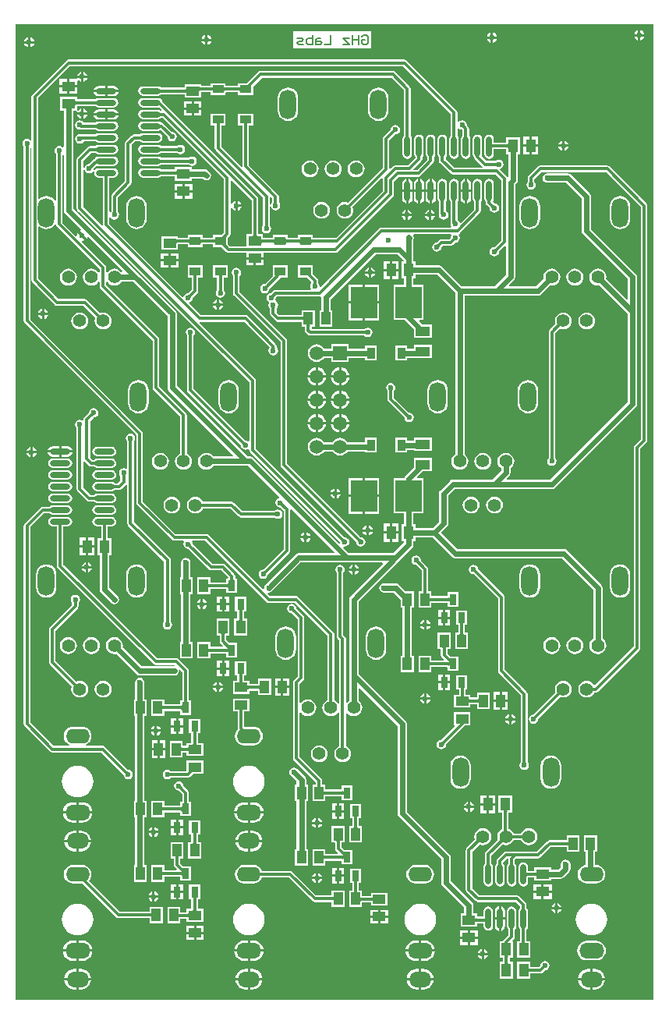
<source format=gbl>
G04 Layer_Physical_Order=2*
G04 Layer_Color=16711680*
%FSAX44Y44*%
%MOMM*%
G71*
G01*
G75*
%ADD10C,0.3000*%
%ADD11C,0.6000*%
%ADD12C,0.2000*%
%ADD13C,1.5000*%
%ADD14R,1.5000X1.5000*%
%ADD15C,1.4000*%
%ADD16O,2.7000X1.7000*%
%ADD17O,2.6000X1.6000*%
%ADD18O,2.4000X1.7000*%
%ADD19C,1.4224*%
%ADD20O,1.8000X3.2000*%
%ADD21O,1.8000X3.1999*%
%ADD22C,0.6000*%
%ADD23R,1.0000X1.4000*%
%ADD24R,0.8000X1.1500*%
%ADD25R,1.4000X1.0000*%
%ADD26R,1.1000X1.4500*%
%ADD27R,2.8500X3.4000*%
%ADD28R,1.5500X1.0500*%
%ADD29R,0.9100X1.2200*%
%ADD30O,0.6000X2.2000*%
%ADD31R,1.4500X1.1000*%
%ADD32R,1.2200X0.9100*%
%ADD33O,2.2000X0.6000*%
G36*
X01694941Y01003059D02*
X01003059D01*
Y02061941D01*
X01694941D01*
Y01003059D01*
D02*
G37*
%LPC*%
G36*
X01681270Y02055396D02*
Y02051270D01*
X01685396D01*
X01685219Y02052162D01*
X01683994Y02053994D01*
X01682162Y02055219D01*
X01681270Y02055396D01*
D02*
G37*
G36*
X01678730D02*
X01677838Y02055219D01*
X01676006Y02053994D01*
X01674781Y02052162D01*
X01674604Y02051270D01*
X01678730D01*
Y02055396D01*
D02*
G37*
G36*
X01521270Y02052896D02*
Y02048770D01*
X01525396D01*
X01525219Y02049662D01*
X01523994Y02051494D01*
X01522162Y02052719D01*
X01521270Y02052896D01*
D02*
G37*
G36*
X01518730D02*
X01517838Y02052719D01*
X01516006Y02051494D01*
X01514781Y02049662D01*
X01514604Y02048770D01*
X01518730D01*
Y02052896D01*
D02*
G37*
G36*
X01211270Y02050396D02*
Y02046270D01*
X01215396D01*
X01215219Y02047162D01*
X01213994Y02048994D01*
X01212162Y02050219D01*
X01211270Y02050396D01*
D02*
G37*
G36*
X01208730D02*
X01207838Y02050219D01*
X01206006Y02048994D01*
X01204781Y02047162D01*
X01204604Y02046270D01*
X01208730D01*
Y02050396D01*
D02*
G37*
G36*
X01685396Y02048730D02*
X01681270D01*
Y02044604D01*
X01682162Y02044781D01*
X01683994Y02046006D01*
X01685219Y02047838D01*
X01685396Y02048730D01*
D02*
G37*
G36*
X01678730D02*
X01674604D01*
X01674781Y02047838D01*
X01676006Y02046006D01*
X01677838Y02044781D01*
X01678730Y02044604D01*
Y02048730D01*
D02*
G37*
G36*
X01018770Y02047896D02*
Y02043770D01*
X01022896D01*
X01022719Y02044662D01*
X01021494Y02046494D01*
X01019662Y02047719D01*
X01018770Y02047896D01*
D02*
G37*
G36*
X01016230D02*
X01015338Y02047719D01*
X01013506Y02046494D01*
X01012281Y02044662D01*
X01012104Y02043770D01*
X01016230D01*
Y02047896D01*
D02*
G37*
G36*
X01525396Y02046230D02*
X01521270D01*
Y02042104D01*
X01522162Y02042281D01*
X01523994Y02043506D01*
X01525219Y02045338D01*
X01525396Y02046230D01*
D02*
G37*
G36*
X01518730D02*
X01514604D01*
X01514781Y02045338D01*
X01516006Y02043506D01*
X01517838Y02042281D01*
X01518730Y02042104D01*
Y02046230D01*
D02*
G37*
G36*
X01215396Y02043730D02*
X01211270D01*
Y02039604D01*
X01212162Y02039781D01*
X01213994Y02041006D01*
X01215219Y02042838D01*
X01215396Y02043730D01*
D02*
G37*
G36*
X01208730D02*
X01204604D01*
X01204781Y02042838D01*
X01206006Y02041006D01*
X01207838Y02039781D01*
X01208730Y02039604D01*
Y02043730D01*
D02*
G37*
G36*
X01022896Y02041230D02*
X01018770D01*
Y02037104D01*
X01019662Y02037281D01*
X01021494Y02038506D01*
X01022719Y02040338D01*
X01022896Y02041230D01*
D02*
G37*
G36*
X01016230D02*
X01012104D01*
X01012281Y02040338D01*
X01013506Y02038506D01*
X01015338Y02037281D01*
X01016230Y02037104D01*
Y02041230D01*
D02*
G37*
G36*
X01389000Y02053997D02*
X01304358D01*
Y02036000D01*
X01389000D01*
Y02053997D01*
D02*
G37*
G36*
X01076270Y02010396D02*
Y02006270D01*
X01080396D01*
X01080219Y02007162D01*
X01078994Y02008994D01*
X01077162Y02010219D01*
X01076270Y02010396D01*
D02*
G37*
G36*
X01073730D02*
X01072838Y02010219D01*
X01071006Y02008994D01*
X01069781Y02007162D01*
X01069604Y02006270D01*
X01073730D01*
Y02010396D01*
D02*
G37*
G36*
X01080396Y02003730D02*
X01076270D01*
Y01999604D01*
X01077162Y01999781D01*
X01078994Y02001006D01*
X01080219Y02002838D01*
X01080396Y02003730D01*
D02*
G37*
G36*
X01073730D02*
X01069524D01*
X01068570Y02002540D01*
X01061270D01*
Y01995770D01*
X01069790D01*
Y02000540D01*
X01070747Y02000907D01*
X01071060Y02000970D01*
X01072838Y01999781D01*
X01073730Y01999604D01*
Y02003730D01*
D02*
G37*
G36*
X01058730Y02002540D02*
X01050210D01*
Y01995770D01*
X01058730D01*
Y02002540D01*
D02*
G37*
G36*
X01108990Y01995101D02*
X01102260D01*
Y01990722D01*
X01114386D01*
X01114208Y01991614D01*
X01112984Y01993447D01*
X01111151Y01994671D01*
X01108990Y01995101D01*
D02*
G37*
G36*
X01099720D02*
X01092990D01*
X01090828Y01994671D01*
X01088996Y01993447D01*
X01087771Y01991614D01*
X01087594Y01990722D01*
X01099720D01*
Y01995101D01*
D02*
G37*
G36*
X01069790Y01993230D02*
X01061270D01*
Y01986460D01*
X01069790D01*
Y01993230D01*
D02*
G37*
G36*
X01058730D02*
X01050210D01*
Y01986460D01*
X01058730D01*
Y01993230D01*
D02*
G37*
G36*
X01114386Y01988182D02*
X01102260D01*
Y01983804D01*
X01108990D01*
X01111151Y01984234D01*
X01112984Y01985458D01*
X01114208Y01987291D01*
X01114386Y01988182D01*
D02*
G37*
G36*
X01099720D02*
X01087594D01*
X01087771Y01987291D01*
X01088996Y01985458D01*
X01090828Y01984234D01*
X01092990Y01983804D01*
X01099720D01*
Y01988182D01*
D02*
G37*
G36*
X01204540Y01978040D02*
X01196270D01*
Y01971770D01*
X01204540D01*
Y01978040D01*
D02*
G37*
G36*
X01193730D02*
X01185460D01*
Y01971770D01*
X01193730D01*
Y01978040D01*
D02*
G37*
G36*
X01156990Y01981850D02*
X01140990D01*
X01139039Y01981462D01*
X01137385Y01980357D01*
X01136280Y01978703D01*
X01135892Y01976752D01*
X01136280Y01974801D01*
X01137385Y01973147D01*
X01139039Y01972042D01*
X01140990Y01971654D01*
X01156990D01*
X01158082Y01971872D01*
X01161119Y01968834D01*
X01160310Y01967847D01*
X01158941Y01968762D01*
X01156990Y01969150D01*
X01140990D01*
X01139039Y01968762D01*
X01137385Y01967657D01*
X01136280Y01966003D01*
X01135892Y01964052D01*
X01136280Y01962101D01*
X01137385Y01960448D01*
X01139039Y01959342D01*
X01140990Y01958954D01*
X01156990D01*
X01158941Y01959342D01*
X01160594Y01960448D01*
X01160619Y01960484D01*
X01162399D01*
X01228931Y01893951D01*
Y01835478D01*
X01226503Y01833050D01*
X01216900D01*
Y01830107D01*
X01216766Y01830085D01*
X01216582Y01830069D01*
X01205918D01*
X01205734Y01830085D01*
X01205600Y01830107D01*
Y01833050D01*
X01189400D01*
Y01830107D01*
X01189266Y01830085D01*
X01189082Y01830069D01*
X01179318D01*
X01179142Y01830084D01*
X01179000Y01830107D01*
Y01831500D01*
X01177022D01*
X01176980Y01831509D01*
X01176935Y01831500D01*
X01161000D01*
Y01817500D01*
X01179000D01*
Y01822893D01*
X01179137Y01822915D01*
X01179320Y01822932D01*
X01189082D01*
X01189266Y01822915D01*
X01189400Y01822893D01*
Y01819950D01*
X01205600D01*
Y01822893D01*
X01205734Y01822915D01*
X01205918Y01822932D01*
X01216582D01*
X01216766Y01822915D01*
X01216900Y01822893D01*
Y01819950D01*
X01226503D01*
X01231477Y01814977D01*
X01232634Y01814203D01*
X01234000Y01813931D01*
X01252960D01*
Y01809270D01*
X01272040D01*
Y01813931D01*
X01350000D01*
X01351366Y01814203D01*
X01352523Y01814977D01*
X01412523Y01874977D01*
X01413297Y01876134D01*
X01413569Y01877500D01*
Y01891022D01*
X01418978Y01896431D01*
X01440000D01*
X01441366Y01896703D01*
X01442523Y01897477D01*
X01455971Y01910924D01*
X01456745Y01912082D01*
X01457016Y01913448D01*
Y01917365D01*
X01457052Y01917389D01*
X01458158Y01919043D01*
X01458546Y01920994D01*
Y01936994D01*
X01458158Y01938945D01*
X01457052Y01940599D01*
X01455399Y01941704D01*
X01453448Y01942092D01*
X01451497Y01941704D01*
X01449843Y01940599D01*
X01448738Y01938945D01*
X01448350Y01936994D01*
Y01920994D01*
X01448738Y01919043D01*
X01449843Y01917389D01*
X01449879Y01917365D01*
Y01914926D01*
X01438522Y01903569D01*
X01435275D01*
X01434789Y01904742D01*
X01443271Y01913224D01*
X01444045Y01914382D01*
X01444316Y01915748D01*
Y01916770D01*
X01444344Y01917265D01*
X01444359Y01917399D01*
X01445458Y01919043D01*
X01445846Y01920994D01*
Y01936994D01*
X01445458Y01938945D01*
X01444353Y01940599D01*
X01442699Y01941704D01*
X01440748Y01942092D01*
X01438797Y01941704D01*
X01437143Y01940599D01*
X01436038Y01938945D01*
X01435650Y01936994D01*
Y01920994D01*
X01436038Y01919043D01*
X01437122Y01917420D01*
X01437139Y01917186D01*
X01428522Y01908569D01*
X01415000D01*
X01413634Y01908297D01*
X01412477Y01907523D01*
X01409839Y01904885D01*
X01408569Y01905411D01*
Y01936022D01*
X01414813Y01942266D01*
X01414864Y01942308D01*
X01414979Y01942390D01*
X01414998Y01942402D01*
X01415000Y01942402D01*
X01416951Y01942790D01*
X01418605Y01943895D01*
X01419710Y01945549D01*
X01420098Y01947500D01*
X01419710Y01949451D01*
X01418605Y01951105D01*
X01416951Y01952210D01*
X01415000Y01952598D01*
X01413049Y01952210D01*
X01411395Y01951105D01*
X01410290Y01949451D01*
X01409902Y01947500D01*
X01409902Y01947498D01*
X01409890Y01947479D01*
X01409822Y01947384D01*
X01409736Y01947282D01*
X01402477Y01940023D01*
X01401703Y01938866D01*
X01401431Y01937500D01*
Y01906278D01*
X01363520Y01868366D01*
X01362549Y01868768D01*
X01360200Y01869078D01*
X01357850Y01868768D01*
X01355661Y01867861D01*
X01353781Y01866419D01*
X01352339Y01864539D01*
X01351432Y01862350D01*
X01351122Y01860000D01*
X01351432Y01857650D01*
X01352339Y01855461D01*
X01353781Y01853581D01*
X01355661Y01852139D01*
X01357850Y01851232D01*
X01360200Y01850922D01*
X01362549Y01851232D01*
X01364739Y01852139D01*
X01366619Y01853581D01*
X01368061Y01855461D01*
X01368968Y01857650D01*
X01369278Y01860000D01*
X01368968Y01862350D01*
X01368566Y01863320D01*
X01400161Y01894915D01*
X01401431Y01894389D01*
Y01881049D01*
X01350451Y01830069D01*
X01325918D01*
X01325734Y01830085D01*
X01325600Y01830107D01*
Y01833050D01*
X01309400D01*
Y01830107D01*
X01309266Y01830085D01*
X01309082Y01830069D01*
X01298418D01*
X01298234Y01830085D01*
X01298100Y01830107D01*
Y01833050D01*
X01281900D01*
Y01830107D01*
X01281766Y01830085D01*
X01281582Y01830069D01*
X01271818D01*
X01271634Y01830085D01*
X01271500Y01830107D01*
Y01834000D01*
X01266107D01*
X01266085Y01834133D01*
X01266069Y01834318D01*
Y01872500D01*
X01265797Y01873866D01*
X01265023Y01875023D01*
X01161788Y01978259D01*
X01161700Y01978703D01*
X01160594Y01980357D01*
X01158941Y01981462D01*
X01156990Y01981850D01*
D02*
G37*
G36*
X01076270Y01970396D02*
Y01966270D01*
X01080396D01*
X01080219Y01967162D01*
X01078994Y01968994D01*
X01077162Y01970219D01*
X01076270Y01970396D01*
D02*
G37*
G36*
X01108990Y01969701D02*
X01102260D01*
Y01965322D01*
X01114386D01*
X01114208Y01966214D01*
X01112984Y01968047D01*
X01111151Y01969271D01*
X01108990Y01969701D01*
D02*
G37*
G36*
X01099720D02*
X01092990D01*
X01090828Y01969271D01*
X01088996Y01968047D01*
X01087771Y01966214D01*
X01087594Y01965322D01*
X01099720D01*
Y01969701D01*
D02*
G37*
G36*
X01204540Y01969230D02*
X01196270D01*
Y01962960D01*
X01204540D01*
Y01969230D01*
D02*
G37*
G36*
X01193730D02*
X01185460D01*
Y01962960D01*
X01193730D01*
Y01969230D01*
D02*
G37*
G36*
X01080396Y01963730D02*
X01076270D01*
Y01959604D01*
X01077162Y01959781D01*
X01078994Y01961006D01*
X01080219Y01962838D01*
X01080396Y01963730D01*
D02*
G37*
G36*
X01073730D02*
X01069604D01*
X01069781Y01962838D01*
X01071006Y01961006D01*
X01072838Y01959781D01*
X01073730Y01959604D01*
Y01963730D01*
D02*
G37*
G36*
X01114386Y01962782D02*
X01102260D01*
Y01958404D01*
X01108990D01*
X01111151Y01958834D01*
X01112984Y01960058D01*
X01114208Y01961891D01*
X01114386Y01962782D01*
D02*
G37*
G36*
X01099720D02*
X01087594D01*
X01087771Y01961891D01*
X01088996Y01960058D01*
X01090828Y01958834D01*
X01092990Y01958404D01*
X01099720D01*
Y01962782D01*
D02*
G37*
G36*
X01396500Y01993094D02*
X01393628Y01992716D01*
X01390952Y01991608D01*
X01388655Y01989845D01*
X01386891Y01987547D01*
X01385783Y01984871D01*
X01385405Y01981999D01*
Y01968000D01*
X01385783Y01965129D01*
X01386891Y01962453D01*
X01388655Y01960155D01*
X01390952Y01958392D01*
X01393628Y01957284D01*
X01396500Y01956906D01*
X01399372Y01957284D01*
X01402047Y01958392D01*
X01404345Y01960155D01*
X01406109Y01962453D01*
X01407217Y01965129D01*
X01407595Y01968000D01*
Y01981999D01*
X01407217Y01984871D01*
X01406109Y01987547D01*
X01404345Y01989845D01*
X01402047Y01991608D01*
X01399372Y01992716D01*
X01396500Y01993094D01*
D02*
G37*
G36*
X01298500Y01993095D02*
X01295628Y01992717D01*
X01292953Y01991608D01*
X01290655Y01989845D01*
X01288891Y01987547D01*
X01287783Y01984872D01*
X01287405Y01982000D01*
Y01968000D01*
X01287783Y01965128D01*
X01288891Y01962453D01*
X01290655Y01960155D01*
X01292953Y01958392D01*
X01295628Y01957283D01*
X01298500Y01956905D01*
X01301372Y01957283D01*
X01304048Y01958392D01*
X01306345Y01960155D01*
X01308109Y01962453D01*
X01309217Y01965128D01*
X01309595Y01968000D01*
Y01982000D01*
X01309217Y01984872D01*
X01308109Y01987547D01*
X01306345Y01989845D01*
X01304048Y01991608D01*
X01301372Y01992717D01*
X01298500Y01993095D01*
D02*
G37*
G36*
X01072500Y01957598D02*
X01070549Y01957210D01*
X01068895Y01956105D01*
X01067790Y01954451D01*
X01067402Y01952500D01*
X01067790Y01950549D01*
X01068895Y01948895D01*
X01070549Y01947790D01*
X01072500Y01947402D01*
X01074419Y01947784D01*
X01089361D01*
X01089385Y01947747D01*
X01091039Y01946642D01*
X01092990Y01946254D01*
X01108990D01*
X01110941Y01946642D01*
X01112595Y01947747D01*
X01113700Y01949401D01*
X01114088Y01951352D01*
X01113700Y01953303D01*
X01112595Y01954957D01*
X01110941Y01956062D01*
X01108990Y01956450D01*
X01092990D01*
X01091039Y01956062D01*
X01089385Y01954957D01*
X01089361Y01954921D01*
X01076896D01*
X01076105Y01956105D01*
X01074451Y01957210D01*
X01072500Y01957598D01*
D02*
G37*
G36*
X01108990Y01943750D02*
X01092990D01*
X01091039Y01943362D01*
X01089385Y01942257D01*
X01089361Y01942221D01*
X01074396D01*
X01072500Y01942598D01*
X01070549Y01942210D01*
X01068895Y01941105D01*
X01067790Y01939451D01*
X01067402Y01937500D01*
X01067790Y01935549D01*
X01068895Y01933895D01*
X01070549Y01932790D01*
X01072500Y01932402D01*
X01074451Y01932790D01*
X01076105Y01933895D01*
X01076899Y01935084D01*
X01089361D01*
X01089385Y01935047D01*
X01091039Y01933942D01*
X01092990Y01933554D01*
X01108990D01*
X01110941Y01933942D01*
X01112595Y01935047D01*
X01113700Y01936701D01*
X01114088Y01938652D01*
X01113700Y01940603D01*
X01112595Y01942257D01*
X01110941Y01943362D01*
X01108990Y01943750D01*
D02*
G37*
G36*
X01156990Y01956450D02*
X01140990D01*
X01139039Y01956062D01*
X01137385Y01954957D01*
X01136280Y01953303D01*
X01135892Y01951352D01*
X01136280Y01949401D01*
X01137385Y01947747D01*
X01139039Y01946642D01*
X01140990Y01946254D01*
X01156990D01*
X01158941Y01946642D01*
X01160062Y01947392D01*
X01167266Y01940187D01*
X01167308Y01940136D01*
X01167390Y01940021D01*
X01167402Y01940002D01*
X01167402Y01940000D01*
X01167790Y01938049D01*
X01168895Y01936395D01*
X01170549Y01935290D01*
X01172500Y01934902D01*
X01174451Y01935290D01*
X01176105Y01936395D01*
X01177210Y01938049D01*
X01177598Y01940000D01*
X01177210Y01941951D01*
X01176105Y01943605D01*
X01174451Y01944710D01*
X01172500Y01945098D01*
X01172498Y01945098D01*
X01172479Y01945110D01*
X01172384Y01945178D01*
X01172282Y01945264D01*
X01163671Y01953876D01*
X01162513Y01954649D01*
X01161148Y01954921D01*
X01160619D01*
X01160594Y01954957D01*
X01158941Y01956062D01*
X01156990Y01956450D01*
D02*
G37*
G36*
X01570040Y01939790D02*
X01563270D01*
Y01931270D01*
X01570040D01*
Y01939790D01*
D02*
G37*
G36*
X01560730D02*
X01553960D01*
Y01931270D01*
X01560730D01*
Y01939790D01*
D02*
G37*
G36*
X01598770Y01935396D02*
Y01931270D01*
X01602896D01*
X01602719Y01932162D01*
X01601494Y01933994D01*
X01599662Y01935219D01*
X01598770Y01935396D01*
D02*
G37*
G36*
X01596230D02*
X01595338Y01935219D01*
X01593506Y01933994D01*
X01592281Y01932162D01*
X01592104Y01931270D01*
X01596230D01*
Y01935396D01*
D02*
G37*
G36*
X01181548Y01931050D02*
X01179597Y01930662D01*
X01177943Y01929557D01*
X01177942Y01929556D01*
X01177920Y01929551D01*
X01177805Y01929532D01*
X01177671Y01929521D01*
X01160619D01*
X01160594Y01929557D01*
X01158941Y01930662D01*
X01156990Y01931050D01*
X01140990D01*
X01139039Y01930662D01*
X01137385Y01929557D01*
X01136280Y01927903D01*
X01135892Y01925952D01*
X01136280Y01924001D01*
X01137385Y01922348D01*
X01139039Y01921242D01*
X01140990Y01920854D01*
X01156990D01*
X01158941Y01921242D01*
X01160594Y01922348D01*
X01160619Y01922384D01*
X01177714D01*
X01177780Y01922377D01*
X01177920Y01922354D01*
X01177942Y01922349D01*
X01177943Y01922348D01*
X01179597Y01921242D01*
X01181548Y01920854D01*
X01183499Y01921242D01*
X01185153Y01922348D01*
X01186258Y01924001D01*
X01186646Y01925952D01*
X01186258Y01927903D01*
X01185153Y01929557D01*
X01183499Y01930662D01*
X01181548Y01931050D01*
D02*
G37*
G36*
X01602896Y01928730D02*
X01598770D01*
Y01924604D01*
X01599662Y01924781D01*
X01601494Y01926006D01*
X01602719Y01927838D01*
X01602896Y01928730D01*
D02*
G37*
G36*
X01596230D02*
X01592104D01*
X01592281Y01927838D01*
X01593506Y01926006D01*
X01595338Y01924781D01*
X01596230Y01924604D01*
Y01928730D01*
D02*
G37*
G36*
X01570040Y01928730D02*
X01563270D01*
Y01920210D01*
X01570040D01*
Y01928730D01*
D02*
G37*
G36*
X01560730D02*
X01553960D01*
Y01920210D01*
X01560730D01*
Y01928730D01*
D02*
G37*
G36*
X01194248Y01918350D02*
X01192297Y01917962D01*
X01190643Y01916857D01*
X01190642Y01916856D01*
X01190620Y01916851D01*
X01190505Y01916832D01*
X01190371Y01916821D01*
X01160619D01*
X01160594Y01916857D01*
X01158941Y01917962D01*
X01156990Y01918350D01*
X01140990D01*
X01139039Y01917962D01*
X01137385Y01916857D01*
X01136280Y01915203D01*
X01135892Y01913252D01*
X01136280Y01911301D01*
X01137385Y01909648D01*
X01139039Y01908542D01*
X01140990Y01908154D01*
X01156990D01*
X01158941Y01908542D01*
X01160594Y01909648D01*
X01160619Y01909684D01*
X01190414D01*
X01190480Y01909677D01*
X01190620Y01909654D01*
X01190642Y01909649D01*
X01190643Y01909648D01*
X01192297Y01908542D01*
X01193180Y01908367D01*
X01193667Y01908270D01*
X01193541Y01907000D01*
X01192998Y01907000D01*
X01175750D01*
Y01904159D01*
X01175616Y01904137D01*
X01175432Y01904121D01*
X01160619D01*
X01160594Y01904157D01*
X01158941Y01905262D01*
X01156990Y01905650D01*
X01140990D01*
X01139039Y01905262D01*
X01137385Y01904157D01*
X01136280Y01902503D01*
X01135892Y01900552D01*
X01136280Y01898601D01*
X01137385Y01896947D01*
X01139039Y01895842D01*
X01140990Y01895454D01*
X01156990D01*
X01158941Y01895842D01*
X01160594Y01896947D01*
X01160619Y01896984D01*
X01175432D01*
X01175616Y01896968D01*
X01175750Y01896946D01*
Y01892000D01*
X01194250D01*
Y01894402D01*
X01205888D01*
X01206395Y01893895D01*
X01208049Y01892790D01*
X01210000Y01892402D01*
X01211951Y01892790D01*
X01213605Y01893895D01*
X01214710Y01895549D01*
X01215098Y01897500D01*
X01214710Y01899451D01*
X01213605Y01901105D01*
X01211605Y01903105D01*
X01209951Y01904210D01*
X01208000Y01904598D01*
X01195148D01*
X01194250Y01905496D01*
X01194250Y01906958D01*
X01194250Y01907000D01*
X01194438Y01908192D01*
X01194889Y01908282D01*
X01196199Y01908542D01*
X01197852Y01909648D01*
X01198958Y01911301D01*
X01199346Y01913252D01*
X01198958Y01915203D01*
X01197852Y01916857D01*
X01196199Y01917962D01*
X01194248Y01918350D01*
D02*
G37*
G36*
X01425000Y02023569D02*
X01060000D01*
X01058634Y02023297D01*
X01057477Y02022523D01*
X01020977Y01986023D01*
X01020203Y01984866D01*
X01019931Y01983500D01*
Y01936405D01*
X01018661Y01936020D01*
X01018605Y01936105D01*
X01016951Y01937210D01*
X01015000Y01937598D01*
X01013049Y01937210D01*
X01011395Y01936105D01*
X01010290Y01934451D01*
X01009902Y01932500D01*
X01010290Y01930549D01*
X01011395Y01928895D01*
X01011397Y01928894D01*
X01011402Y01928872D01*
X01011420Y01928757D01*
X01011431Y01928623D01*
Y01740000D01*
X01011703Y01738634D01*
X01012477Y01737477D01*
X01133931Y01616022D01*
Y01542500D01*
X01134203Y01541134D01*
X01134977Y01539977D01*
X01172477Y01502477D01*
X01173634Y01501703D01*
X01175000Y01501431D01*
X01185086D01*
X01185765Y01500161D01*
X01185290Y01499451D01*
X01184902Y01497500D01*
X01185290Y01495549D01*
X01186395Y01493895D01*
X01188049Y01492790D01*
X01190000Y01492402D01*
X01190002Y01492402D01*
X01190021Y01492390D01*
X01190116Y01492322D01*
X01190218Y01492236D01*
X01212477Y01469977D01*
X01213634Y01469203D01*
X01215000Y01468931D01*
X01226022D01*
X01233433Y01461520D01*
X01232907Y01460250D01*
X01231500D01*
Y01456107D01*
X01231366Y01456085D01*
X01231182Y01456069D01*
X01214000D01*
Y01461500D01*
X01200000D01*
Y01443500D01*
X01214000D01*
Y01448931D01*
X01231182D01*
X01231366Y01448915D01*
X01231500Y01448893D01*
Y01444750D01*
X01243500D01*
Y01460250D01*
X01241107D01*
X01241085Y01460384D01*
X01241069Y01460568D01*
Y01462500D01*
X01240797Y01463866D01*
X01240023Y01465023D01*
X01230023Y01475023D01*
X01228866Y01475797D01*
X01227500Y01476069D01*
X01216478D01*
X01195234Y01497313D01*
X01195192Y01497364D01*
X01195110Y01497479D01*
X01195098Y01497498D01*
X01195098Y01497500D01*
X01194710Y01499451D01*
X01194235Y01500161D01*
X01194914Y01501431D01*
X01208522D01*
X01274977Y01434977D01*
X01276134Y01434203D01*
X01277500Y01433931D01*
X01306022D01*
X01341431Y01398522D01*
Y01328385D01*
X01340405Y01327959D01*
X01338501Y01326499D01*
X01337041Y01324595D01*
X01336122Y01322379D01*
X01335809Y01320000D01*
X01336122Y01317621D01*
X01337041Y01315405D01*
X01338501Y01313501D01*
X01340405Y01312041D01*
X01342621Y01311123D01*
X01345000Y01310809D01*
X01347379Y01311123D01*
X01349595Y01312041D01*
X01351499Y01313501D01*
X01352861Y01315277D01*
X01353292Y01315267D01*
X01354131Y01314917D01*
Y01278263D01*
X01353161Y01277861D01*
X01351281Y01276419D01*
X01349839Y01274539D01*
X01348932Y01272349D01*
X01348622Y01270000D01*
X01348932Y01267651D01*
X01349839Y01265461D01*
X01351281Y01263581D01*
X01353161Y01262139D01*
X01355350Y01261232D01*
X01357700Y01260922D01*
X01360049Y01261232D01*
X01362239Y01262139D01*
X01364119Y01263581D01*
X01365562Y01265461D01*
X01366468Y01267651D01*
X01366778Y01270000D01*
X01366468Y01272349D01*
X01365562Y01274539D01*
X01364119Y01276419D01*
X01362239Y01277861D01*
X01361269Y01278263D01*
Y01314326D01*
X01362539Y01314758D01*
X01363503Y01313501D01*
X01365406Y01312041D01*
X01367623Y01311123D01*
X01370001Y01310809D01*
X01372380Y01311123D01*
X01374597Y01312041D01*
X01376500Y01313501D01*
X01377961Y01315405D01*
X01378879Y01317621D01*
X01379192Y01320000D01*
X01378879Y01322379D01*
X01377961Y01324595D01*
X01376500Y01326499D01*
X01375099Y01327574D01*
Y01341033D01*
X01376272Y01341519D01*
X01417402Y01300390D01*
Y01205000D01*
X01417790Y01203049D01*
X01418895Y01201395D01*
X01464902Y01155388D01*
Y01130000D01*
X01465290Y01128049D01*
X01466395Y01126395D01*
X01489902Y01102888D01*
Y01097000D01*
X01485750D01*
Y01082000D01*
X01504250D01*
Y01085893D01*
X01504384Y01085915D01*
X01504568Y01085931D01*
X01510606D01*
X01510791Y01085915D01*
X01510852Y01085905D01*
Y01083000D01*
X01511240Y01081049D01*
X01512345Y01079395D01*
X01513999Y01078290D01*
X01515950Y01077902D01*
X01517901Y01078290D01*
X01519555Y01079395D01*
X01520660Y01081049D01*
X01521048Y01083000D01*
Y01099000D01*
X01520660Y01100951D01*
X01519555Y01102605D01*
X01517901Y01103710D01*
X01515950Y01104098D01*
X01513999Y01103710D01*
X01512345Y01102605D01*
X01511240Y01100951D01*
X01510852Y01099000D01*
Y01093095D01*
X01510791Y01093085D01*
X01510606Y01093069D01*
X01504568D01*
X01504384Y01093085D01*
X01504250Y01093107D01*
Y01097000D01*
X01500098D01*
Y01105000D01*
X01499710Y01106951D01*
X01498605Y01108605D01*
X01475098Y01132112D01*
Y01157500D01*
X01474710Y01159451D01*
X01473605Y01161105D01*
X01427598Y01207112D01*
Y01302501D01*
X01427210Y01304452D01*
X01426105Y01306106D01*
X01375099Y01357112D01*
Y01435390D01*
X01418605Y01478895D01*
X01433105Y01493395D01*
X01434210Y01495049D01*
X01434598Y01497000D01*
Y01500750D01*
X01437000D01*
Y01504902D01*
X01455388D01*
X01476395Y01483895D01*
X01478049Y01482790D01*
X01480000Y01482402D01*
X01595388D01*
X01629903Y01447887D01*
Y01395074D01*
X01628503Y01393999D01*
X01627042Y01392095D01*
X01626124Y01389879D01*
X01625811Y01387500D01*
X01626124Y01385121D01*
X01627042Y01382905D01*
X01628503Y01381001D01*
X01630406Y01379541D01*
X01632623Y01378623D01*
X01635001Y01378309D01*
X01637380Y01378623D01*
X01639597Y01379541D01*
X01641500Y01381001D01*
X01642961Y01382905D01*
X01643879Y01385121D01*
X01644192Y01387500D01*
X01643879Y01389879D01*
X01642961Y01392095D01*
X01641500Y01393999D01*
X01640099Y01395074D01*
Y01449999D01*
X01639711Y01451950D01*
X01638606Y01453604D01*
X01601105Y01491105D01*
X01599451Y01492210D01*
X01597500Y01492598D01*
X01482112D01*
X01464710Y01510000D01*
X01471105Y01516395D01*
X01472210Y01518049D01*
X01472598Y01520000D01*
Y01550388D01*
X01479612Y01557402D01*
X01585000D01*
X01586951Y01557790D01*
X01588605Y01558895D01*
X01676105Y01646395D01*
X01677210Y01648049D01*
X01677598Y01650000D01*
Y01750001D01*
Y01787500D01*
X01677210Y01789451D01*
X01676105Y01791105D01*
X01627598Y01839612D01*
Y01875000D01*
X01627210Y01876951D01*
X01626105Y01878605D01*
X01606105Y01898605D01*
X01604451Y01899710D01*
X01602500Y01900098D01*
X01580000D01*
X01578049Y01899710D01*
X01576395Y01898605D01*
X01575290Y01896951D01*
X01574902Y01895000D01*
X01575290Y01893049D01*
X01576395Y01891395D01*
X01578049Y01890290D01*
X01580000Y01889902D01*
X01600388D01*
X01617402Y01872888D01*
Y01837500D01*
X01617790Y01835549D01*
X01618895Y01833895D01*
X01667402Y01785388D01*
Y01763968D01*
X01666229Y01763482D01*
X01643961Y01785749D01*
X01644192Y01787500D01*
X01643879Y01789879D01*
X01642961Y01792095D01*
X01641500Y01793999D01*
X01639597Y01795459D01*
X01637380Y01796378D01*
X01635001Y01796691D01*
X01632623Y01796378D01*
X01630406Y01795459D01*
X01628503Y01793999D01*
X01627042Y01792095D01*
X01626124Y01789879D01*
X01625811Y01787500D01*
X01626124Y01785121D01*
X01627042Y01782905D01*
X01628503Y01781001D01*
X01630406Y01779541D01*
X01632623Y01778623D01*
X01635001Y01778309D01*
X01636752Y01778540D01*
X01667402Y01747890D01*
Y01652112D01*
X01582888Y01567598D01*
X01536467D01*
X01535981Y01568771D01*
X01538606Y01571396D01*
X01539711Y01573050D01*
X01540099Y01575001D01*
Y01579926D01*
X01541500Y01581001D01*
X01542961Y01582905D01*
X01543879Y01585121D01*
X01544192Y01587500D01*
X01543879Y01589879D01*
X01542961Y01592095D01*
X01541500Y01593999D01*
X01539597Y01595459D01*
X01537380Y01596378D01*
X01535001Y01596691D01*
X01532623Y01596378D01*
X01530406Y01595459D01*
X01528503Y01593999D01*
X01527042Y01592095D01*
X01526124Y01589879D01*
X01525811Y01587500D01*
X01526124Y01585121D01*
X01527042Y01582905D01*
X01528503Y01581001D01*
X01529903Y01579926D01*
Y01577113D01*
X01520388Y01567598D01*
X01477500D01*
X01475549Y01567210D01*
X01473895Y01566105D01*
X01463895Y01556105D01*
X01462790Y01554451D01*
X01462402Y01552500D01*
Y01522112D01*
X01455388Y01515098D01*
X01437000D01*
Y01519250D01*
X01434598D01*
Y01531000D01*
X01445500D01*
Y01569000D01*
X01438869D01*
X01438383Y01570173D01*
X01444960Y01576750D01*
X01454750D01*
Y01591250D01*
X01435250D01*
Y01581460D01*
X01425895Y01572105D01*
X01424790Y01570451D01*
X01424501Y01569000D01*
X01413000D01*
Y01531000D01*
X01424402D01*
Y01519250D01*
X01422000D01*
Y01500750D01*
X01424402D01*
Y01499112D01*
X01412888Y01487598D01*
X01364612D01*
X01358255Y01493954D01*
X01358881Y01495125D01*
X01360000Y01494902D01*
X01361951Y01495290D01*
X01363605Y01496395D01*
X01364710Y01498049D01*
X01365098Y01500000D01*
X01364710Y01501951D01*
X01363605Y01503605D01*
X01361951Y01504710D01*
X01360000Y01505098D01*
X01359998Y01505098D01*
X01359979Y01505110D01*
X01359884Y01505178D01*
X01359782Y01505264D01*
X01263569Y01601478D01*
Y01675000D01*
X01263297Y01676366D01*
X01262523Y01677523D01*
X01202343Y01737704D01*
X01202362Y01737856D01*
X01202911Y01738931D01*
X01251022D01*
X01278876Y01711077D01*
X01277790Y01709451D01*
X01277402Y01707500D01*
X01277790Y01705549D01*
X01278895Y01703895D01*
X01280549Y01702790D01*
X01282500Y01702402D01*
X01284451Y01702790D01*
X01286105Y01703895D01*
X01287210Y01705549D01*
X01287598Y01707500D01*
X01287210Y01709451D01*
X01286105Y01711105D01*
X01286103Y01711106D01*
X01286098Y01711128D01*
X01286080Y01711243D01*
X01286069Y01711376D01*
Y01712500D01*
X01285797Y01713866D01*
X01285023Y01715023D01*
X01255023Y01745023D01*
X01253866Y01745797D01*
X01252500Y01746069D01*
X01203978D01*
X01191073Y01758974D01*
X01191442Y01760189D01*
X01191951Y01760290D01*
X01193605Y01761395D01*
X01194710Y01763049D01*
X01195098Y01765000D01*
X01195098Y01765002D01*
X01195110Y01765021D01*
X01195178Y01765116D01*
X01195265Y01765218D01*
X01200023Y01769977D01*
X01200797Y01771134D01*
X01201069Y01772500D01*
Y01786950D01*
X01205600D01*
Y01800050D01*
X01189400D01*
Y01786950D01*
X01193931D01*
Y01773978D01*
X01190187Y01770234D01*
X01190136Y01770192D01*
X01190021Y01770110D01*
X01190002Y01770098D01*
X01190000Y01770098D01*
X01188049Y01769710D01*
X01186395Y01768605D01*
X01185290Y01766951D01*
X01185189Y01766442D01*
X01183973Y01766073D01*
X01104558Y01845488D01*
Y01851858D01*
X01105828Y01852244D01*
X01106395Y01851395D01*
X01108049Y01850290D01*
X01110000Y01849902D01*
X01111951Y01850290D01*
X01113605Y01851395D01*
X01114710Y01853049D01*
X01115098Y01855000D01*
X01114710Y01856951D01*
X01113605Y01858605D01*
X01113603Y01858606D01*
X01113598Y01858628D01*
X01113580Y01858743D01*
X01113569Y01858876D01*
Y01873522D01*
X01127523Y01887477D01*
X01128297Y01888634D01*
X01128569Y01890000D01*
Y01931022D01*
X01132630Y01935084D01*
X01137361D01*
X01137385Y01935047D01*
X01139039Y01933942D01*
X01140990Y01933554D01*
X01156990D01*
X01158941Y01933942D01*
X01160594Y01935047D01*
X01161700Y01936701D01*
X01162088Y01938652D01*
X01161700Y01940603D01*
X01160594Y01942257D01*
X01158941Y01943362D01*
X01156990Y01943750D01*
X01140990D01*
X01139039Y01943362D01*
X01137385Y01942257D01*
X01137361Y01942221D01*
X01131152D01*
X01129787Y01941949D01*
X01128629Y01941176D01*
X01122477Y01935023D01*
X01121703Y01933866D01*
X01121431Y01932500D01*
Y01891478D01*
X01107477Y01877523D01*
X01106703Y01876366D01*
X01106431Y01875000D01*
Y01858833D01*
X01106426Y01858784D01*
X01106410Y01858755D01*
X01105828Y01858275D01*
X01104558Y01858872D01*
Y01895209D01*
X01104574Y01895393D01*
X01104585Y01895454D01*
X01108990D01*
X01110941Y01895842D01*
X01112595Y01896947D01*
X01113700Y01898601D01*
X01114088Y01900552D01*
X01113700Y01902503D01*
X01112595Y01904157D01*
X01110941Y01905262D01*
X01108990Y01905650D01*
X01092990D01*
X01091039Y01905262D01*
X01089385Y01904157D01*
X01088305Y01902541D01*
X01087210Y01903049D01*
X01087598Y01905000D01*
X01087598Y01905002D01*
X01087610Y01905021D01*
X01087678Y01905116D01*
X01087764Y01905218D01*
X01090802Y01908255D01*
X01091041Y01908464D01*
X01091121Y01908526D01*
X01092990Y01908154D01*
X01108990D01*
X01110941Y01908542D01*
X01112595Y01909648D01*
X01113700Y01911301D01*
X01114088Y01913252D01*
X01113700Y01915203D01*
X01112595Y01916857D01*
X01110941Y01917962D01*
X01108990Y01918350D01*
X01092990D01*
X01091039Y01917962D01*
X01089385Y01916857D01*
X01089012Y01916299D01*
X01088229Y01915776D01*
X01082687Y01910234D01*
X01082636Y01910192D01*
X01082521Y01910110D01*
X01082502Y01910098D01*
X01082500Y01910098D01*
X01080549Y01909710D01*
X01078895Y01908605D01*
X01077790Y01906951D01*
X01077402Y01905000D01*
X01077790Y01903049D01*
X01078895Y01901395D01*
X01080549Y01900290D01*
X01082500Y01899902D01*
X01084451Y01900290D01*
X01086105Y01901395D01*
X01087185Y01903011D01*
X01088280Y01902503D01*
X01087892Y01900552D01*
X01088280Y01898601D01*
X01089385Y01896947D01*
X01091039Y01895842D01*
X01092990Y01895454D01*
X01097395D01*
X01097405Y01895393D01*
X01097421Y01895209D01*
Y01844422D01*
X01096346Y01843873D01*
X01096194Y01843853D01*
X01076069Y01863978D01*
Y01913522D01*
X01084930Y01922384D01*
X01089361D01*
X01089385Y01922348D01*
X01091039Y01921242D01*
X01092990Y01920854D01*
X01108990D01*
X01110941Y01921242D01*
X01112595Y01922348D01*
X01113700Y01924001D01*
X01114088Y01925952D01*
X01113700Y01927903D01*
X01112595Y01929557D01*
X01110941Y01930662D01*
X01108990Y01931050D01*
X01092990D01*
X01091039Y01930662D01*
X01089385Y01929557D01*
X01089361Y01929521D01*
X01083452D01*
X01082087Y01929249D01*
X01080929Y01928476D01*
X01069977Y01917523D01*
X01069203Y01916366D01*
X01068931Y01915000D01*
Y01862500D01*
X01069203Y01861134D01*
X01069977Y01859977D01*
X01256431Y01673522D01*
Y01609914D01*
X01255161Y01609235D01*
X01254451Y01609710D01*
X01252500Y01610098D01*
X01252498Y01610098D01*
X01252479Y01610110D01*
X01252384Y01610178D01*
X01252282Y01610264D01*
X01196069Y01666478D01*
Y01723667D01*
X01196076Y01723732D01*
X01196098Y01723872D01*
X01196103Y01723894D01*
X01196105Y01723895D01*
X01197210Y01725549D01*
X01197598Y01727500D01*
X01197210Y01729451D01*
X01196105Y01731105D01*
X01194451Y01732210D01*
X01192500Y01732598D01*
X01190549Y01732210D01*
X01188895Y01731105D01*
X01187790Y01729451D01*
X01187402Y01727500D01*
X01187790Y01725549D01*
X01188895Y01723895D01*
X01188897Y01723894D01*
X01188902Y01723872D01*
X01188920Y01723757D01*
X01188931Y01723624D01*
Y01665000D01*
X01189203Y01663634D01*
X01189977Y01662477D01*
X01247266Y01605187D01*
X01247308Y01605136D01*
X01247390Y01605021D01*
X01247402Y01605002D01*
X01247402Y01605000D01*
X01247790Y01603049D01*
X01248895Y01601395D01*
X01250549Y01600290D01*
X01252500Y01599902D01*
X01254451Y01600290D01*
X01255161Y01600765D01*
X01256431Y01600086D01*
Y01600000D01*
X01256703Y01598634D01*
X01257477Y01597477D01*
X01354766Y01500187D01*
X01354808Y01500136D01*
X01354879Y01500036D01*
X01354908Y01499881D01*
X01355037Y01498834D01*
X01353954Y01498255D01*
X01261105Y01591105D01*
X01259451Y01592210D01*
X01257500Y01592598D01*
X01254612D01*
X01177598Y01669612D01*
Y01747500D01*
X01177210Y01749451D01*
X01176105Y01751105D01*
X01136105Y01791105D01*
X01065098Y01862112D01*
Y01968000D01*
X01068195D01*
X01068814Y01968000D01*
X01068814Y01968000D01*
X01069495Y01967251D01*
X01069545Y01966270D01*
X01073730D01*
Y01970396D01*
X01072838Y01970219D01*
X01071169Y01969103D01*
X01071006Y01968994D01*
X01070260Y01968346D01*
X01070260D01*
X01070260Y01968346D01*
X01069250Y01968652D01*
X01069250Y01969090D01*
Y01973146D01*
X01069384Y01973168D01*
X01069568Y01973184D01*
X01089361D01*
X01089385Y01973147D01*
X01091039Y01972042D01*
X01092990Y01971654D01*
X01108990D01*
X01110941Y01972042D01*
X01112595Y01973147D01*
X01113700Y01974801D01*
X01114088Y01976752D01*
X01113700Y01978703D01*
X01112595Y01980357D01*
X01110941Y01981462D01*
X01108990Y01981850D01*
X01092990D01*
X01091039Y01981462D01*
X01089385Y01980357D01*
X01089361Y01980321D01*
X01069568D01*
X01069384Y01980337D01*
X01069250Y01980359D01*
Y01983000D01*
X01050750D01*
Y01968000D01*
X01054902D01*
Y01928949D01*
X01053632Y01928564D01*
X01053605Y01928605D01*
X01051951Y01929710D01*
X01050000Y01930098D01*
X01048049Y01929710D01*
X01046395Y01928605D01*
X01045290Y01926951D01*
X01044902Y01925000D01*
X01045290Y01923049D01*
X01046395Y01921395D01*
X01046397Y01921394D01*
X01046402Y01921372D01*
X01046420Y01921257D01*
X01046431Y01921124D01*
Y01871061D01*
X01045161Y01870630D01*
X01043845Y01872345D01*
X01041547Y01874108D01*
X01038872Y01875217D01*
X01036000Y01875595D01*
X01033128Y01875217D01*
X01030453Y01874108D01*
X01028339Y01872486D01*
X01027069Y01872811D01*
Y01982022D01*
X01061478Y02016431D01*
X01423522D01*
X01475279Y01964674D01*
Y01940623D01*
X01475243Y01940599D01*
X01474138Y01938945D01*
X01473750Y01936994D01*
Y01920994D01*
X01474138Y01919043D01*
X01475243Y01917389D01*
X01476897Y01916284D01*
X01478848Y01915896D01*
X01480799Y01916284D01*
X01482453Y01917389D01*
X01483558Y01919043D01*
X01483946Y01920994D01*
Y01936994D01*
X01483558Y01938945D01*
X01482453Y01940599D01*
X01482416Y01940623D01*
Y01948823D01*
X01483686Y01949208D01*
X01483895Y01948895D01*
X01485549Y01947790D01*
X01487500Y01947402D01*
X01487979Y01946310D01*
Y01940623D01*
X01487943Y01940599D01*
X01486838Y01938945D01*
X01486450Y01936994D01*
Y01920994D01*
X01486838Y01919043D01*
X01487943Y01917389D01*
X01489597Y01916284D01*
X01491548Y01915896D01*
X01493499Y01916284D01*
X01495152Y01917389D01*
X01496258Y01919043D01*
X01496646Y01920994D01*
Y01936994D01*
X01496258Y01938945D01*
X01495152Y01940599D01*
X01495116Y01940623D01*
Y01948452D01*
X01494845Y01949818D01*
X01494071Y01950976D01*
X01492734Y01952313D01*
X01492692Y01952364D01*
X01492610Y01952479D01*
X01492598Y01952498D01*
X01492598Y01952500D01*
X01492210Y01954451D01*
X01491105Y01956105D01*
X01489451Y01957210D01*
X01487500Y01957598D01*
X01485549Y01957210D01*
X01483895Y01956105D01*
X01483686Y01955792D01*
X01482416Y01956177D01*
Y01966152D01*
X01482145Y01967518D01*
X01481371Y01968676D01*
X01427523Y02022523D01*
X01426366Y02023297D01*
X01425000Y02023569D01*
D02*
G37*
G36*
X01412500Y02011069D02*
X01268500D01*
X01267134Y02010797D01*
X01265977Y02010023D01*
X01254003Y01998050D01*
X01244400D01*
Y01995107D01*
X01244266Y01995085D01*
X01244082Y01995069D01*
X01230918D01*
X01230734Y01995085D01*
X01230600Y01995107D01*
Y01998050D01*
X01214400D01*
Y01995107D01*
X01214267Y01995085D01*
X01214082Y01995069D01*
X01204318D01*
X01204142Y01995084D01*
X01204000Y01995107D01*
Y01996500D01*
X01202022D01*
X01201980Y01996509D01*
X01201935Y01996500D01*
X01186000D01*
Y01993059D01*
X01185866Y01993037D01*
X01185682Y01993021D01*
X01160619D01*
X01160594Y01993057D01*
X01158941Y01994162D01*
X01156990Y01994550D01*
X01140990D01*
X01139039Y01994162D01*
X01137385Y01993057D01*
X01136280Y01991403D01*
X01135892Y01989452D01*
X01136280Y01987501D01*
X01137385Y01985847D01*
X01139039Y01984742D01*
X01140990Y01984354D01*
X01156990D01*
X01158941Y01984742D01*
X01160594Y01985847D01*
X01160619Y01985884D01*
X01185682D01*
X01185866Y01985868D01*
X01186000Y01985846D01*
Y01982500D01*
X01204000D01*
Y01987893D01*
X01204137Y01987915D01*
X01204320Y01987931D01*
X01214082D01*
X01214267Y01987915D01*
X01214400Y01987893D01*
Y01984950D01*
X01230600D01*
Y01987893D01*
X01230734Y01987915D01*
X01230918Y01987931D01*
X01244082D01*
X01244266Y01987915D01*
X01244400Y01987893D01*
Y01984950D01*
X01260600D01*
Y01994553D01*
X01269978Y02003931D01*
X01411022D01*
X01424479Y01990474D01*
Y01940623D01*
X01424443Y01940599D01*
X01423338Y01938945D01*
X01422950Y01936994D01*
Y01920994D01*
X01423338Y01919043D01*
X01424443Y01917389D01*
X01426097Y01916284D01*
X01428048Y01915896D01*
X01429999Y01916284D01*
X01431653Y01917389D01*
X01432758Y01919043D01*
X01433146Y01920994D01*
Y01936994D01*
X01432758Y01938945D01*
X01431653Y01940599D01*
X01431616Y01940623D01*
Y01991952D01*
X01431345Y01993318D01*
X01430571Y01994476D01*
X01415023Y02010023D01*
X01413866Y02010797D01*
X01412500Y02011069D01*
D02*
G37*
G36*
X01260600Y01965050D02*
X01244400D01*
Y01951950D01*
X01248931D01*
Y01907911D01*
X01247857Y01907362D01*
X01247704Y01907343D01*
X01226069Y01928978D01*
Y01951950D01*
X01230600D01*
Y01965050D01*
X01214400D01*
Y01951950D01*
X01218931D01*
Y01927500D01*
X01219203Y01926134D01*
X01219977Y01924977D01*
X01271431Y01873522D01*
Y01843833D01*
X01271424Y01843768D01*
X01271402Y01843628D01*
X01271396Y01843606D01*
X01271395Y01843605D01*
X01270290Y01841951D01*
X01269902Y01840000D01*
X01270290Y01838049D01*
X01271395Y01836395D01*
X01273049Y01835290D01*
X01275000Y01834902D01*
X01276951Y01835290D01*
X01278605Y01836395D01*
X01279710Y01838049D01*
X01280098Y01840000D01*
X01279710Y01841951D01*
X01278605Y01843605D01*
X01278603Y01843606D01*
X01278598Y01843628D01*
X01278580Y01843743D01*
X01278569Y01843877D01*
Y01874589D01*
X01279643Y01875138D01*
X01279796Y01875157D01*
X01281431Y01873522D01*
Y01868833D01*
X01281424Y01868768D01*
X01281402Y01868628D01*
X01281396Y01868606D01*
X01281395Y01868605D01*
X01280290Y01866951D01*
X01279902Y01865000D01*
X01280290Y01863049D01*
X01281395Y01861395D01*
X01283049Y01860290D01*
X01285000Y01859902D01*
X01286951Y01860290D01*
X01288605Y01861395D01*
X01289710Y01863049D01*
X01290098Y01865000D01*
X01289710Y01866951D01*
X01288605Y01868605D01*
X01288603Y01868606D01*
X01288598Y01868628D01*
X01288580Y01868743D01*
X01288569Y01868877D01*
Y01875000D01*
X01288297Y01876366D01*
X01287523Y01877523D01*
X01256069Y01908978D01*
Y01951950D01*
X01260600D01*
Y01965050D01*
D02*
G37*
G36*
X01372501Y01914191D02*
X01370123Y01913878D01*
X01367906Y01912959D01*
X01366002Y01911499D01*
X01364542Y01909595D01*
X01363624Y01907379D01*
X01363311Y01905000D01*
X01363624Y01902621D01*
X01364542Y01900405D01*
X01366002Y01898501D01*
X01367906Y01897041D01*
X01370123Y01896123D01*
X01372501Y01895809D01*
X01374880Y01896123D01*
X01377097Y01897041D01*
X01379000Y01898501D01*
X01380461Y01900405D01*
X01381379Y01902621D01*
X01381692Y01905000D01*
X01381379Y01907379D01*
X01380461Y01909595D01*
X01379000Y01911499D01*
X01377097Y01912959D01*
X01374880Y01913878D01*
X01372501Y01914191D01*
D02*
G37*
G36*
X01347500D02*
X01345121Y01913878D01*
X01342905Y01912959D01*
X01341001Y01911499D01*
X01339541Y01909595D01*
X01338622Y01907379D01*
X01338309Y01905000D01*
X01338622Y01902621D01*
X01339541Y01900405D01*
X01341001Y01898501D01*
X01342905Y01897041D01*
X01345121Y01896123D01*
X01347500Y01895809D01*
X01349879Y01896123D01*
X01352095Y01897041D01*
X01353999Y01898501D01*
X01355459Y01900405D01*
X01356378Y01902621D01*
X01356691Y01905000D01*
X01356378Y01907379D01*
X01355459Y01909595D01*
X01353999Y01911499D01*
X01352095Y01912959D01*
X01349879Y01913878D01*
X01347500Y01914191D01*
D02*
G37*
G36*
X01322499D02*
X01320120Y01913878D01*
X01317903Y01912959D01*
X01316000Y01911499D01*
X01314539Y01909595D01*
X01313621Y01907379D01*
X01313308Y01905000D01*
X01313621Y01902621D01*
X01314539Y01900405D01*
X01316000Y01898501D01*
X01317903Y01897041D01*
X01320120Y01896123D01*
X01322499Y01895809D01*
X01324877Y01896123D01*
X01327094Y01897041D01*
X01328997Y01898501D01*
X01330458Y01900405D01*
X01331376Y01902621D01*
X01331689Y01905000D01*
X01331376Y01907379D01*
X01330458Y01909595D01*
X01328997Y01911499D01*
X01327094Y01912959D01*
X01324877Y01913878D01*
X01322499Y01914191D01*
D02*
G37*
G36*
X01516948Y01942092D02*
X01514997Y01941704D01*
X01513343Y01940599D01*
X01512238Y01938945D01*
X01511850Y01936994D01*
Y01920994D01*
X01512238Y01919043D01*
X01513343Y01917389D01*
X01514997Y01916284D01*
X01516948Y01915896D01*
X01518899Y01916284D01*
X01520553Y01917389D01*
X01521658Y01919043D01*
X01522046Y01920994D01*
Y01926405D01*
X01522107Y01926415D01*
X01522291Y01926431D01*
X01535182D01*
X01535366Y01926415D01*
X01535500Y01926393D01*
Y01920750D01*
X01537902D01*
Y01895824D01*
X01536651Y01895616D01*
X01536622Y01895628D01*
X01536023Y01896523D01*
X01528573Y01903974D01*
X01528942Y01905189D01*
X01529451Y01905290D01*
X01531105Y01906395D01*
X01532210Y01908049D01*
X01532598Y01910000D01*
X01532210Y01911951D01*
X01531105Y01913605D01*
X01529451Y01914710D01*
X01527500Y01915098D01*
X01525549Y01914710D01*
X01523895Y01913605D01*
X01523894Y01913603D01*
X01523872Y01913598D01*
X01523757Y01913580D01*
X01523623Y01913569D01*
X01513978D01*
X01508776Y01918771D01*
X01508958Y01919043D01*
X01509346Y01920994D01*
Y01936994D01*
X01508958Y01938945D01*
X01507852Y01940599D01*
X01506199Y01941704D01*
X01504248Y01942092D01*
X01502297Y01941704D01*
X01500643Y01940599D01*
X01499538Y01938945D01*
X01499150Y01936994D01*
Y01920994D01*
X01499538Y01919043D01*
X01500643Y01917389D01*
X01500883Y01917229D01*
X01500951Y01916887D01*
X01501724Y01915729D01*
X01509977Y01907477D01*
X01510183Y01907339D01*
X01509798Y01906069D01*
X01478978D01*
X01469716Y01915330D01*
Y01917365D01*
X01469753Y01917389D01*
X01470858Y01919043D01*
X01471246Y01920994D01*
Y01936994D01*
X01470858Y01938945D01*
X01469753Y01940599D01*
X01468099Y01941704D01*
X01466148Y01942092D01*
X01464197Y01941704D01*
X01462543Y01940599D01*
X01461438Y01938945D01*
X01461050Y01936994D01*
Y01920994D01*
X01461438Y01919043D01*
X01462543Y01917389D01*
X01462579Y01917365D01*
Y01913852D01*
X01462851Y01912487D01*
X01463624Y01911329D01*
X01474977Y01899977D01*
X01476134Y01899203D01*
X01477500Y01898931D01*
X01523522D01*
X01529931Y01892522D01*
Y01827478D01*
X01522687Y01820234D01*
X01522636Y01820192D01*
X01522521Y01820110D01*
X01522502Y01820098D01*
X01522500Y01820098D01*
X01520549Y01819710D01*
X01518895Y01818605D01*
X01517790Y01816951D01*
X01517402Y01815000D01*
X01517790Y01813049D01*
X01518895Y01811395D01*
X01520549Y01810290D01*
X01522500Y01809902D01*
X01524451Y01810290D01*
X01526105Y01811395D01*
X01527210Y01813049D01*
X01527598Y01815000D01*
X01527598Y01815002D01*
X01527610Y01815021D01*
X01527678Y01815116D01*
X01527764Y01815218D01*
X01533729Y01821182D01*
X01534902Y01820696D01*
Y01789612D01*
X01522888Y01777598D01*
X01487112D01*
X01466105Y01798605D01*
X01464451Y01799710D01*
X01462500Y01800098D01*
X01437000D01*
Y01804250D01*
X01434598D01*
Y01807500D01*
Y01827881D01*
X01434710Y01828049D01*
X01435098Y01830000D01*
X01434710Y01831951D01*
X01434235Y01832661D01*
X01434914Y01833931D01*
X01475086D01*
X01475765Y01832661D01*
X01475290Y01831951D01*
X01474902Y01830000D01*
X01474902Y01829998D01*
X01474890Y01829979D01*
X01474822Y01829884D01*
X01474736Y01829782D01*
X01473522Y01828569D01*
X01465000D01*
X01463634Y01828297D01*
X01462477Y01827523D01*
X01460187Y01825234D01*
X01460136Y01825192D01*
X01460021Y01825110D01*
X01460002Y01825098D01*
X01460000Y01825098D01*
X01458049Y01824710D01*
X01456395Y01823605D01*
X01455290Y01821951D01*
X01454902Y01820000D01*
X01455290Y01818049D01*
X01456395Y01816395D01*
X01458049Y01815290D01*
X01460000Y01814902D01*
X01461951Y01815290D01*
X01463605Y01816395D01*
X01464710Y01818049D01*
X01465098Y01820000D01*
X01465098Y01820002D01*
X01465110Y01820021D01*
X01465178Y01820116D01*
X01465264Y01820218D01*
X01466478Y01821431D01*
X01475000D01*
X01476366Y01821703D01*
X01477523Y01822477D01*
X01479813Y01824766D01*
X01479864Y01824808D01*
X01479979Y01824890D01*
X01479998Y01824902D01*
X01480000Y01824902D01*
X01481951Y01825290D01*
X01483605Y01826395D01*
X01484710Y01828049D01*
X01485098Y01830000D01*
X01484710Y01831951D01*
X01484046Y01832944D01*
X01484017Y01833151D01*
X01484336Y01834491D01*
X01484384Y01834550D01*
X01485023Y01834977D01*
X01506771Y01856724D01*
X01507545Y01857882D01*
X01507816Y01859248D01*
Y01869365D01*
X01507852Y01869389D01*
X01508958Y01871043D01*
X01509346Y01872994D01*
Y01888994D01*
X01508958Y01890945D01*
X01507852Y01892599D01*
X01506199Y01893704D01*
X01504248Y01894092D01*
X01502297Y01893704D01*
X01500643Y01892599D01*
X01499538Y01890945D01*
X01499150Y01888994D01*
Y01872994D01*
X01499538Y01871043D01*
X01500643Y01869389D01*
X01500679Y01869365D01*
Y01860726D01*
X01486186Y01846233D01*
X01484808Y01846651D01*
X01484710Y01847146D01*
X01483605Y01848800D01*
X01482416Y01849594D01*
Y01869365D01*
X01482453Y01869389D01*
X01483558Y01871043D01*
X01483946Y01872994D01*
Y01888994D01*
X01483558Y01890945D01*
X01482453Y01892599D01*
X01480799Y01893704D01*
X01478848Y01894092D01*
X01476897Y01893704D01*
X01475243Y01892599D01*
X01474138Y01890945D01*
X01473750Y01888994D01*
Y01872994D01*
X01474138Y01871043D01*
X01475243Y01869389D01*
X01475279Y01869365D01*
Y01847091D01*
X01474902Y01845195D01*
X01475290Y01843244D01*
X01475895Y01842339D01*
X01475217Y01841069D01*
X01400000D01*
X01398634Y01840797D01*
X01397477Y01840023D01*
X01333630Y01776176D01*
X01332459Y01776802D01*
X01332598Y01777500D01*
X01332210Y01779451D01*
X01331105Y01781105D01*
X01331104Y01781106D01*
X01331098Y01781128D01*
X01331080Y01781243D01*
X01331069Y01781376D01*
Y01783500D01*
X01330797Y01784866D01*
X01330023Y01786023D01*
X01325600Y01790447D01*
Y01800050D01*
X01309400D01*
Y01786950D01*
X01319003D01*
X01323692Y01782261D01*
X01323895Y01781105D01*
X01322790Y01779451D01*
X01322402Y01777500D01*
X01322790Y01775549D01*
X01323265Y01774839D01*
X01322586Y01773569D01*
X01285000D01*
X01283634Y01773297D01*
X01282477Y01772523D01*
X01280187Y01770234D01*
X01280136Y01770192D01*
X01280021Y01770110D01*
X01280002Y01770098D01*
X01280000Y01770098D01*
X01278049Y01769710D01*
X01276395Y01768605D01*
X01275290Y01766951D01*
X01274902Y01765000D01*
X01275290Y01763049D01*
X01276395Y01761395D01*
X01277433Y01760702D01*
X01277905Y01759122D01*
X01277790Y01758951D01*
X01277402Y01757000D01*
X01277790Y01755049D01*
X01278895Y01753395D01*
X01278897Y01753394D01*
X01278902Y01753372D01*
X01278920Y01753257D01*
X01278931Y01753123D01*
Y01747500D01*
X01279203Y01746134D01*
X01279977Y01744977D01*
X01284977Y01739977D01*
X01286134Y01739203D01*
X01287500Y01738931D01*
X01313500D01*
Y01733500D01*
X01316893D01*
X01316915Y01733366D01*
X01316931Y01733182D01*
Y01729500D01*
X01317203Y01728134D01*
X01317977Y01726977D01*
X01319977Y01724977D01*
X01321134Y01724203D01*
X01322500Y01723931D01*
X01381167D01*
X01381232Y01723924D01*
X01381372Y01723902D01*
X01381394Y01723897D01*
X01381395Y01723895D01*
X01383049Y01722790D01*
X01385000Y01722402D01*
X01386951Y01722790D01*
X01388605Y01723895D01*
X01389710Y01725549D01*
X01390098Y01727500D01*
X01389710Y01729451D01*
X01388605Y01731105D01*
X01386951Y01732210D01*
X01385000Y01732598D01*
X01383049Y01732210D01*
X01381395Y01731105D01*
X01381394Y01731103D01*
X01381372Y01731098D01*
X01381257Y01731080D01*
X01381124Y01731069D01*
X01324069D01*
Y01733182D01*
X01324085Y01733366D01*
X01324107Y01733500D01*
X01327500D01*
Y01751500D01*
X01313500D01*
Y01746069D01*
X01288978D01*
X01286069Y01748978D01*
Y01753167D01*
X01286076Y01753233D01*
X01286098Y01753372D01*
X01286103Y01753394D01*
X01286105Y01753395D01*
X01287210Y01755049D01*
X01287598Y01757000D01*
X01287210Y01758951D01*
X01286105Y01760605D01*
X01285067Y01761298D01*
X01284595Y01762878D01*
X01284710Y01763049D01*
X01285098Y01765000D01*
X01285098Y01765002D01*
X01285110Y01765021D01*
X01285178Y01765116D01*
X01285264Y01765218D01*
X01286478Y01766431D01*
X01332500D01*
X01333365Y01766604D01*
X01334375Y01765788D01*
X01334465Y01765626D01*
X01334402Y01765308D01*
Y01751500D01*
X01332500D01*
Y01733500D01*
X01346500D01*
Y01751500D01*
X01344598D01*
Y01763196D01*
X01393804Y01812402D01*
X01417388D01*
X01424270Y01805520D01*
X01424084Y01804250D01*
X01422000D01*
Y01785750D01*
X01424402D01*
Y01779000D01*
X01413000D01*
Y01741000D01*
X01425491D01*
X01425895Y01740395D01*
X01435250Y01731040D01*
Y01721250D01*
X01454750D01*
Y01735750D01*
X01444960D01*
X01440883Y01739827D01*
X01441369Y01741000D01*
X01445500D01*
Y01779000D01*
X01434598D01*
Y01785750D01*
X01437000D01*
Y01789902D01*
X01460388D01*
X01479902Y01770388D01*
Y01595075D01*
X01478500Y01593999D01*
X01477039Y01592095D01*
X01476121Y01589879D01*
X01475808Y01587500D01*
X01476121Y01585121D01*
X01477039Y01582905D01*
X01478500Y01581001D01*
X01480403Y01579541D01*
X01482620Y01578623D01*
X01484999Y01578309D01*
X01487377Y01578623D01*
X01489594Y01579541D01*
X01491498Y01581001D01*
X01492958Y01582905D01*
X01493876Y01585121D01*
X01494189Y01587500D01*
X01493876Y01589879D01*
X01492958Y01592095D01*
X01491498Y01593999D01*
X01490098Y01595073D01*
Y01767402D01*
X01569999D01*
X01571950Y01767790D01*
X01573604Y01768895D01*
X01583248Y01778540D01*
X01584999Y01778309D01*
X01587377Y01778623D01*
X01589594Y01779541D01*
X01591498Y01781001D01*
X01592958Y01782905D01*
X01593876Y01785121D01*
X01594189Y01787500D01*
X01593876Y01789879D01*
X01592958Y01792095D01*
X01591498Y01793999D01*
X01589594Y01795459D01*
X01587377Y01796378D01*
X01584999Y01796691D01*
X01582620Y01796378D01*
X01580403Y01795459D01*
X01578500Y01793999D01*
X01577039Y01792095D01*
X01576121Y01789879D01*
X01575808Y01787500D01*
X01576039Y01785750D01*
X01567887Y01777598D01*
X01538967D01*
X01538481Y01778771D01*
X01543605Y01783895D01*
X01544710Y01785549D01*
X01545098Y01787500D01*
Y01887888D01*
X01546605Y01889395D01*
X01547710Y01891049D01*
X01548098Y01893000D01*
Y01920750D01*
X01550500D01*
Y01939250D01*
X01535500D01*
Y01933607D01*
X01535366Y01933585D01*
X01535182Y01933569D01*
X01522291D01*
X01522107Y01933585D01*
X01522046Y01933595D01*
Y01936994D01*
X01521658Y01938945D01*
X01520553Y01940599D01*
X01518899Y01941704D01*
X01516948Y01942092D01*
D02*
G37*
G36*
X01492818Y01894390D02*
Y01882264D01*
X01497196D01*
Y01888994D01*
X01496766Y01891155D01*
X01495542Y01892988D01*
X01493709Y01894212D01*
X01492818Y01894390D01*
D02*
G37*
G36*
X01490278D02*
X01489386Y01894212D01*
X01487554Y01892988D01*
X01486329Y01891155D01*
X01485899Y01888994D01*
Y01882264D01*
X01490278D01*
Y01894390D01*
D02*
G37*
G36*
X01454718D02*
Y01882264D01*
X01459096D01*
Y01888994D01*
X01458666Y01891155D01*
X01457442Y01892988D01*
X01455609Y01894212D01*
X01454718Y01894390D01*
D02*
G37*
G36*
X01452178D02*
X01451286Y01894212D01*
X01449454Y01892988D01*
X01448229Y01891155D01*
X01447799Y01888994D01*
Y01882264D01*
X01452178D01*
Y01894390D01*
D02*
G37*
G36*
X01442018D02*
Y01882264D01*
X01446396D01*
Y01888994D01*
X01445966Y01891155D01*
X01444742Y01892988D01*
X01442909Y01894212D01*
X01442018Y01894390D01*
D02*
G37*
G36*
X01439478D02*
X01438586Y01894212D01*
X01436754Y01892988D01*
X01435529Y01891155D01*
X01435099Y01888994D01*
Y01882264D01*
X01439478D01*
Y01894390D01*
D02*
G37*
G36*
X01429318D02*
Y01882264D01*
X01433696D01*
Y01888994D01*
X01433266Y01891155D01*
X01432042Y01892988D01*
X01430209Y01894212D01*
X01429318Y01894390D01*
D02*
G37*
G36*
X01426778D02*
X01425886Y01894212D01*
X01424054Y01892988D01*
X01422829Y01891155D01*
X01422399Y01888994D01*
Y01882264D01*
X01426778D01*
Y01894390D01*
D02*
G37*
G36*
X01194790Y01888540D02*
X01186270D01*
Y01881770D01*
X01194790D01*
Y01888540D01*
D02*
G37*
G36*
X01183730D02*
X01175210D01*
Y01881770D01*
X01183730D01*
Y01888540D01*
D02*
G37*
G36*
X01194790Y01879230D02*
X01186270D01*
Y01872460D01*
X01194790D01*
Y01879230D01*
D02*
G37*
G36*
X01183730D02*
X01175210D01*
Y01872460D01*
X01183730D01*
Y01879230D01*
D02*
G37*
G36*
X01497196Y01879724D02*
X01492818D01*
Y01867598D01*
X01493709Y01867775D01*
X01495542Y01869000D01*
X01496766Y01870832D01*
X01497196Y01872994D01*
Y01879724D01*
D02*
G37*
G36*
X01490278D02*
X01485899D01*
Y01872994D01*
X01486329Y01870832D01*
X01487554Y01869000D01*
X01489386Y01867775D01*
X01490278Y01867598D01*
Y01879724D01*
D02*
G37*
G36*
X01459096D02*
X01454718D01*
Y01867598D01*
X01455609Y01867775D01*
X01457442Y01869000D01*
X01458666Y01870832D01*
X01459096Y01872994D01*
Y01879724D01*
D02*
G37*
G36*
X01452178D02*
X01447799D01*
Y01872994D01*
X01448229Y01870832D01*
X01449454Y01869000D01*
X01451286Y01867775D01*
X01452178Y01867598D01*
Y01879724D01*
D02*
G37*
G36*
X01446396D02*
X01442018D01*
Y01867598D01*
X01442909Y01867775D01*
X01444742Y01869000D01*
X01445966Y01870832D01*
X01446396Y01872994D01*
Y01879724D01*
D02*
G37*
G36*
X01439478D02*
X01435099D01*
Y01872994D01*
X01435529Y01870832D01*
X01436754Y01869000D01*
X01438586Y01867775D01*
X01439478Y01867598D01*
Y01879724D01*
D02*
G37*
G36*
X01433696D02*
X01429318D01*
Y01867598D01*
X01430209Y01867775D01*
X01432042Y01869000D01*
X01433266Y01870832D01*
X01433696Y01872994D01*
Y01879724D01*
D02*
G37*
G36*
X01426778D02*
X01422399D01*
Y01872994D01*
X01422829Y01870832D01*
X01424054Y01869000D01*
X01425886Y01867775D01*
X01426778Y01867598D01*
Y01879724D01*
D02*
G37*
G36*
X01516948Y01894092D02*
X01514997Y01893704D01*
X01513343Y01892599D01*
X01512238Y01890945D01*
X01511850Y01888994D01*
Y01872994D01*
X01512238Y01871043D01*
X01513343Y01869389D01*
X01513346Y01869387D01*
X01513379Y01868905D01*
Y01868052D01*
X01513651Y01866687D01*
X01514424Y01865529D01*
X01517266Y01862687D01*
X01517308Y01862636D01*
X01517390Y01862521D01*
X01517402Y01862502D01*
X01517402Y01862500D01*
X01517790Y01860549D01*
X01518895Y01858895D01*
X01520549Y01857790D01*
X01522500Y01857402D01*
X01524451Y01857790D01*
X01526105Y01858895D01*
X01527210Y01860549D01*
X01527598Y01862500D01*
X01527210Y01864451D01*
X01526105Y01866105D01*
X01524451Y01867210D01*
X01522500Y01867598D01*
X01522498Y01867598D01*
X01522479Y01867610D01*
X01522384Y01867678D01*
X01522282Y01867764D01*
X01520595Y01869452D01*
X01521658Y01871043D01*
X01522046Y01872994D01*
Y01888994D01*
X01521658Y01890945D01*
X01520553Y01892599D01*
X01518899Y01893704D01*
X01516948Y01894092D01*
D02*
G37*
G36*
X01453770Y01860396D02*
Y01856270D01*
X01457896D01*
X01457719Y01857162D01*
X01456494Y01858994D01*
X01454662Y01860219D01*
X01453770Y01860396D01*
D02*
G37*
G36*
X01451230D02*
X01450338Y01860219D01*
X01448506Y01858994D01*
X01447281Y01857162D01*
X01447104Y01856270D01*
X01451230D01*
Y01860396D01*
D02*
G37*
G36*
X01428770D02*
Y01856270D01*
X01432896D01*
X01432719Y01857162D01*
X01431494Y01858994D01*
X01429662Y01860219D01*
X01428770Y01860396D01*
D02*
G37*
G36*
X01426230D02*
X01425338Y01860219D01*
X01423506Y01858994D01*
X01422281Y01857162D01*
X01422104Y01856270D01*
X01426230D01*
Y01860396D01*
D02*
G37*
G36*
X01334800Y01869078D02*
X01332451Y01868768D01*
X01330261Y01867861D01*
X01328381Y01866419D01*
X01326938Y01864539D01*
X01326032Y01862350D01*
X01325722Y01860000D01*
X01326032Y01857650D01*
X01326938Y01855461D01*
X01328381Y01853581D01*
X01330261Y01852139D01*
X01332451Y01851232D01*
X01334800Y01850922D01*
X01337150Y01851232D01*
X01339339Y01852139D01*
X01341219Y01853581D01*
X01342661Y01855461D01*
X01343568Y01857650D01*
X01343878Y01860000D01*
X01343568Y01862350D01*
X01342661Y01864539D01*
X01341219Y01866419D01*
X01339339Y01867861D01*
X01337150Y01868768D01*
X01334800Y01869078D01*
D02*
G37*
G36*
X01466148Y01894092D02*
X01464197Y01893704D01*
X01462543Y01892599D01*
X01461438Y01890945D01*
X01461050Y01888994D01*
Y01872994D01*
X01461438Y01871043D01*
X01462543Y01869389D01*
X01462579Y01869365D01*
Y01856352D01*
X01462625Y01856121D01*
X01462402Y01855000D01*
X01462790Y01853049D01*
X01463895Y01851395D01*
X01465549Y01850290D01*
X01467500Y01849902D01*
X01469451Y01850290D01*
X01471105Y01851395D01*
X01472210Y01853049D01*
X01472598Y01855000D01*
X01472210Y01856951D01*
X01471105Y01858605D01*
X01469716Y01859533D01*
Y01869365D01*
X01469753Y01869389D01*
X01470858Y01871043D01*
X01471246Y01872994D01*
Y01888994D01*
X01470858Y01890945D01*
X01469753Y01892599D01*
X01468099Y01893704D01*
X01466148Y01894092D01*
D02*
G37*
G36*
X01457896Y01853730D02*
X01453770D01*
Y01849604D01*
X01454662Y01849781D01*
X01456494Y01851006D01*
X01457719Y01852838D01*
X01457896Y01853730D01*
D02*
G37*
G36*
X01451230D02*
X01447104D01*
X01447281Y01852838D01*
X01448506Y01851006D01*
X01450338Y01849781D01*
X01451230Y01849604D01*
Y01853730D01*
D02*
G37*
G36*
X01432896D02*
X01428770D01*
Y01849604D01*
X01429662Y01849781D01*
X01431494Y01851006D01*
X01432719Y01852838D01*
X01432896Y01853730D01*
D02*
G37*
G36*
X01426230D02*
X01422104D01*
X01422281Y01852838D01*
X01423506Y01851006D01*
X01425338Y01849781D01*
X01426230Y01849604D01*
Y01853730D01*
D02*
G37*
G36*
X01659000Y01875594D02*
X01656128Y01875216D01*
X01653453Y01874108D01*
X01651155Y01872345D01*
X01649391Y01870047D01*
X01648283Y01867371D01*
X01647905Y01864499D01*
Y01850500D01*
X01648283Y01847629D01*
X01649391Y01844953D01*
X01651155Y01842655D01*
X01653453Y01840892D01*
X01656128Y01839784D01*
X01659000Y01839406D01*
X01661872Y01839784D01*
X01664547Y01840892D01*
X01666845Y01842655D01*
X01668609Y01844953D01*
X01669717Y01847629D01*
X01670095Y01850500D01*
Y01864499D01*
X01669717Y01867371D01*
X01668609Y01870047D01*
X01666845Y01872345D01*
X01664547Y01874108D01*
X01661872Y01875216D01*
X01659000Y01875594D01*
D02*
G37*
G36*
X01134000D02*
X01131128Y01875216D01*
X01128453Y01874108D01*
X01126155Y01872345D01*
X01124392Y01870047D01*
X01123283Y01867371D01*
X01122905Y01864499D01*
Y01850500D01*
X01123283Y01847629D01*
X01124392Y01844953D01*
X01126155Y01842655D01*
X01128453Y01840892D01*
X01131128Y01839784D01*
X01134000Y01839406D01*
X01136872Y01839784D01*
X01139548Y01840892D01*
X01141845Y01842655D01*
X01143608Y01844953D01*
X01144717Y01847629D01*
X01145095Y01850500D01*
Y01864499D01*
X01144717Y01867371D01*
X01143608Y01870047D01*
X01141845Y01872345D01*
X01139548Y01874108D01*
X01136872Y01875216D01*
X01134000Y01875594D01*
D02*
G37*
G36*
X01561000Y01875595D02*
X01558128Y01875217D01*
X01555453Y01874108D01*
X01553155Y01872345D01*
X01551391Y01870047D01*
X01550283Y01867372D01*
X01549905Y01864500D01*
Y01850500D01*
X01550283Y01847628D01*
X01551391Y01844952D01*
X01553155Y01842655D01*
X01555453Y01840891D01*
X01558128Y01839783D01*
X01561000Y01839405D01*
X01563872Y01839783D01*
X01566547Y01840891D01*
X01568845Y01842655D01*
X01570609Y01844952D01*
X01571717Y01847628D01*
X01572095Y01850500D01*
Y01864500D01*
X01571717Y01867372D01*
X01570609Y01870047D01*
X01568845Y01872345D01*
X01566547Y01874108D01*
X01563872Y01875217D01*
X01561000Y01875595D01*
D02*
G37*
G36*
X01179540Y01813040D02*
X01171270D01*
Y01806770D01*
X01179540D01*
Y01813040D01*
D02*
G37*
G36*
X01168730D02*
X01160460D01*
Y01806770D01*
X01168730D01*
Y01813040D01*
D02*
G37*
G36*
X01272040Y01806730D02*
X01263770D01*
Y01800460D01*
X01272040D01*
Y01806730D01*
D02*
G37*
G36*
X01261230D02*
X01252960D01*
Y01800460D01*
X01261230D01*
Y01806730D01*
D02*
G37*
G36*
X01179540Y01804230D02*
X01171270D01*
Y01797960D01*
X01179540D01*
Y01804230D01*
D02*
G37*
G36*
X01168730D02*
X01160460D01*
Y01797960D01*
X01168730D01*
Y01804230D01*
D02*
G37*
G36*
X01418540Y01804790D02*
X01411770D01*
Y01796270D01*
X01418540D01*
Y01804790D01*
D02*
G37*
G36*
X01409230D02*
X01402460D01*
Y01796270D01*
X01409230D01*
Y01804790D01*
D02*
G37*
G36*
X01388770Y01797896D02*
Y01793770D01*
X01392896D01*
X01392719Y01794662D01*
X01391494Y01796494D01*
X01389662Y01797719D01*
X01388770Y01797896D01*
D02*
G37*
G36*
X01386230D02*
X01385338Y01797719D01*
X01383506Y01796494D01*
X01382281Y01794662D01*
X01382104Y01793770D01*
X01386230D01*
Y01797896D01*
D02*
G37*
G36*
X01392896Y01791230D02*
X01388770D01*
Y01787104D01*
X01389662Y01787281D01*
X01391494Y01788506D01*
X01392719Y01790338D01*
X01392896Y01791230D01*
D02*
G37*
G36*
X01386230D02*
X01382104D01*
X01382281Y01790338D01*
X01383506Y01788506D01*
X01385338Y01787281D01*
X01386230Y01787104D01*
Y01791230D01*
D02*
G37*
G36*
X01418540Y01793730D02*
X01411770D01*
Y01785210D01*
X01418540D01*
Y01793730D01*
D02*
G37*
G36*
X01409230D02*
X01402460D01*
Y01785210D01*
X01409230D01*
Y01793730D01*
D02*
G37*
G36*
X01298100Y01800050D02*
X01281900D01*
Y01788697D01*
X01273437Y01780234D01*
X01273386Y01780192D01*
X01273271Y01780110D01*
X01273252Y01780098D01*
X01273250Y01780098D01*
X01271299Y01779710D01*
X01269645Y01778605D01*
X01268540Y01776951D01*
X01268152Y01775000D01*
X01268540Y01773049D01*
X01269645Y01771395D01*
X01271299Y01770290D01*
X01273250Y01769902D01*
X01275201Y01770290D01*
X01276855Y01771395D01*
X01277960Y01773049D01*
X01278348Y01775000D01*
X01278348Y01775002D01*
X01278360Y01775021D01*
X01278428Y01775116D01*
X01278514Y01775218D01*
X01290247Y01786950D01*
X01298100D01*
Y01800050D01*
D02*
G37*
G36*
X01610000Y01796691D02*
X01607621Y01796378D01*
X01605405Y01795459D01*
X01603501Y01793999D01*
X01602041Y01792095D01*
X01601122Y01789879D01*
X01600809Y01787500D01*
X01601122Y01785121D01*
X01602041Y01782905D01*
X01603501Y01781001D01*
X01605405Y01779541D01*
X01607621Y01778623D01*
X01610000Y01778309D01*
X01612379Y01778623D01*
X01614595Y01779541D01*
X01616499Y01781001D01*
X01617959Y01782905D01*
X01618878Y01785121D01*
X01619191Y01787500D01*
X01618878Y01789879D01*
X01617959Y01792095D01*
X01616499Y01793999D01*
X01614595Y01795459D01*
X01612379Y01796378D01*
X01610000Y01796691D01*
D02*
G37*
G36*
X01233100Y01800050D02*
X01216900D01*
Y01786950D01*
X01221431D01*
Y01773833D01*
X01221424Y01773767D01*
X01221402Y01773628D01*
X01221396Y01773606D01*
X01221395Y01773605D01*
X01220290Y01771951D01*
X01219902Y01770000D01*
X01220290Y01768049D01*
X01221395Y01766395D01*
X01223049Y01765290D01*
X01225000Y01764902D01*
X01226951Y01765290D01*
X01228605Y01766395D01*
X01229710Y01768049D01*
X01230098Y01770000D01*
X01229710Y01771951D01*
X01228605Y01773605D01*
X01228603Y01773606D01*
X01228598Y01773628D01*
X01228580Y01773743D01*
X01228569Y01773876D01*
Y01786950D01*
X01233100D01*
Y01800050D01*
D02*
G37*
G36*
X01397540Y01779540D02*
X01382020D01*
Y01761270D01*
X01397540D01*
Y01779540D01*
D02*
G37*
G36*
X01379480D02*
X01363960D01*
Y01761270D01*
X01379480D01*
Y01779540D01*
D02*
G37*
G36*
X01223770Y01762896D02*
Y01758770D01*
X01227896D01*
X01227719Y01759662D01*
X01226494Y01761494D01*
X01224662Y01762719D01*
X01223770Y01762896D01*
D02*
G37*
G36*
X01221230D02*
X01220338Y01762719D01*
X01218506Y01761494D01*
X01217281Y01759662D01*
X01217104Y01758770D01*
X01221230D01*
Y01762896D01*
D02*
G37*
G36*
X01227896Y01756230D02*
X01223770D01*
Y01752104D01*
X01224662Y01752281D01*
X01226494Y01753506D01*
X01227719Y01755338D01*
X01227896Y01756230D01*
D02*
G37*
G36*
X01221230D02*
X01217104D01*
X01217281Y01755338D01*
X01218506Y01753506D01*
X01220338Y01752281D01*
X01221230Y01752104D01*
Y01756230D01*
D02*
G37*
G36*
X01397540Y01758730D02*
X01382020D01*
Y01740460D01*
X01397540D01*
Y01758730D01*
D02*
G37*
G36*
X01379480D02*
X01363960D01*
Y01740460D01*
X01379480D01*
Y01758730D01*
D02*
G37*
G36*
X01622700Y01749078D02*
X01620350Y01748768D01*
X01618161Y01747861D01*
X01616281Y01746419D01*
X01614839Y01744539D01*
X01613932Y01742350D01*
X01613622Y01740000D01*
X01613932Y01737650D01*
X01614839Y01735461D01*
X01616281Y01733581D01*
X01618161Y01732139D01*
X01620350Y01731232D01*
X01622700Y01730922D01*
X01625049Y01731232D01*
X01627239Y01732139D01*
X01629119Y01733581D01*
X01630562Y01735461D01*
X01631468Y01737650D01*
X01631778Y01740000D01*
X01631468Y01742350D01*
X01630562Y01744539D01*
X01629119Y01746419D01*
X01627239Y01747861D01*
X01625049Y01748768D01*
X01622700Y01749078D01*
D02*
G37*
G36*
X01597300D02*
X01594951Y01748768D01*
X01592761Y01747861D01*
X01590881Y01746419D01*
X01589439Y01744539D01*
X01588532Y01742350D01*
X01588222Y01740000D01*
X01588532Y01737650D01*
X01588934Y01736680D01*
X01582477Y01730223D01*
X01581703Y01729066D01*
X01581431Y01727700D01*
Y01591333D01*
X01581424Y01591268D01*
X01581402Y01591128D01*
X01581397Y01591106D01*
X01581395Y01591105D01*
X01580290Y01589451D01*
X01579902Y01587500D01*
X01580290Y01585549D01*
X01581395Y01583895D01*
X01583049Y01582790D01*
X01585000Y01582402D01*
X01586951Y01582790D01*
X01588605Y01583895D01*
X01589710Y01585549D01*
X01590098Y01587500D01*
X01589710Y01589451D01*
X01588605Y01591105D01*
X01588604Y01591106D01*
X01588598Y01591128D01*
X01588580Y01591243D01*
X01588569Y01591376D01*
Y01726222D01*
X01593980Y01731634D01*
X01594951Y01731232D01*
X01597300Y01730922D01*
X01599650Y01731232D01*
X01601839Y01732139D01*
X01603719Y01733581D01*
X01605161Y01735461D01*
X01606068Y01737650D01*
X01606378Y01740000D01*
X01606068Y01742350D01*
X01605161Y01744539D01*
X01603719Y01746419D01*
X01601839Y01747861D01*
X01599650Y01748768D01*
X01597300Y01749078D01*
D02*
G37*
G36*
X01454750Y01713750D02*
X01435250D01*
Y01710098D01*
X01428050D01*
Y01713100D01*
X01414950D01*
Y01696900D01*
X01428050D01*
Y01699902D01*
X01435250D01*
Y01699250D01*
X01454750D01*
Y01713750D01*
D02*
G37*
G36*
X01329600Y01714582D02*
X01327120Y01714255D01*
X01324809Y01713298D01*
X01322825Y01711775D01*
X01321302Y01709791D01*
X01320345Y01707480D01*
X01320018Y01705000D01*
X01320345Y01702520D01*
X01321302Y01700209D01*
X01322825Y01698224D01*
X01324809Y01696702D01*
X01327120Y01695744D01*
X01329600Y01695418D01*
X01332080Y01695744D01*
X01334391Y01696702D01*
X01336375Y01698224D01*
X01337663Y01699902D01*
X01345500D01*
Y01695500D01*
X01364500D01*
Y01699902D01*
X01381950D01*
Y01696900D01*
X01395050D01*
Y01713100D01*
X01381950D01*
Y01710098D01*
X01364500D01*
Y01714500D01*
X01345500D01*
Y01710098D01*
X01337663D01*
X01336375Y01711775D01*
X01334391Y01713298D01*
X01332080Y01714255D01*
X01329600Y01714582D01*
D02*
G37*
G36*
X01356270Y01689559D02*
Y01680870D01*
X01364959D01*
X01364782Y01682221D01*
X01363770Y01684663D01*
X01362161Y01686761D01*
X01360063Y01688370D01*
X01357621Y01689382D01*
X01356270Y01689559D01*
D02*
G37*
G36*
X01330870D02*
Y01680870D01*
X01339559D01*
X01339382Y01682221D01*
X01338370Y01684663D01*
X01336761Y01686761D01*
X01334663Y01688370D01*
X01332221Y01689382D01*
X01330870Y01689559D01*
D02*
G37*
G36*
X01353730D02*
X01352379Y01689382D01*
X01349937Y01688370D01*
X01347839Y01686761D01*
X01346230Y01684663D01*
X01345218Y01682221D01*
X01345041Y01680870D01*
X01353730D01*
Y01689559D01*
D02*
G37*
G36*
X01328330D02*
X01326979Y01689382D01*
X01324537Y01688370D01*
X01322439Y01686761D01*
X01320830Y01684663D01*
X01319818Y01682221D01*
X01319641Y01680870D01*
X01328330D01*
Y01689559D01*
D02*
G37*
G36*
X01353730Y01678330D02*
X01345041D01*
X01345218Y01676979D01*
X01346230Y01674537D01*
X01347839Y01672439D01*
X01349937Y01670830D01*
X01352379Y01669818D01*
X01353730Y01669641D01*
Y01678330D01*
D02*
G37*
G36*
X01328330D02*
X01319641D01*
X01319818Y01676979D01*
X01320830Y01674537D01*
X01322439Y01672439D01*
X01324537Y01670830D01*
X01326979Y01669818D01*
X01328330Y01669641D01*
Y01678330D01*
D02*
G37*
G36*
X01364959D02*
X01356270D01*
Y01669641D01*
X01357621Y01669818D01*
X01360063Y01670830D01*
X01362161Y01672439D01*
X01363770Y01674537D01*
X01364782Y01676979D01*
X01364959Y01678330D01*
D02*
G37*
G36*
X01339559D02*
X01330870D01*
Y01669641D01*
X01332221Y01669818D01*
X01334663Y01670830D01*
X01336761Y01672439D01*
X01338370Y01674537D01*
X01339382Y01676979D01*
X01339559Y01678330D01*
D02*
G37*
G36*
X01356270Y01664159D02*
Y01655470D01*
X01364959D01*
X01364782Y01656821D01*
X01363770Y01659263D01*
X01362161Y01661361D01*
X01360063Y01662970D01*
X01357621Y01663982D01*
X01356270Y01664159D01*
D02*
G37*
G36*
X01330870D02*
Y01655470D01*
X01339559D01*
X01339382Y01656821D01*
X01338370Y01659263D01*
X01336761Y01661361D01*
X01334663Y01662970D01*
X01332221Y01663982D01*
X01330870Y01664159D01*
D02*
G37*
G36*
X01353730D02*
X01352379Y01663982D01*
X01349937Y01662970D01*
X01347839Y01661361D01*
X01346230Y01659263D01*
X01345218Y01656821D01*
X01345041Y01655470D01*
X01353730D01*
Y01664159D01*
D02*
G37*
G36*
X01328330D02*
X01326979Y01663982D01*
X01324537Y01662970D01*
X01322439Y01661361D01*
X01320830Y01659263D01*
X01319818Y01656821D01*
X01319641Y01655470D01*
X01328330D01*
Y01664159D01*
D02*
G37*
G36*
X01353730Y01652930D02*
X01345041D01*
X01345218Y01651579D01*
X01346230Y01649137D01*
X01347839Y01647039D01*
X01349937Y01645430D01*
X01352379Y01644418D01*
X01353730Y01644241D01*
Y01652930D01*
D02*
G37*
G36*
X01328330D02*
X01319641D01*
X01319818Y01651579D01*
X01320830Y01649137D01*
X01322439Y01647039D01*
X01324537Y01645430D01*
X01326979Y01644418D01*
X01328330Y01644241D01*
Y01652930D01*
D02*
G37*
G36*
X01364959D02*
X01356270D01*
Y01644241D01*
X01357621Y01644418D01*
X01360063Y01645430D01*
X01362161Y01647039D01*
X01363770Y01649137D01*
X01364782Y01651579D01*
X01364959Y01652930D01*
D02*
G37*
G36*
X01339559D02*
X01330870D01*
Y01644241D01*
X01332221Y01644418D01*
X01334663Y01645430D01*
X01336761Y01647039D01*
X01338370Y01649137D01*
X01339382Y01651579D01*
X01339559Y01652930D01*
D02*
G37*
G36*
X01559000Y01675594D02*
X01556128Y01675216D01*
X01553452Y01674108D01*
X01551155Y01672345D01*
X01549391Y01670047D01*
X01548283Y01667371D01*
X01547905Y01664499D01*
Y01650500D01*
X01548283Y01647629D01*
X01549391Y01644953D01*
X01551155Y01642655D01*
X01553452Y01640892D01*
X01556128Y01639784D01*
X01559000Y01639406D01*
X01561872Y01639784D01*
X01564547Y01640892D01*
X01566845Y01642655D01*
X01568609Y01644953D01*
X01569717Y01647629D01*
X01570095Y01650500D01*
Y01664499D01*
X01569717Y01667371D01*
X01568609Y01670047D01*
X01566845Y01672345D01*
X01564547Y01674108D01*
X01561872Y01675216D01*
X01559000Y01675594D01*
D02*
G37*
G36*
X01234000D02*
X01231128Y01675216D01*
X01228453Y01674108D01*
X01226155Y01672345D01*
X01224391Y01670047D01*
X01223283Y01667371D01*
X01222905Y01664499D01*
Y01650500D01*
X01223283Y01647629D01*
X01224391Y01644953D01*
X01226155Y01642655D01*
X01228453Y01640892D01*
X01231128Y01639784D01*
X01234000Y01639406D01*
X01236872Y01639784D01*
X01239548Y01640892D01*
X01241845Y01642655D01*
X01243608Y01644953D01*
X01244717Y01647629D01*
X01245095Y01650500D01*
Y01664499D01*
X01244717Y01667371D01*
X01243608Y01670047D01*
X01241845Y01672345D01*
X01239548Y01674108D01*
X01236872Y01675216D01*
X01234000Y01675594D01*
D02*
G37*
G36*
X01461000Y01675595D02*
X01458128Y01675217D01*
X01455453Y01674108D01*
X01453155Y01672345D01*
X01451391Y01670047D01*
X01450283Y01667372D01*
X01449905Y01664500D01*
Y01650500D01*
X01450283Y01647628D01*
X01451391Y01644952D01*
X01453155Y01642655D01*
X01455453Y01640891D01*
X01458128Y01639783D01*
X01461000Y01639405D01*
X01463872Y01639783D01*
X01466548Y01640891D01*
X01468845Y01642655D01*
X01470609Y01644952D01*
X01471717Y01647628D01*
X01472095Y01650500D01*
Y01664500D01*
X01471717Y01667372D01*
X01470609Y01670047D01*
X01468845Y01672345D01*
X01466548Y01674108D01*
X01463872Y01675217D01*
X01461000Y01675595D01*
D02*
G37*
G36*
X01087500Y01645098D02*
X01085549Y01644710D01*
X01083895Y01643605D01*
X01082790Y01641951D01*
X01082402Y01640000D01*
X01082402Y01639998D01*
X01082390Y01639979D01*
X01082322Y01639884D01*
X01082236Y01639782D01*
X01077477Y01635023D01*
X01076703Y01633866D01*
X01076431Y01632500D01*
Y01632414D01*
X01075161Y01631735D01*
X01074451Y01632210D01*
X01072500Y01632598D01*
X01070549Y01632210D01*
X01068895Y01631105D01*
X01067790Y01629451D01*
X01067402Y01627500D01*
X01067790Y01625549D01*
X01068895Y01623895D01*
X01068896Y01623894D01*
X01068902Y01623872D01*
X01068920Y01623757D01*
X01068931Y01623623D01*
Y01557500D01*
X01069203Y01556134D01*
X01069977Y01554977D01*
X01080174Y01544779D01*
X01081332Y01544005D01*
X01082698Y01543734D01*
X01087382D01*
X01087406Y01543697D01*
X01089060Y01542592D01*
X01091011Y01542204D01*
X01107011D01*
X01108962Y01542592D01*
X01110615Y01543697D01*
X01111721Y01545351D01*
X01112109Y01547302D01*
X01111721Y01549253D01*
X01110615Y01550907D01*
X01108962Y01552012D01*
X01107011Y01552400D01*
X01091011D01*
X01089060Y01552012D01*
X01087406Y01550907D01*
X01087382Y01550871D01*
X01084176D01*
X01076069Y01558978D01*
Y01587298D01*
X01077339Y01587683D01*
X01077477Y01587477D01*
X01082074Y01582879D01*
X01083232Y01582105D01*
X01084598Y01581834D01*
X01087382D01*
X01087406Y01581797D01*
X01089060Y01580692D01*
X01091011Y01580304D01*
X01107011D01*
X01108962Y01580692D01*
X01110615Y01581797D01*
X01111721Y01583451D01*
X01112109Y01585402D01*
X01111721Y01587353D01*
X01110615Y01589007D01*
X01108962Y01590112D01*
X01107011Y01590500D01*
X01091011D01*
X01089060Y01590112D01*
X01087406Y01589007D01*
X01087382Y01588971D01*
X01086076D01*
X01083569Y01591478D01*
Y01631022D01*
X01087313Y01634766D01*
X01087364Y01634808D01*
X01087479Y01634890D01*
X01087498Y01634902D01*
X01087500Y01634902D01*
X01089451Y01635290D01*
X01091105Y01636395D01*
X01092210Y01638049D01*
X01092598Y01640000D01*
X01092210Y01641951D01*
X01091105Y01643605D01*
X01089451Y01644710D01*
X01087500Y01645098D01*
D02*
G37*
G36*
X01356270Y01638759D02*
Y01630070D01*
X01364959D01*
X01364782Y01631421D01*
X01363770Y01633863D01*
X01362161Y01635961D01*
X01360063Y01637570D01*
X01357621Y01638582D01*
X01356270Y01638759D01*
D02*
G37*
G36*
X01330870D02*
Y01630070D01*
X01339559D01*
X01339382Y01631421D01*
X01338370Y01633863D01*
X01336761Y01635961D01*
X01334663Y01637570D01*
X01332221Y01638582D01*
X01330870Y01638759D01*
D02*
G37*
G36*
X01353730D02*
X01352379Y01638582D01*
X01349937Y01637570D01*
X01347839Y01635961D01*
X01346230Y01633863D01*
X01345218Y01631421D01*
X01345041Y01630070D01*
X01353730D01*
Y01638759D01*
D02*
G37*
G36*
X01328330D02*
X01326979Y01638582D01*
X01324537Y01637570D01*
X01322439Y01635961D01*
X01320830Y01633863D01*
X01319818Y01631421D01*
X01319641Y01630070D01*
X01328330D01*
Y01638759D01*
D02*
G37*
G36*
X01410000Y01672598D02*
X01408049Y01672210D01*
X01406395Y01671105D01*
X01405290Y01669451D01*
X01404902Y01667500D01*
X01405290Y01665549D01*
X01406395Y01663895D01*
X01406397Y01663894D01*
X01406402Y01663872D01*
X01406420Y01663757D01*
X01406431Y01663623D01*
Y01655000D01*
X01406703Y01653634D01*
X01407477Y01652477D01*
X01424766Y01635187D01*
X01424808Y01635136D01*
X01424890Y01635021D01*
X01424902Y01635002D01*
X01424902Y01635000D01*
X01425290Y01633049D01*
X01426395Y01631395D01*
X01428049Y01630290D01*
X01430000Y01629902D01*
X01431951Y01630290D01*
X01433605Y01631395D01*
X01434710Y01633049D01*
X01435098Y01635000D01*
X01434710Y01636951D01*
X01433605Y01638605D01*
X01431951Y01639710D01*
X01430000Y01640098D01*
X01429998Y01640098D01*
X01429979Y01640110D01*
X01429884Y01640178D01*
X01429782Y01640264D01*
X01413569Y01656478D01*
Y01663667D01*
X01413576Y01663732D01*
X01413598Y01663872D01*
X01413603Y01663894D01*
X01413605Y01663895D01*
X01414710Y01665549D01*
X01415098Y01667500D01*
X01414710Y01669451D01*
X01413605Y01671105D01*
X01411951Y01672210D01*
X01410000Y01672598D01*
D02*
G37*
G36*
X01353730Y01627530D02*
X01345041D01*
X01345218Y01626179D01*
X01346230Y01623737D01*
X01347839Y01621639D01*
X01349937Y01620030D01*
X01352379Y01619018D01*
X01353730Y01618841D01*
Y01627530D01*
D02*
G37*
G36*
X01328330D02*
X01319641D01*
X01319818Y01626179D01*
X01320830Y01623737D01*
X01322439Y01621639D01*
X01324537Y01620030D01*
X01326979Y01619018D01*
X01328330Y01618841D01*
Y01627530D01*
D02*
G37*
G36*
X01364959D02*
X01356270D01*
Y01618841D01*
X01357621Y01619018D01*
X01360063Y01620030D01*
X01362161Y01621639D01*
X01363770Y01623737D01*
X01364782Y01626179D01*
X01364959Y01627530D01*
D02*
G37*
G36*
X01339559D02*
X01330870D01*
Y01618841D01*
X01332221Y01619018D01*
X01334663Y01620030D01*
X01336761Y01621639D01*
X01338370Y01623737D01*
X01339382Y01626179D01*
X01339559Y01627530D01*
D02*
G37*
G36*
X01454750Y01613250D02*
X01435250D01*
Y01610098D01*
X01428050D01*
Y01613100D01*
X01414950D01*
Y01596900D01*
X01428050D01*
Y01599902D01*
X01435250D01*
Y01598750D01*
X01454750D01*
Y01613250D01*
D02*
G37*
G36*
X01395050Y01613100D02*
X01381950D01*
Y01608498D01*
X01363063D01*
X01361776Y01610175D01*
X01359791Y01611698D01*
X01357480Y01612655D01*
X01355000Y01612982D01*
X01352520Y01612655D01*
X01350209Y01611698D01*
X01348225Y01610175D01*
X01346937Y01608498D01*
X01337663D01*
X01336375Y01610175D01*
X01334391Y01611698D01*
X01332080Y01612655D01*
X01329600Y01612982D01*
X01327120Y01612655D01*
X01324809Y01611698D01*
X01322825Y01610175D01*
X01321302Y01608191D01*
X01320345Y01605880D01*
X01320018Y01603400D01*
X01320345Y01600920D01*
X01321302Y01598609D01*
X01322825Y01596624D01*
X01324809Y01595102D01*
X01327120Y01594144D01*
X01329600Y01593818D01*
X01332080Y01594144D01*
X01334391Y01595102D01*
X01336375Y01596624D01*
X01337663Y01598302D01*
X01346937D01*
X01348225Y01596624D01*
X01350209Y01595102D01*
X01352520Y01594144D01*
X01355000Y01593818D01*
X01357480Y01594144D01*
X01359791Y01595102D01*
X01361776Y01596624D01*
X01363063Y01598302D01*
X01381950D01*
Y01596900D01*
X01395050D01*
Y01613100D01*
D02*
G37*
G36*
X01059011Y01603751D02*
X01052281D01*
Y01599372D01*
X01064407D01*
X01064229Y01600264D01*
X01063005Y01602096D01*
X01061172Y01603321D01*
X01059011Y01603751D01*
D02*
G37*
G36*
X01049741D02*
X01043011D01*
X01040849Y01603321D01*
X01039016Y01602096D01*
X01037792Y01600264D01*
X01037615Y01599372D01*
X01049741D01*
Y01603751D01*
D02*
G37*
G36*
X01021270Y01602896D02*
Y01598770D01*
X01025396D01*
X01025219Y01599662D01*
X01023994Y01601494D01*
X01022162Y01602719D01*
X01021270Y01602896D01*
D02*
G37*
G36*
X01018730D02*
X01017838Y01602719D01*
X01016006Y01601494D01*
X01014781Y01599662D01*
X01014604Y01598770D01*
X01018730D01*
Y01602896D01*
D02*
G37*
G36*
X01107011Y01603200D02*
X01091011D01*
X01089060Y01602812D01*
X01087406Y01601707D01*
X01086301Y01600053D01*
X01085913Y01598102D01*
X01086301Y01596151D01*
X01087406Y01594497D01*
X01089060Y01593392D01*
X01091011Y01593004D01*
X01107011D01*
X01108962Y01593392D01*
X01110615Y01594497D01*
X01111721Y01596151D01*
X01112109Y01598102D01*
X01111721Y01600053D01*
X01110615Y01601707D01*
X01108962Y01602812D01*
X01107011Y01603200D01*
D02*
G37*
G36*
X01064407Y01596832D02*
X01052281D01*
Y01592454D01*
X01059011D01*
X01061172Y01592884D01*
X01063005Y01594108D01*
X01064229Y01595941D01*
X01064407Y01596832D01*
D02*
G37*
G36*
X01049741D02*
X01037615D01*
X01037792Y01595941D01*
X01039016Y01594108D01*
X01040849Y01592884D01*
X01043011Y01592454D01*
X01049741D01*
Y01596832D01*
D02*
G37*
G36*
X01025396Y01596230D02*
X01021270D01*
Y01592104D01*
X01022162Y01592281D01*
X01023994Y01593506D01*
X01025219Y01595338D01*
X01025396Y01596230D01*
D02*
G37*
G36*
X01018730D02*
X01014604D01*
X01014781Y01595338D01*
X01016006Y01593506D01*
X01017838Y01592281D01*
X01018730Y01592104D01*
Y01596230D01*
D02*
G37*
G36*
X01059011Y01590500D02*
X01043011D01*
X01041060Y01590112D01*
X01039406Y01589007D01*
X01038301Y01587353D01*
X01037913Y01585402D01*
X01038301Y01583451D01*
X01039406Y01581797D01*
X01041060Y01580692D01*
X01043011Y01580304D01*
X01059011D01*
X01060962Y01580692D01*
X01062616Y01581797D01*
X01063721Y01583451D01*
X01064109Y01585402D01*
X01063721Y01587353D01*
X01062616Y01589007D01*
X01060962Y01590112D01*
X01059011Y01590500D01*
D02*
G37*
G36*
X01127500Y01617598D02*
X01125549Y01617210D01*
X01123895Y01616105D01*
X01122790Y01614451D01*
X01122402Y01612500D01*
X01122790Y01610549D01*
X01123895Y01608895D01*
X01123897Y01608894D01*
X01123902Y01608872D01*
X01123920Y01608757D01*
X01123931Y01608624D01*
Y01579914D01*
X01122661Y01579235D01*
X01121951Y01579710D01*
X01120000Y01580098D01*
X01118049Y01579710D01*
X01116395Y01578605D01*
X01115290Y01576951D01*
X01114902Y01575000D01*
X01115290Y01573049D01*
X01116395Y01571395D01*
X01116396Y01571394D01*
X01116402Y01571372D01*
X01116420Y01571257D01*
X01116431Y01571124D01*
Y01566478D01*
X01113524Y01563571D01*
X01110640D01*
X01110615Y01563607D01*
X01108962Y01564712D01*
X01107011Y01565100D01*
X01091011D01*
X01089060Y01564712D01*
X01087406Y01563607D01*
X01086301Y01561953D01*
X01085913Y01560002D01*
X01086301Y01558051D01*
X01087406Y01556397D01*
X01089060Y01555292D01*
X01091011Y01554904D01*
X01107011D01*
X01108962Y01555292D01*
X01110615Y01556397D01*
X01110640Y01556434D01*
X01115002D01*
X01116368Y01556705D01*
X01117526Y01557479D01*
X01122523Y01562477D01*
X01122661Y01562683D01*
X01123931Y01562298D01*
Y01520000D01*
X01124203Y01518634D01*
X01124977Y01517477D01*
X01163931Y01478522D01*
Y01413833D01*
X01163924Y01413768D01*
X01163902Y01413628D01*
X01163897Y01413606D01*
X01163895Y01413605D01*
X01162790Y01411951D01*
X01162402Y01410000D01*
X01162790Y01408049D01*
X01163895Y01406395D01*
X01165549Y01405290D01*
X01167500Y01404902D01*
X01169451Y01405290D01*
X01171105Y01406395D01*
X01172210Y01408049D01*
X01172598Y01410000D01*
X01172210Y01411951D01*
X01171105Y01413605D01*
X01171103Y01413606D01*
X01171098Y01413628D01*
X01171080Y01413743D01*
X01171069Y01413876D01*
Y01480000D01*
X01170797Y01481366D01*
X01170023Y01482523D01*
X01131069Y01521478D01*
Y01608667D01*
X01131076Y01608732D01*
X01131098Y01608872D01*
X01131104Y01608894D01*
X01131105Y01608895D01*
X01132210Y01610549D01*
X01132598Y01612500D01*
X01132210Y01614451D01*
X01131105Y01616105D01*
X01129451Y01617210D01*
X01127500Y01617598D01*
D02*
G37*
G36*
X01510000Y01596691D02*
X01507621Y01596378D01*
X01505405Y01595459D01*
X01503501Y01593999D01*
X01502041Y01592095D01*
X01501122Y01589879D01*
X01500809Y01587500D01*
X01501122Y01585121D01*
X01502041Y01582905D01*
X01503501Y01581001D01*
X01505405Y01579541D01*
X01507621Y01578623D01*
X01510000Y01578309D01*
X01512379Y01578623D01*
X01514595Y01579541D01*
X01516499Y01581001D01*
X01517959Y01582905D01*
X01518878Y01585121D01*
X01519191Y01587500D01*
X01518878Y01589879D01*
X01517959Y01592095D01*
X01516499Y01593999D01*
X01514595Y01595459D01*
X01512379Y01596378D01*
X01510000Y01596691D01*
D02*
G37*
G36*
X01107011Y01577800D02*
X01091011D01*
X01089060Y01577412D01*
X01087406Y01576307D01*
X01086301Y01574653D01*
X01085913Y01572702D01*
X01086301Y01570751D01*
X01087406Y01569097D01*
X01089060Y01567992D01*
X01091011Y01567604D01*
X01107011D01*
X01108962Y01567992D01*
X01110615Y01569097D01*
X01111721Y01570751D01*
X01112109Y01572702D01*
X01111721Y01574653D01*
X01110615Y01576307D01*
X01108962Y01577412D01*
X01107011Y01577800D01*
D02*
G37*
G36*
X01059011D02*
X01043011D01*
X01041060Y01577412D01*
X01039406Y01576307D01*
X01038301Y01574653D01*
X01037913Y01572702D01*
X01038301Y01570751D01*
X01039406Y01569097D01*
X01041060Y01567992D01*
X01043011Y01567604D01*
X01059011D01*
X01060962Y01567992D01*
X01062616Y01569097D01*
X01063721Y01570751D01*
X01064109Y01572702D01*
X01063721Y01574653D01*
X01062616Y01576307D01*
X01060962Y01577412D01*
X01059011Y01577800D01*
D02*
G37*
G36*
Y01565100D02*
X01043011D01*
X01041060Y01564712D01*
X01039406Y01563607D01*
X01038301Y01561953D01*
X01037913Y01560002D01*
X01038301Y01558051D01*
X01039406Y01556397D01*
X01041060Y01555292D01*
X01043011Y01554904D01*
X01059011D01*
X01060962Y01555292D01*
X01062616Y01556397D01*
X01063721Y01558051D01*
X01064109Y01560002D01*
X01063721Y01561953D01*
X01062616Y01563607D01*
X01060962Y01564712D01*
X01059011Y01565100D01*
D02*
G37*
G36*
X01351270Y01557896D02*
Y01553770D01*
X01355396D01*
X01355219Y01554662D01*
X01353994Y01556494D01*
X01352162Y01557719D01*
X01351270Y01557896D01*
D02*
G37*
G36*
X01348730D02*
X01347838Y01557719D01*
X01346006Y01556494D01*
X01344781Y01554662D01*
X01344604Y01553770D01*
X01348730D01*
Y01557896D01*
D02*
G37*
G36*
X01397540Y01569540D02*
X01382020D01*
Y01551270D01*
X01397540D01*
Y01569540D01*
D02*
G37*
G36*
X01379480D02*
X01363960D01*
Y01551270D01*
X01379480D01*
Y01569540D01*
D02*
G37*
G36*
X01355396Y01551230D02*
X01351270D01*
Y01547104D01*
X01352162Y01547281D01*
X01353994Y01548506D01*
X01355219Y01550338D01*
X01355396Y01551230D01*
D02*
G37*
G36*
X01348730D02*
X01344604D01*
X01344781Y01550338D01*
X01346006Y01548506D01*
X01347838Y01547281D01*
X01348730Y01547104D01*
Y01551230D01*
D02*
G37*
G36*
X01059011Y01552400D02*
X01043011D01*
X01041060Y01552012D01*
X01039406Y01550907D01*
X01038301Y01549253D01*
X01037913Y01547302D01*
X01038301Y01545351D01*
X01039406Y01543697D01*
X01041060Y01542592D01*
X01043011Y01542204D01*
X01059011D01*
X01060962Y01542592D01*
X01062616Y01543697D01*
X01063721Y01545351D01*
X01064109Y01547302D01*
X01063721Y01549253D01*
X01062616Y01550907D01*
X01060962Y01552012D01*
X01059011Y01552400D01*
D02*
G37*
G36*
X01522700Y01549078D02*
X01520350Y01548768D01*
X01518161Y01547861D01*
X01516281Y01546419D01*
X01514839Y01544539D01*
X01513932Y01542350D01*
X01513622Y01540000D01*
X01513932Y01537650D01*
X01514839Y01535461D01*
X01516281Y01533581D01*
X01518161Y01532139D01*
X01520350Y01531232D01*
X01522700Y01530922D01*
X01525049Y01531232D01*
X01527239Y01532139D01*
X01529119Y01533581D01*
X01530562Y01535461D01*
X01531468Y01537650D01*
X01531778Y01540000D01*
X01531468Y01542350D01*
X01530562Y01544539D01*
X01529119Y01546419D01*
X01527239Y01547861D01*
X01525049Y01548768D01*
X01522700Y01549078D01*
D02*
G37*
G36*
X01497300D02*
X01494951Y01548768D01*
X01492761Y01547861D01*
X01490881Y01546419D01*
X01489439Y01544539D01*
X01488532Y01542350D01*
X01488222Y01540000D01*
X01488532Y01537650D01*
X01489439Y01535461D01*
X01490881Y01533581D01*
X01492761Y01532139D01*
X01494951Y01531232D01*
X01497300Y01530922D01*
X01499650Y01531232D01*
X01501839Y01532139D01*
X01503719Y01533581D01*
X01505161Y01535461D01*
X01506068Y01537650D01*
X01506378Y01540000D01*
X01506068Y01542350D01*
X01505161Y01544539D01*
X01503719Y01546419D01*
X01501839Y01547861D01*
X01499650Y01548768D01*
X01497300Y01549078D01*
D02*
G37*
G36*
X01397540Y01548730D02*
X01382020D01*
Y01530460D01*
X01397540D01*
Y01548730D01*
D02*
G37*
G36*
X01379480D02*
X01363960D01*
Y01530460D01*
X01379480D01*
Y01548730D01*
D02*
G37*
G36*
X01107011Y01539700D02*
X01091011D01*
X01089060Y01539312D01*
X01087406Y01538207D01*
X01086301Y01536553D01*
X01085913Y01534602D01*
X01086301Y01532651D01*
X01087406Y01530997D01*
X01089060Y01529892D01*
X01091011Y01529504D01*
X01107011D01*
X01108962Y01529892D01*
X01110615Y01530997D01*
X01111721Y01532651D01*
X01112109Y01534602D01*
X01111721Y01536553D01*
X01110615Y01538207D01*
X01108962Y01539312D01*
X01107011Y01539700D01*
D02*
G37*
G36*
X01059011D02*
X01043011D01*
X01041060Y01539312D01*
X01039406Y01538207D01*
X01039382Y01538171D01*
X01032102D01*
X01030737Y01537899D01*
X01029579Y01537126D01*
X01012477Y01520023D01*
X01011703Y01518866D01*
X01011431Y01517500D01*
Y01302500D01*
X01011703Y01301134D01*
X01012477Y01299977D01*
X01039977Y01272477D01*
X01041134Y01271703D01*
X01042500Y01271431D01*
X01096022D01*
X01119766Y01247687D01*
X01119808Y01247636D01*
X01119890Y01247521D01*
X01119902Y01247502D01*
X01119902Y01247500D01*
X01120290Y01245549D01*
X01121395Y01243895D01*
X01123049Y01242790D01*
X01125000Y01242402D01*
X01126951Y01242790D01*
X01128605Y01243895D01*
X01129710Y01245549D01*
X01130098Y01247500D01*
X01129710Y01249451D01*
X01128605Y01251105D01*
X01126951Y01252210D01*
X01125000Y01252598D01*
X01124998Y01252598D01*
X01124979Y01252610D01*
X01124884Y01252678D01*
X01124782Y01252764D01*
X01100023Y01277523D01*
X01098866Y01278297D01*
X01097500Y01278569D01*
X01078783D01*
X01078531Y01279839D01*
X01080043Y01280465D01*
X01082132Y01282068D01*
X01083735Y01284157D01*
X01084743Y01286590D01*
X01085086Y01289200D01*
X01084743Y01291810D01*
X01083735Y01294243D01*
X01082132Y01296332D01*
X01080043Y01297935D01*
X01077610Y01298943D01*
X01075000Y01299286D01*
X01065000D01*
X01062390Y01298943D01*
X01059957Y01297935D01*
X01057868Y01296332D01*
X01056265Y01294243D01*
X01055257Y01291810D01*
X01054914Y01289200D01*
X01055257Y01286590D01*
X01056265Y01284157D01*
X01057868Y01282068D01*
X01059957Y01280465D01*
X01061469Y01279839D01*
X01061217Y01278569D01*
X01043978D01*
X01018569Y01303978D01*
Y01516022D01*
X01033580Y01531034D01*
X01039382D01*
X01039406Y01530997D01*
X01041060Y01529892D01*
X01043011Y01529504D01*
X01059011D01*
X01060962Y01529892D01*
X01062616Y01530997D01*
X01063721Y01532651D01*
X01064109Y01534602D01*
X01063721Y01536553D01*
X01062616Y01538207D01*
X01060962Y01539312D01*
X01059011Y01539700D01*
D02*
G37*
G36*
X01386270Y01517896D02*
Y01513770D01*
X01390396D01*
X01390219Y01514662D01*
X01388994Y01516494D01*
X01387162Y01517719D01*
X01386270Y01517896D01*
D02*
G37*
G36*
X01383730D02*
X01382838Y01517719D01*
X01381006Y01516494D01*
X01379781Y01514662D01*
X01379604Y01513770D01*
X01383730D01*
Y01517896D01*
D02*
G37*
G36*
X01418540Y01519790D02*
X01411770D01*
Y01511270D01*
X01418540D01*
Y01519790D01*
D02*
G37*
G36*
X01409230D02*
X01402460D01*
Y01511270D01*
X01409230D01*
Y01519790D01*
D02*
G37*
G36*
X01390396Y01511230D02*
X01386270D01*
Y01507104D01*
X01387162Y01507281D01*
X01388994Y01508506D01*
X01390219Y01510338D01*
X01390396Y01511230D01*
D02*
G37*
G36*
X01383730D02*
X01379604D01*
X01379781Y01510338D01*
X01381006Y01508506D01*
X01382838Y01507281D01*
X01383730Y01507104D01*
Y01511230D01*
D02*
G37*
G36*
X01418540Y01508730D02*
X01411770D01*
Y01500210D01*
X01418540D01*
Y01508730D01*
D02*
G37*
G36*
X01409230D02*
X01402460D01*
Y01500210D01*
X01409230D01*
Y01508730D01*
D02*
G37*
G36*
X01088540Y01504790D02*
X01081770D01*
Y01496270D01*
X01088540D01*
Y01504790D01*
D02*
G37*
G36*
X01079230D02*
X01072460D01*
Y01496270D01*
X01079230D01*
Y01504790D01*
D02*
G37*
G36*
X01242500Y01797598D02*
X01240549Y01797210D01*
X01238895Y01796105D01*
X01237790Y01794451D01*
X01237402Y01792500D01*
X01237790Y01790549D01*
X01238895Y01788895D01*
X01238897Y01788894D01*
X01238902Y01788872D01*
X01238920Y01788757D01*
X01238931Y01788623D01*
Y01770000D01*
X01239203Y01768634D01*
X01239977Y01767477D01*
X01290431Y01717022D01*
Y01583500D01*
X01290703Y01582134D01*
X01291477Y01580977D01*
X01372266Y01500187D01*
X01372308Y01500136D01*
X01372390Y01500021D01*
X01372402Y01500002D01*
X01372402Y01500000D01*
X01372790Y01498049D01*
X01373895Y01496395D01*
X01375549Y01495290D01*
X01377500Y01494902D01*
X01379451Y01495290D01*
X01381105Y01496395D01*
X01382210Y01498049D01*
X01382598Y01500000D01*
X01382210Y01501951D01*
X01381105Y01503605D01*
X01379451Y01504710D01*
X01377500Y01505098D01*
X01377498Y01505098D01*
X01377479Y01505110D01*
X01377384Y01505178D01*
X01377282Y01505264D01*
X01297569Y01584978D01*
Y01718500D01*
X01297297Y01719866D01*
X01296523Y01721023D01*
X01246069Y01771478D01*
Y01788667D01*
X01246076Y01788732D01*
X01246098Y01788872D01*
X01246104Y01788894D01*
X01246105Y01788895D01*
X01247210Y01790549D01*
X01247598Y01792500D01*
X01247210Y01794451D01*
X01246105Y01796105D01*
X01244451Y01797210D01*
X01242500Y01797598D01*
D02*
G37*
G36*
X01088540Y01493730D02*
X01081770D01*
Y01485210D01*
X01088540D01*
Y01493730D01*
D02*
G37*
G36*
X01079230D02*
X01072460D01*
Y01485210D01*
X01079230D01*
Y01493730D01*
D02*
G37*
G36*
X01081270Y01477896D02*
Y01473770D01*
X01085396D01*
X01085219Y01474662D01*
X01083994Y01476494D01*
X01082162Y01477719D01*
X01081270Y01477896D01*
D02*
G37*
G36*
X01078730D02*
X01077838Y01477719D01*
X01076006Y01476494D01*
X01074781Y01474662D01*
X01074604Y01473770D01*
X01078730D01*
Y01477896D01*
D02*
G37*
G36*
X01085396Y01471230D02*
X01081270D01*
Y01467104D01*
X01082162Y01467281D01*
X01083994Y01468506D01*
X01085219Y01470338D01*
X01085396Y01471230D01*
D02*
G37*
G36*
X01078730D02*
X01074604D01*
X01074781Y01470338D01*
X01076006Y01468506D01*
X01077838Y01467281D01*
X01078730Y01467104D01*
Y01471230D01*
D02*
G37*
G36*
X01659000Y01475594D02*
X01656128Y01475216D01*
X01653453Y01474108D01*
X01651155Y01472345D01*
X01649391Y01470047D01*
X01648283Y01467371D01*
X01647905Y01464499D01*
Y01450500D01*
X01648283Y01447629D01*
X01649391Y01444953D01*
X01651155Y01442655D01*
X01653453Y01440892D01*
X01656128Y01439784D01*
X01659000Y01439406D01*
X01661872Y01439784D01*
X01664547Y01440892D01*
X01666845Y01442655D01*
X01668609Y01444953D01*
X01669717Y01447629D01*
X01670095Y01450500D01*
Y01464499D01*
X01669717Y01467371D01*
X01668609Y01470047D01*
X01666845Y01472345D01*
X01664547Y01474108D01*
X01661872Y01475216D01*
X01659000Y01475594D01*
D02*
G37*
G36*
X01134000D02*
X01131128Y01475216D01*
X01128453Y01474108D01*
X01126155Y01472345D01*
X01124392Y01470047D01*
X01123283Y01467371D01*
X01122905Y01464499D01*
Y01450500D01*
X01123283Y01447629D01*
X01124392Y01444953D01*
X01126155Y01442655D01*
X01128453Y01440892D01*
X01131128Y01439784D01*
X01134000Y01439406D01*
X01136872Y01439784D01*
X01139548Y01440892D01*
X01141845Y01442655D01*
X01143608Y01444953D01*
X01144717Y01447629D01*
X01145095Y01450500D01*
Y01464499D01*
X01144717Y01467371D01*
X01143608Y01470047D01*
X01141845Y01472345D01*
X01139548Y01474108D01*
X01136872Y01475216D01*
X01134000Y01475594D01*
D02*
G37*
G36*
X01561000Y01475595D02*
X01558128Y01475217D01*
X01555453Y01474108D01*
X01553155Y01472345D01*
X01551391Y01470047D01*
X01550283Y01467372D01*
X01549905Y01464500D01*
Y01450500D01*
X01550283Y01447628D01*
X01551391Y01444953D01*
X01553155Y01442655D01*
X01555453Y01440892D01*
X01558128Y01439783D01*
X01561000Y01439405D01*
X01563872Y01439783D01*
X01566547Y01440892D01*
X01568845Y01442655D01*
X01570609Y01444953D01*
X01571717Y01447628D01*
X01572095Y01450500D01*
Y01464500D01*
X01571717Y01467372D01*
X01570609Y01470047D01*
X01568845Y01472345D01*
X01566547Y01474108D01*
X01563872Y01475217D01*
X01561000Y01475595D01*
D02*
G37*
G36*
X01036000D02*
X01033128Y01475217D01*
X01030453Y01474108D01*
X01028155Y01472345D01*
X01026392Y01470047D01*
X01025283Y01467372D01*
X01024905Y01464500D01*
Y01450500D01*
X01025283Y01447628D01*
X01026392Y01444953D01*
X01028155Y01442655D01*
X01030453Y01440892D01*
X01033128Y01439783D01*
X01036000Y01439405D01*
X01038872Y01439783D01*
X01041547Y01440892D01*
X01043845Y01442655D01*
X01045609Y01444953D01*
X01046717Y01447628D01*
X01047095Y01450500D01*
Y01464500D01*
X01046717Y01467372D01*
X01045609Y01470047D01*
X01043845Y01472345D01*
X01041547Y01474108D01*
X01038872Y01475217D01*
X01036000Y01475595D01*
D02*
G37*
G36*
X01234540Y01440790D02*
X01229270D01*
Y01433770D01*
X01234540D01*
Y01440790D01*
D02*
G37*
G36*
X01226730D02*
X01221460D01*
Y01433770D01*
X01226730D01*
Y01440790D01*
D02*
G37*
G36*
X01206270Y01437896D02*
Y01433770D01*
X01210396D01*
X01210219Y01434662D01*
X01208994Y01436494D01*
X01207162Y01437719D01*
X01206270Y01437896D01*
D02*
G37*
G36*
X01203730D02*
X01202838Y01437719D01*
X01201006Y01436494D01*
X01199781Y01434662D01*
X01199604Y01433770D01*
X01203730D01*
Y01437896D01*
D02*
G37*
G36*
X01107011Y01527000D02*
X01091011D01*
X01089060Y01526612D01*
X01087406Y01525507D01*
X01086301Y01523853D01*
X01085913Y01521902D01*
X01086301Y01519951D01*
X01087406Y01518297D01*
X01089060Y01517192D01*
X01091011Y01516804D01*
X01095416D01*
X01095426Y01516743D01*
X01095442Y01516559D01*
Y01504568D01*
X01095426Y01504384D01*
X01095404Y01504250D01*
X01092000D01*
Y01485750D01*
X01093913D01*
Y01448489D01*
X01094301Y01446539D01*
X01095406Y01444885D01*
X01106395Y01433895D01*
X01108049Y01432790D01*
X01110000Y01432402D01*
X01111951Y01432790D01*
X01113605Y01433895D01*
X01114710Y01435549D01*
X01115098Y01437500D01*
X01114710Y01439451D01*
X01113605Y01441105D01*
X01104109Y01450601D01*
Y01485750D01*
X01107000D01*
Y01504250D01*
X01102617D01*
X01102595Y01504384D01*
X01102579Y01504568D01*
Y01516559D01*
X01102595Y01516743D01*
X01102605Y01516804D01*
X01107011D01*
X01108962Y01517192D01*
X01110615Y01518297D01*
X01111721Y01519951D01*
X01112109Y01521902D01*
X01111721Y01523853D01*
X01110615Y01525507D01*
X01108962Y01526612D01*
X01107011Y01527000D01*
D02*
G37*
G36*
X01437500Y01485098D02*
X01435549Y01484710D01*
X01433895Y01483605D01*
X01432790Y01481951D01*
X01432402Y01480000D01*
X01432790Y01478049D01*
X01433895Y01476395D01*
X01435549Y01475290D01*
X01437500Y01474902D01*
X01437502Y01474902D01*
X01437521Y01474890D01*
X01437616Y01474822D01*
X01437718Y01474736D01*
X01443432Y01469022D01*
Y01446818D01*
X01443415Y01446634D01*
X01443393Y01446500D01*
X01440000D01*
Y01428500D01*
X01454000D01*
Y01433931D01*
X01471182D01*
X01471366Y01433915D01*
X01471500Y01433893D01*
Y01429750D01*
X01483500D01*
Y01445250D01*
X01471500D01*
Y01441107D01*
X01471366Y01441085D01*
X01471182Y01441069D01*
X01454000D01*
Y01446500D01*
X01450607D01*
X01450585Y01446634D01*
X01450569Y01446818D01*
Y01470500D01*
X01450297Y01471866D01*
X01449523Y01473023D01*
X01442734Y01479813D01*
X01442692Y01479864D01*
X01442610Y01479979D01*
X01442598Y01479998D01*
X01442598Y01480000D01*
X01442210Y01481951D01*
X01441105Y01483605D01*
X01439451Y01484710D01*
X01437500Y01485098D01*
D02*
G37*
G36*
X01210396Y01431230D02*
X01206270D01*
Y01427104D01*
X01207162Y01427281D01*
X01208994Y01428506D01*
X01210219Y01430338D01*
X01210396Y01431230D01*
D02*
G37*
G36*
X01203730D02*
X01199604D01*
X01199781Y01430338D01*
X01201006Y01428506D01*
X01202838Y01427281D01*
X01203730Y01427104D01*
Y01431230D01*
D02*
G37*
G36*
X01234540Y01431230D02*
X01229270D01*
Y01424210D01*
X01234540D01*
Y01431230D01*
D02*
G37*
G36*
X01226730D02*
X01221460D01*
Y01424210D01*
X01226730D01*
Y01431230D01*
D02*
G37*
G36*
X01474540Y01425790D02*
X01469270D01*
Y01418770D01*
X01474540D01*
Y01425790D01*
D02*
G37*
G36*
X01466730D02*
X01461460D01*
Y01418770D01*
X01466730D01*
Y01425790D01*
D02*
G37*
G36*
X01448770Y01415396D02*
Y01411270D01*
X01452896D01*
X01452719Y01412162D01*
X01451494Y01413994D01*
X01449662Y01415219D01*
X01448770Y01415396D01*
D02*
G37*
G36*
X01446230D02*
X01445338Y01415219D01*
X01443506Y01413994D01*
X01442281Y01412162D01*
X01442104Y01411270D01*
X01446230D01*
Y01415396D01*
D02*
G37*
G36*
X01474540Y01416230D02*
X01469270D01*
Y01409210D01*
X01474540D01*
Y01416230D01*
D02*
G37*
G36*
X01466730D02*
X01461460D01*
Y01409210D01*
X01466730D01*
Y01416230D01*
D02*
G37*
G36*
X01452896Y01408730D02*
X01448770D01*
Y01404604D01*
X01449662Y01404781D01*
X01451494Y01406006D01*
X01452719Y01407838D01*
X01452896Y01408730D01*
D02*
G37*
G36*
X01446230D02*
X01442104D01*
X01442281Y01407838D01*
X01443506Y01406006D01*
X01445338Y01404781D01*
X01446230Y01404604D01*
Y01408730D01*
D02*
G37*
G36*
X01253000Y01440250D02*
X01241000D01*
Y01424750D01*
X01243431D01*
Y01416818D01*
X01243415Y01416634D01*
X01243393Y01416500D01*
X01240000D01*
Y01398500D01*
X01254000D01*
Y01416500D01*
X01250607D01*
X01250585Y01416634D01*
X01250569Y01416818D01*
Y01424750D01*
X01253000D01*
Y01440250D01*
D02*
G37*
G36*
X01235000Y01416500D02*
X01221000D01*
Y01398500D01*
X01224393D01*
X01224415Y01398367D01*
X01224431Y01398182D01*
Y01392000D01*
X01224703Y01390634D01*
X01225477Y01389477D01*
X01227711Y01387242D01*
X01227225Y01386069D01*
X01214000D01*
Y01391500D01*
X01200000D01*
Y01373500D01*
X01214000D01*
Y01378931D01*
X01231182D01*
X01231366Y01378915D01*
X01231500Y01378893D01*
Y01374750D01*
X01243500D01*
Y01390250D01*
X01234797D01*
X01231569Y01393478D01*
Y01398182D01*
X01231585Y01398367D01*
X01231607Y01398500D01*
X01235000D01*
Y01416500D01*
D02*
G37*
G36*
X01493000Y01425250D02*
X01481000D01*
Y01409750D01*
X01483431D01*
Y01401818D01*
X01483415Y01401634D01*
X01483393Y01401500D01*
X01480000D01*
Y01383500D01*
X01494000D01*
Y01401500D01*
X01490607D01*
X01490585Y01401634D01*
X01490569Y01401818D01*
Y01409750D01*
X01493000D01*
Y01425250D01*
D02*
G37*
G36*
X01610000Y01396691D02*
X01607621Y01396378D01*
X01605405Y01395459D01*
X01603501Y01393999D01*
X01602041Y01392095D01*
X01601122Y01389879D01*
X01600809Y01387500D01*
X01601122Y01385121D01*
X01602041Y01382905D01*
X01603501Y01381001D01*
X01605405Y01379541D01*
X01607621Y01378623D01*
X01610000Y01378309D01*
X01612379Y01378623D01*
X01614595Y01379541D01*
X01616499Y01381001D01*
X01617959Y01382905D01*
X01618878Y01385121D01*
X01619191Y01387500D01*
X01618878Y01389879D01*
X01617959Y01392095D01*
X01616499Y01393999D01*
X01614595Y01395459D01*
X01612379Y01396378D01*
X01610000Y01396691D01*
D02*
G37*
G36*
X01584999D02*
X01582620Y01396378D01*
X01580403Y01395459D01*
X01578500Y01393999D01*
X01577039Y01392095D01*
X01576121Y01389879D01*
X01575808Y01387500D01*
X01576121Y01385121D01*
X01577039Y01382905D01*
X01578500Y01381001D01*
X01580403Y01379541D01*
X01582620Y01378623D01*
X01584999Y01378309D01*
X01587377Y01378623D01*
X01589594Y01379541D01*
X01591498Y01381001D01*
X01592958Y01382905D01*
X01593876Y01385121D01*
X01594189Y01387500D01*
X01593876Y01389879D01*
X01592958Y01392095D01*
X01591498Y01393999D01*
X01589594Y01395459D01*
X01587377Y01396378D01*
X01584999Y01396691D01*
D02*
G37*
G36*
X01085000D02*
X01082621Y01396378D01*
X01080405Y01395459D01*
X01078501Y01393999D01*
X01077041Y01392095D01*
X01076123Y01389879D01*
X01075809Y01387500D01*
X01076123Y01385121D01*
X01077041Y01382905D01*
X01078501Y01381001D01*
X01080405Y01379541D01*
X01082621Y01378623D01*
X01085000Y01378309D01*
X01087379Y01378623D01*
X01089595Y01379541D01*
X01091499Y01381001D01*
X01092959Y01382905D01*
X01093877Y01385121D01*
X01094191Y01387500D01*
X01093877Y01389879D01*
X01092959Y01392095D01*
X01091499Y01393999D01*
X01089595Y01395459D01*
X01087379Y01396378D01*
X01085000Y01396691D01*
D02*
G37*
G36*
X01059999D02*
X01057620Y01396378D01*
X01055404Y01395459D01*
X01053500Y01393999D01*
X01052039Y01392095D01*
X01051121Y01389879D01*
X01050808Y01387500D01*
X01051121Y01385121D01*
X01052039Y01382905D01*
X01053500Y01381001D01*
X01055404Y01379541D01*
X01057620Y01378623D01*
X01059999Y01378309D01*
X01062377Y01378623D01*
X01064594Y01379541D01*
X01066498Y01381001D01*
X01067958Y01382905D01*
X01068876Y01385121D01*
X01069189Y01387500D01*
X01068876Y01389879D01*
X01067958Y01392095D01*
X01066498Y01393999D01*
X01064594Y01395459D01*
X01062377Y01396378D01*
X01059999Y01396691D01*
D02*
G37*
G36*
X01187500Y01482598D02*
X01185549Y01482210D01*
X01183895Y01481105D01*
X01182790Y01479451D01*
X01182402Y01477500D01*
Y01461500D01*
X01181000D01*
Y01443500D01*
X01182402D01*
Y01391500D01*
X01181000D01*
Y01373500D01*
X01195000D01*
Y01391500D01*
X01192598D01*
Y01443500D01*
X01195000D01*
Y01461500D01*
X01192598D01*
Y01477500D01*
X01192210Y01479451D01*
X01191105Y01481105D01*
X01189451Y01482210D01*
X01187500Y01482598D01*
D02*
G37*
G36*
X01394000Y01408094D02*
X01391128Y01407716D01*
X01388453Y01406608D01*
X01386155Y01404845D01*
X01384391Y01402547D01*
X01383283Y01399871D01*
X01382905Y01396999D01*
Y01383000D01*
X01383283Y01380129D01*
X01384391Y01377453D01*
X01386155Y01375155D01*
X01388453Y01373392D01*
X01391128Y01372284D01*
X01394000Y01371906D01*
X01396872Y01372284D01*
X01399547Y01373392D01*
X01401845Y01375155D01*
X01403609Y01377453D01*
X01404717Y01380129D01*
X01405095Y01383000D01*
Y01396999D01*
X01404717Y01399871D01*
X01403609Y01402547D01*
X01401845Y01404845D01*
X01399547Y01406608D01*
X01396872Y01407716D01*
X01394000Y01408094D01*
D02*
G37*
G36*
X01296000Y01408095D02*
X01293128Y01407717D01*
X01290453Y01406608D01*
X01288155Y01404845D01*
X01286391Y01402547D01*
X01285283Y01399872D01*
X01284905Y01397000D01*
Y01383000D01*
X01285283Y01380128D01*
X01286391Y01377453D01*
X01288155Y01375155D01*
X01290453Y01373392D01*
X01293128Y01372283D01*
X01296000Y01371905D01*
X01298872Y01372283D01*
X01301547Y01373392D01*
X01303845Y01375155D01*
X01305609Y01377453D01*
X01306717Y01380128D01*
X01307095Y01383000D01*
Y01397000D01*
X01306717Y01399872D01*
X01305609Y01402547D01*
X01303845Y01404845D01*
X01301547Y01406608D01*
X01298872Y01407717D01*
X01296000Y01408095D01*
D02*
G37*
G36*
X01475000Y01401500D02*
X01461000D01*
Y01383500D01*
X01464393D01*
X01464415Y01383366D01*
X01464431Y01383182D01*
Y01377000D01*
X01464703Y01375634D01*
X01465477Y01374477D01*
X01467711Y01372242D01*
X01467225Y01371069D01*
X01454000D01*
Y01376500D01*
X01440000D01*
Y01358500D01*
X01454000D01*
Y01363931D01*
X01471182D01*
X01471366Y01363915D01*
X01471500Y01363893D01*
Y01359750D01*
X01483500D01*
Y01375250D01*
X01474797D01*
X01471569Y01378478D01*
Y01383182D01*
X01471585Y01383366D01*
X01471607Y01383500D01*
X01475000D01*
Y01401500D01*
D02*
G37*
G36*
X01059011Y01527000D02*
X01043011D01*
X01041060Y01526612D01*
X01039406Y01525507D01*
X01038301Y01523853D01*
X01037913Y01521902D01*
X01038301Y01519951D01*
X01039406Y01518297D01*
X01041060Y01517192D01*
X01043011Y01516804D01*
X01047416D01*
X01047426Y01516743D01*
X01047442Y01516559D01*
Y01473989D01*
X01047714Y01472624D01*
X01048487Y01471466D01*
X01152477Y01367477D01*
X01153634Y01366703D01*
X01155000Y01366431D01*
X01175045D01*
X01175110Y01366322D01*
X01174364Y01365098D01*
X01139613D01*
X01118961Y01385750D01*
X01119192Y01387500D01*
X01118879Y01389879D01*
X01117961Y01392095D01*
X01116500Y01393999D01*
X01114597Y01395459D01*
X01112380Y01396378D01*
X01110001Y01396691D01*
X01107623Y01396378D01*
X01105406Y01395459D01*
X01103503Y01393999D01*
X01102042Y01392095D01*
X01101124Y01389879D01*
X01100811Y01387500D01*
X01101124Y01385121D01*
X01102042Y01382905D01*
X01103503Y01381001D01*
X01105406Y01379541D01*
X01107623Y01378623D01*
X01110001Y01378309D01*
X01111752Y01378540D01*
X01133896Y01356395D01*
X01135550Y01355290D01*
X01137501Y01354902D01*
X01175000D01*
X01176951Y01355290D01*
X01178605Y01356395D01*
X01179710Y01358049D01*
X01180098Y01360000D01*
X01179959Y01360698D01*
X01181130Y01361324D01*
X01183931Y01358522D01*
Y01328068D01*
X01183915Y01327884D01*
X01183893Y01327750D01*
X01181500D01*
Y01323607D01*
X01181366Y01323585D01*
X01181182Y01323569D01*
X01164000D01*
Y01329000D01*
X01150000D01*
Y01311000D01*
X01164000D01*
Y01316431D01*
X01181182D01*
X01181366Y01316415D01*
X01181500Y01316393D01*
Y01312250D01*
X01193500D01*
Y01327750D01*
X01191107D01*
X01191085Y01327884D01*
X01191069Y01328068D01*
Y01360000D01*
X01190797Y01361366D01*
X01190023Y01362523D01*
X01180023Y01372523D01*
X01178866Y01373297D01*
X01177500Y01373569D01*
X01156478D01*
X01054579Y01475468D01*
Y01516559D01*
X01054595Y01516743D01*
X01054605Y01516804D01*
X01059011D01*
X01060962Y01517192D01*
X01062616Y01518297D01*
X01063721Y01519951D01*
X01064109Y01521902D01*
X01063721Y01523853D01*
X01062616Y01525507D01*
X01060962Y01526612D01*
X01059011Y01527000D01*
D02*
G37*
G36*
X01234540Y01370790D02*
X01229270D01*
Y01363770D01*
X01234540D01*
Y01370790D01*
D02*
G37*
G36*
X01226730D02*
X01221460D01*
Y01363770D01*
X01226730D01*
Y01370790D01*
D02*
G37*
G36*
X01415500Y01455098D02*
X01402500D01*
X01400549Y01454710D01*
X01398895Y01453605D01*
X01397790Y01451951D01*
X01397402Y01450000D01*
X01397790Y01448049D01*
X01398895Y01446395D01*
X01400549Y01445290D01*
X01402500Y01444902D01*
X01413388D01*
X01421000Y01437290D01*
Y01428500D01*
X01422902D01*
Y01376500D01*
X01421000D01*
Y01358500D01*
X01435000D01*
Y01376500D01*
X01433098D01*
Y01428500D01*
X01435000D01*
Y01446500D01*
X01426210D01*
X01419105Y01453605D01*
X01417451Y01454710D01*
X01415500Y01455098D01*
D02*
G37*
G36*
X01234540Y01361230D02*
X01229270D01*
Y01354210D01*
X01234540D01*
Y01361230D01*
D02*
G37*
G36*
X01226730D02*
X01221460D01*
Y01354210D01*
X01226730D01*
Y01361230D01*
D02*
G37*
G36*
X01474540Y01355790D02*
X01469270D01*
Y01348770D01*
X01474540D01*
Y01355790D01*
D02*
G37*
G36*
X01466730D02*
X01461460D01*
Y01348770D01*
X01466730D01*
Y01355790D01*
D02*
G37*
G36*
X01645000Y01908569D02*
X01572500D01*
X01571134Y01908297D01*
X01569977Y01907523D01*
X01559977Y01897523D01*
X01559203Y01896366D01*
X01558931Y01895000D01*
Y01891333D01*
X01558924Y01891268D01*
X01558902Y01891128D01*
X01558897Y01891106D01*
X01558895Y01891105D01*
X01557790Y01889451D01*
X01557402Y01887500D01*
X01557790Y01885549D01*
X01558895Y01883895D01*
X01560549Y01882790D01*
X01562500Y01882402D01*
X01564451Y01882790D01*
X01566105Y01883895D01*
X01567210Y01885549D01*
X01567598Y01887500D01*
X01567210Y01889451D01*
X01566105Y01891105D01*
X01566103Y01891106D01*
X01566098Y01891128D01*
X01566080Y01891243D01*
X01566069Y01891377D01*
Y01893522D01*
X01573978Y01901431D01*
X01643522D01*
X01681431Y01863522D01*
Y01611478D01*
X01674977Y01605023D01*
X01674203Y01603866D01*
X01673931Y01602500D01*
Y01386478D01*
X01631953Y01344499D01*
X01631227Y01344520D01*
X01630403Y01344746D01*
X01629119Y01346419D01*
X01627239Y01347861D01*
X01625049Y01348768D01*
X01622700Y01349078D01*
X01620350Y01348768D01*
X01618161Y01347861D01*
X01616281Y01346419D01*
X01614839Y01344539D01*
X01613932Y01342350D01*
X01613622Y01340000D01*
X01613932Y01337650D01*
X01614839Y01335461D01*
X01616281Y01333581D01*
X01618161Y01332139D01*
X01620350Y01331232D01*
X01622700Y01330922D01*
X01625049Y01331232D01*
X01627239Y01332139D01*
X01629119Y01333581D01*
X01630562Y01335461D01*
X01630963Y01336431D01*
X01632500D01*
X01633866Y01336703D01*
X01635023Y01337477D01*
X01680023Y01382477D01*
X01680797Y01383634D01*
X01681069Y01385000D01*
Y01601022D01*
X01687523Y01607477D01*
X01688297Y01608634D01*
X01688569Y01610000D01*
Y01865000D01*
X01688297Y01866366D01*
X01687523Y01867523D01*
X01647523Y01907523D01*
X01646366Y01908297D01*
X01645000Y01908569D01*
D02*
G37*
G36*
X01223770Y01347896D02*
Y01343770D01*
X01227896D01*
X01227719Y01344662D01*
X01226494Y01346494D01*
X01224662Y01347719D01*
X01223770Y01347896D01*
D02*
G37*
G36*
X01221230D02*
X01220338Y01347719D01*
X01218506Y01346494D01*
X01217281Y01344662D01*
X01217104Y01343770D01*
X01221230D01*
Y01347896D01*
D02*
G37*
G36*
X01299540Y01352040D02*
X01293270D01*
Y01343770D01*
X01299540D01*
Y01352040D01*
D02*
G37*
G36*
X01290730D02*
X01284460D01*
Y01343770D01*
X01290730D01*
Y01352040D01*
D02*
G37*
G36*
X01474540Y01346230D02*
X01469270D01*
Y01339210D01*
X01474540D01*
Y01346230D01*
D02*
G37*
G36*
X01466730D02*
X01461460D01*
Y01339210D01*
X01466730D01*
Y01346230D01*
D02*
G37*
G36*
X01227896Y01341230D02*
X01223770D01*
Y01337104D01*
X01224662Y01337281D01*
X01226494Y01338506D01*
X01227719Y01340338D01*
X01227896Y01341230D01*
D02*
G37*
G36*
X01221230D02*
X01217104D01*
X01217281Y01340338D01*
X01218506Y01338506D01*
X01220338Y01337281D01*
X01221230Y01337104D01*
Y01341230D01*
D02*
G37*
G36*
X01253000Y01370250D02*
X01241000D01*
Y01354750D01*
X01243431D01*
Y01349318D01*
X01243415Y01349133D01*
X01243393Y01349000D01*
X01238500D01*
Y01335000D01*
X01256500D01*
Y01338393D01*
X01256634Y01338415D01*
X01256818Y01338431D01*
X01265682D01*
X01265866Y01338415D01*
X01266000Y01338393D01*
Y01333500D01*
X01280000D01*
Y01351500D01*
X01266000D01*
Y01345607D01*
X01265866Y01345585D01*
X01265682Y01345569D01*
X01256818D01*
X01256634Y01345585D01*
X01256500Y01345607D01*
Y01349000D01*
X01250607D01*
X01250585Y01349133D01*
X01250569Y01349318D01*
Y01354750D01*
X01253000D01*
Y01370250D01*
D02*
G37*
G36*
X01299540Y01341230D02*
X01293270D01*
Y01332960D01*
X01299540D01*
Y01341230D01*
D02*
G37*
G36*
X01290730D02*
X01284460D01*
Y01332960D01*
X01290730D01*
Y01341230D01*
D02*
G37*
G36*
X01448770Y01335396D02*
Y01331270D01*
X01452896D01*
X01452719Y01332162D01*
X01451494Y01333994D01*
X01449662Y01335219D01*
X01448770Y01335396D01*
D02*
G37*
G36*
X01446230D02*
X01445338Y01335219D01*
X01443506Y01333994D01*
X01442281Y01332162D01*
X01442104Y01331270D01*
X01446230D01*
Y01335396D01*
D02*
G37*
G36*
X01597300Y01349078D02*
X01594951Y01348768D01*
X01592761Y01347861D01*
X01590881Y01346419D01*
X01589439Y01344539D01*
X01588532Y01342350D01*
X01588222Y01340000D01*
X01588532Y01337650D01*
X01588934Y01336680D01*
X01564814Y01312561D01*
X01563049Y01312210D01*
X01561395Y01311105D01*
X01560290Y01309451D01*
X01559902Y01307500D01*
X01560290Y01305549D01*
X01561395Y01303895D01*
X01563049Y01302790D01*
X01565000Y01302402D01*
X01566951Y01302790D01*
X01568605Y01303895D01*
X01569710Y01305549D01*
X01570098Y01307500D01*
X01570056Y01307710D01*
X01593980Y01331634D01*
X01594951Y01331232D01*
X01597300Y01330922D01*
X01599650Y01331232D01*
X01601839Y01332139D01*
X01603719Y01333581D01*
X01605161Y01335461D01*
X01606068Y01337650D01*
X01606378Y01340000D01*
X01606068Y01342350D01*
X01605161Y01344539D01*
X01603719Y01346419D01*
X01601839Y01347861D01*
X01599650Y01348768D01*
X01597300Y01349078D01*
D02*
G37*
G36*
X01097700D02*
X01095350Y01348768D01*
X01093161Y01347861D01*
X01091281Y01346419D01*
X01089838Y01344539D01*
X01088932Y01342350D01*
X01088622Y01340000D01*
X01088932Y01337650D01*
X01089838Y01335461D01*
X01091281Y01333581D01*
X01093161Y01332139D01*
X01095350Y01331232D01*
X01097700Y01330922D01*
X01100050Y01331232D01*
X01102239Y01332139D01*
X01104119Y01333581D01*
X01105561Y01335461D01*
X01106468Y01337650D01*
X01106778Y01340000D01*
X01106468Y01342350D01*
X01105561Y01344539D01*
X01104119Y01346419D01*
X01102239Y01347861D01*
X01100050Y01348768D01*
X01097700Y01349078D01*
D02*
G37*
G36*
X01067500Y01442598D02*
X01065549Y01442210D01*
X01063895Y01441105D01*
X01062790Y01439451D01*
X01062402Y01437500D01*
X01062790Y01435549D01*
X01063895Y01433895D01*
X01063897Y01433894D01*
X01063902Y01433872D01*
X01063920Y01433757D01*
X01063931Y01433623D01*
Y01431478D01*
X01039977Y01407523D01*
X01039203Y01406366D01*
X01038931Y01405000D01*
Y01369800D01*
X01039203Y01368434D01*
X01039977Y01367277D01*
X01063934Y01343320D01*
X01063532Y01342350D01*
X01063222Y01340000D01*
X01063532Y01337650D01*
X01064438Y01335461D01*
X01065881Y01333581D01*
X01067761Y01332139D01*
X01069950Y01331232D01*
X01072300Y01330922D01*
X01074650Y01331232D01*
X01076839Y01332139D01*
X01078719Y01333581D01*
X01080161Y01335461D01*
X01081068Y01337650D01*
X01081378Y01340000D01*
X01081068Y01342350D01*
X01080161Y01344539D01*
X01078719Y01346419D01*
X01076839Y01347861D01*
X01074650Y01348768D01*
X01072300Y01349078D01*
X01069950Y01348768D01*
X01068980Y01348366D01*
X01046069Y01371278D01*
Y01403522D01*
X01070023Y01427477D01*
X01070797Y01428634D01*
X01071069Y01430000D01*
Y01433667D01*
X01071076Y01433732D01*
X01071098Y01433872D01*
X01071103Y01433894D01*
X01071105Y01433895D01*
X01072210Y01435549D01*
X01072598Y01437500D01*
X01072210Y01439451D01*
X01071105Y01441105D01*
X01069451Y01442210D01*
X01067500Y01442598D01*
D02*
G37*
G36*
X01537040Y01337040D02*
X01530770D01*
Y01328770D01*
X01537040D01*
Y01337040D01*
D02*
G37*
G36*
X01528230D02*
X01521960D01*
Y01328770D01*
X01528230D01*
Y01337040D01*
D02*
G37*
G36*
X01452896Y01328730D02*
X01448770D01*
Y01324604D01*
X01449662Y01324781D01*
X01451494Y01326006D01*
X01452719Y01327838D01*
X01452896Y01328730D01*
D02*
G37*
G36*
X01446230D02*
X01442104D01*
X01442281Y01327838D01*
X01443506Y01326006D01*
X01445338Y01324781D01*
X01446230Y01324604D01*
Y01328730D01*
D02*
G37*
G36*
X01493000Y01355250D02*
X01481000D01*
Y01339750D01*
X01484431D01*
Y01334318D01*
X01484415Y01334134D01*
X01484393Y01334000D01*
X01478500D01*
Y01320000D01*
X01496500D01*
Y01323893D01*
X01496634Y01323915D01*
X01496818Y01323931D01*
X01503182D01*
X01503367Y01323915D01*
X01503500Y01323893D01*
Y01318500D01*
X01517500D01*
Y01336500D01*
X01503500D01*
Y01331107D01*
X01503367Y01331085D01*
X01503182Y01331069D01*
X01496818D01*
X01496634Y01331085D01*
X01496500Y01331107D01*
Y01334000D01*
X01491607D01*
X01491585Y01334134D01*
X01491569Y01334318D01*
Y01339750D01*
X01493000D01*
Y01355250D01*
D02*
G37*
G36*
X01537040Y01326230D02*
X01530770D01*
Y01317960D01*
X01537040D01*
Y01326230D01*
D02*
G37*
G36*
X01528230D02*
X01521960D01*
Y01317960D01*
X01528230D01*
Y01326230D01*
D02*
G37*
G36*
X01302500Y01432598D02*
X01300549Y01432210D01*
X01298895Y01431105D01*
X01297790Y01429451D01*
X01297402Y01427500D01*
X01297790Y01425549D01*
X01298895Y01423895D01*
X01300549Y01422790D01*
X01302500Y01422402D01*
X01302502Y01422402D01*
X01302521Y01422390D01*
X01302616Y01422322D01*
X01302718Y01422236D01*
X01308931Y01416022D01*
Y01353978D01*
X01304977Y01350023D01*
X01304203Y01348866D01*
X01303931Y01347500D01*
Y01265000D01*
X01304203Y01263634D01*
X01304977Y01262477D01*
X01328431Y01239022D01*
Y01236818D01*
X01328415Y01236634D01*
X01328393Y01236500D01*
X01325000D01*
Y01218500D01*
X01339000D01*
Y01223931D01*
X01356182D01*
X01356366Y01223915D01*
X01356500Y01223893D01*
Y01219750D01*
X01368500D01*
Y01235250D01*
X01356500D01*
Y01231107D01*
X01356366Y01231085D01*
X01356182Y01231069D01*
X01339000D01*
Y01236500D01*
X01335607D01*
X01335585Y01236634D01*
X01335569Y01236818D01*
Y01240500D01*
X01335297Y01241866D01*
X01334523Y01243023D01*
X01311069Y01266478D01*
Y01314584D01*
X01312339Y01315015D01*
X01313500Y01313501D01*
X01315403Y01312041D01*
X01317620Y01311123D01*
X01319999Y01310809D01*
X01322377Y01311123D01*
X01324594Y01312041D01*
X01326498Y01313501D01*
X01327958Y01315405D01*
X01328876Y01317621D01*
X01329189Y01320000D01*
X01328876Y01322379D01*
X01327958Y01324595D01*
X01326498Y01326499D01*
X01324594Y01327959D01*
X01322377Y01328878D01*
X01319999Y01329191D01*
X01317620Y01328878D01*
X01315403Y01327959D01*
X01313500Y01326499D01*
X01312339Y01324985D01*
X01311069Y01325416D01*
Y01346022D01*
X01315023Y01349977D01*
X01315797Y01351134D01*
X01316069Y01352500D01*
Y01417500D01*
X01315797Y01418866D01*
X01315023Y01420023D01*
X01307734Y01427313D01*
X01307692Y01427364D01*
X01307610Y01427479D01*
X01307598Y01427498D01*
X01307598Y01427500D01*
X01307210Y01429451D01*
X01306105Y01431105D01*
X01304451Y01432210D01*
X01302500Y01432598D01*
D02*
G37*
G36*
X01541270Y01312896D02*
Y01308770D01*
X01545396D01*
X01545219Y01309662D01*
X01543994Y01311494D01*
X01542162Y01312719D01*
X01541270Y01312896D01*
D02*
G37*
G36*
X01538730D02*
X01537838Y01312719D01*
X01536006Y01311494D01*
X01534781Y01309662D01*
X01534604Y01308770D01*
X01538730D01*
Y01312896D01*
D02*
G37*
G36*
X01545396Y01306230D02*
X01541270D01*
Y01302104D01*
X01542162Y01302281D01*
X01543994Y01303506D01*
X01545219Y01305338D01*
X01545396Y01306230D01*
D02*
G37*
G36*
X01538730D02*
X01534604D01*
X01534781Y01305338D01*
X01536006Y01303506D01*
X01537838Y01302281D01*
X01538730Y01302104D01*
Y01306230D01*
D02*
G37*
G36*
X01184540Y01308290D02*
X01179270D01*
Y01301270D01*
X01184540D01*
Y01308290D01*
D02*
G37*
G36*
X01176730D02*
X01171460D01*
Y01301270D01*
X01176730D01*
Y01308290D01*
D02*
G37*
G36*
X01156270Y01300396D02*
Y01296270D01*
X01160396D01*
X01160219Y01297162D01*
X01158994Y01298994D01*
X01157162Y01300219D01*
X01156270Y01300396D01*
D02*
G37*
G36*
X01153730D02*
X01152838Y01300219D01*
X01151006Y01298994D01*
X01149781Y01297162D01*
X01149604Y01296270D01*
X01153730D01*
Y01300396D01*
D02*
G37*
G36*
X01184540Y01298730D02*
X01179270D01*
Y01291710D01*
X01184540D01*
Y01298730D01*
D02*
G37*
G36*
X01176730D02*
X01171460D01*
Y01291710D01*
X01176730D01*
Y01298730D01*
D02*
G37*
G36*
X01160396Y01293730D02*
X01156270D01*
Y01289604D01*
X01157162Y01289781D01*
X01158994Y01291006D01*
X01160219Y01292838D01*
X01160396Y01293730D01*
D02*
G37*
G36*
X01153730D02*
X01149604D01*
X01149781Y01292838D01*
X01151006Y01291006D01*
X01152838Y01289781D01*
X01153730Y01289604D01*
Y01293730D01*
D02*
G37*
G36*
X01496500Y01315000D02*
X01478500D01*
Y01301000D01*
X01479294D01*
X01479780Y01299827D01*
X01465187Y01285234D01*
X01465136Y01285192D01*
X01465021Y01285110D01*
X01465002Y01285098D01*
X01465000Y01285098D01*
X01463049Y01284710D01*
X01461395Y01283605D01*
X01460290Y01281951D01*
X01459902Y01280000D01*
X01460290Y01278049D01*
X01461395Y01276395D01*
X01463049Y01275290D01*
X01465000Y01274902D01*
X01466951Y01275290D01*
X01468605Y01276395D01*
X01469710Y01278049D01*
X01470098Y01280000D01*
X01470098Y01280002D01*
X01470110Y01280021D01*
X01470178Y01280116D01*
X01470264Y01280218D01*
X01490023Y01299977D01*
X01490707Y01301000D01*
X01496500D01*
Y01315000D01*
D02*
G37*
G36*
X01256500Y01330000D02*
X01238500D01*
Y01316000D01*
X01243931D01*
Y01297700D01*
X01244159Y01296555D01*
X01243868Y01296332D01*
X01242265Y01294243D01*
X01241257Y01291810D01*
X01240914Y01289200D01*
X01241257Y01286590D01*
X01242265Y01284157D01*
X01243868Y01282068D01*
X01245957Y01280465D01*
X01248390Y01279457D01*
X01251000Y01279114D01*
X01261000D01*
X01263611Y01279457D01*
X01266043Y01280465D01*
X01268132Y01282068D01*
X01269735Y01284157D01*
X01270743Y01286590D01*
X01271086Y01289200D01*
X01270743Y01291810D01*
X01269735Y01294243D01*
X01268132Y01296332D01*
X01266043Y01297935D01*
X01263611Y01298943D01*
X01261000Y01299286D01*
X01251069D01*
Y01316000D01*
X01256500D01*
Y01330000D01*
D02*
G37*
G36*
X01203000Y01307750D02*
X01191000D01*
Y01292250D01*
X01193431D01*
Y01281818D01*
X01193415Y01281634D01*
X01193393Y01281500D01*
X01188500D01*
Y01278607D01*
X01188366Y01278585D01*
X01188182Y01278569D01*
X01184318D01*
X01184134Y01278585D01*
X01184000Y01278607D01*
Y01284000D01*
X01170000D01*
Y01266000D01*
X01184000D01*
Y01271393D01*
X01184134Y01271415D01*
X01184318Y01271431D01*
X01188182D01*
X01188366Y01271415D01*
X01188500Y01271393D01*
Y01267500D01*
X01206500D01*
Y01281500D01*
X01200607D01*
X01200585Y01281634D01*
X01200569Y01281818D01*
Y01292250D01*
X01203000D01*
Y01307750D01*
D02*
G37*
G36*
X01165540Y01284540D02*
X01159270D01*
Y01276270D01*
X01165540D01*
Y01284540D01*
D02*
G37*
G36*
X01156730D02*
X01150460D01*
Y01276270D01*
X01156730D01*
Y01284540D01*
D02*
G37*
G36*
X01165540Y01273730D02*
X01159270D01*
Y01265460D01*
X01165540D01*
Y01273730D01*
D02*
G37*
G36*
X01156730D02*
X01150460D01*
Y01265460D01*
X01156730D01*
Y01273730D01*
D02*
G37*
G36*
X01332300Y01279078D02*
X01329951Y01278768D01*
X01327761Y01277861D01*
X01325881Y01276419D01*
X01324438Y01274539D01*
X01323532Y01272349D01*
X01323222Y01270000D01*
X01323532Y01267651D01*
X01324438Y01265461D01*
X01325881Y01263581D01*
X01327761Y01262139D01*
X01329951Y01261232D01*
X01332300Y01260922D01*
X01334650Y01261232D01*
X01336839Y01262139D01*
X01338719Y01263581D01*
X01340161Y01265461D01*
X01341068Y01267651D01*
X01341378Y01270000D01*
X01341068Y01272349D01*
X01340161Y01274539D01*
X01338719Y01276419D01*
X01336839Y01277861D01*
X01334650Y01278768D01*
X01332300Y01279078D01*
D02*
G37*
G36*
X01500000Y01475098D02*
X01498049Y01474710D01*
X01496395Y01473605D01*
X01495290Y01471951D01*
X01494902Y01470000D01*
X01495290Y01468049D01*
X01496395Y01466395D01*
X01498049Y01465290D01*
X01500000Y01464902D01*
X01500002Y01464902D01*
X01500021Y01464890D01*
X01500116Y01464822D01*
X01500218Y01464736D01*
X01526431Y01438522D01*
Y01360000D01*
X01526703Y01358634D01*
X01527477Y01357477D01*
X01551431Y01333522D01*
Y01261333D01*
X01551424Y01261267D01*
X01551402Y01261128D01*
X01551396Y01261106D01*
X01551395Y01261105D01*
X01550290Y01259451D01*
X01549902Y01257500D01*
X01550290Y01255549D01*
X01551395Y01253895D01*
X01553049Y01252790D01*
X01555000Y01252402D01*
X01556951Y01252790D01*
X01558605Y01253895D01*
X01559710Y01255549D01*
X01560098Y01257500D01*
X01559710Y01259451D01*
X01558605Y01261105D01*
X01558603Y01261106D01*
X01558598Y01261128D01*
X01558580Y01261243D01*
X01558569Y01261376D01*
Y01335000D01*
X01558297Y01336366D01*
X01557523Y01337523D01*
X01533569Y01361478D01*
Y01440000D01*
X01533297Y01441366D01*
X01532523Y01442523D01*
X01505234Y01469813D01*
X01505192Y01469864D01*
X01505110Y01469979D01*
X01505098Y01469998D01*
X01505098Y01470000D01*
X01504710Y01471951D01*
X01503605Y01473605D01*
X01501951Y01474710D01*
X01500000Y01475098D01*
D02*
G37*
G36*
X01206500Y01262500D02*
X01188500D01*
Y01251547D01*
X01188022Y01251069D01*
X01171333D01*
X01171267Y01251076D01*
X01171128Y01251098D01*
X01171106Y01251103D01*
X01171105Y01251105D01*
X01169451Y01252210D01*
X01167500Y01252598D01*
X01165549Y01252210D01*
X01163895Y01251105D01*
X01162790Y01249451D01*
X01162402Y01247500D01*
X01162790Y01245549D01*
X01163895Y01243895D01*
X01165549Y01242790D01*
X01167500Y01242402D01*
X01169451Y01242790D01*
X01171105Y01243895D01*
X01171106Y01243896D01*
X01171128Y01243902D01*
X01171243Y01243920D01*
X01171376Y01243931D01*
X01189500D01*
X01190866Y01244203D01*
X01192023Y01244977D01*
X01195547Y01248500D01*
X01206500D01*
Y01262500D01*
D02*
G37*
G36*
X01584000Y01268094D02*
X01581128Y01267716D01*
X01578452Y01266608D01*
X01576155Y01264845D01*
X01574391Y01262547D01*
X01573283Y01259871D01*
X01572905Y01256999D01*
Y01243000D01*
X01573283Y01240129D01*
X01574391Y01237453D01*
X01576155Y01235155D01*
X01578452Y01233392D01*
X01581128Y01232284D01*
X01584000Y01231906D01*
X01586872Y01232284D01*
X01589547Y01233392D01*
X01591845Y01235155D01*
X01593609Y01237453D01*
X01594717Y01240129D01*
X01595095Y01243000D01*
Y01256999D01*
X01594717Y01259871D01*
X01593609Y01262547D01*
X01591845Y01264845D01*
X01589547Y01266608D01*
X01586872Y01267716D01*
X01584000Y01268094D01*
D02*
G37*
G36*
X01486000Y01268095D02*
X01483128Y01267717D01*
X01480453Y01266608D01*
X01478155Y01264845D01*
X01476391Y01262547D01*
X01475283Y01259872D01*
X01474905Y01257000D01*
Y01243000D01*
X01475283Y01240128D01*
X01476391Y01237452D01*
X01478155Y01235155D01*
X01480453Y01233391D01*
X01483128Y01232283D01*
X01486000Y01231905D01*
X01488872Y01232283D01*
X01491548Y01233391D01*
X01493845Y01235155D01*
X01495609Y01237452D01*
X01496717Y01240128D01*
X01497095Y01243000D01*
Y01257000D01*
X01496717Y01259872D01*
X01495609Y01262547D01*
X01493845Y01264845D01*
X01491548Y01266608D01*
X01488872Y01267717D01*
X01486000Y01268095D01*
D02*
G37*
G36*
X01256000Y01257082D02*
X01252667Y01256754D01*
X01249463Y01255782D01*
X01246510Y01254203D01*
X01243921Y01252079D01*
X01241797Y01249490D01*
X01240218Y01246537D01*
X01239246Y01243333D01*
X01238918Y01240000D01*
X01239246Y01236667D01*
X01240218Y01233463D01*
X01241797Y01230510D01*
X01243921Y01227921D01*
X01246510Y01225797D01*
X01249463Y01224218D01*
X01252667Y01223246D01*
X01256000Y01222918D01*
X01259333Y01223246D01*
X01262537Y01224218D01*
X01265490Y01225797D01*
X01268079Y01227921D01*
X01270203Y01230510D01*
X01271782Y01233463D01*
X01272754Y01236667D01*
X01273082Y01240000D01*
X01272754Y01243333D01*
X01271782Y01246537D01*
X01270203Y01249490D01*
X01268079Y01252079D01*
X01265490Y01254203D01*
X01262537Y01255782D01*
X01259333Y01256754D01*
X01256000Y01257082D01*
D02*
G37*
G36*
X01070000D02*
X01066667Y01256754D01*
X01063463Y01255782D01*
X01060510Y01254203D01*
X01057921Y01252079D01*
X01055797Y01249490D01*
X01054218Y01246537D01*
X01053246Y01243333D01*
X01052918Y01240000D01*
X01053246Y01236667D01*
X01054218Y01233463D01*
X01055797Y01230510D01*
X01057921Y01227921D01*
X01060510Y01225797D01*
X01063463Y01224218D01*
X01066667Y01223246D01*
X01070000Y01222918D01*
X01073333Y01223246D01*
X01076537Y01224218D01*
X01079490Y01225797D01*
X01082079Y01227921D01*
X01084203Y01230510D01*
X01085782Y01233463D01*
X01086754Y01236667D01*
X01087082Y01240000D01*
X01086754Y01243333D01*
X01085782Y01246537D01*
X01084203Y01249490D01*
X01082079Y01252079D01*
X01079490Y01254203D01*
X01076537Y01255782D01*
X01073333Y01256754D01*
X01070000Y01257082D01*
D02*
G37*
G36*
X01523540Y01224790D02*
X01516770D01*
Y01216270D01*
X01523540D01*
Y01224790D01*
D02*
G37*
G36*
X01514230D02*
X01507460D01*
Y01216270D01*
X01514230D01*
Y01224790D01*
D02*
G37*
G36*
X01496270Y01217896D02*
Y01213770D01*
X01500396D01*
X01500219Y01214662D01*
X01498994Y01216494D01*
X01497162Y01217719D01*
X01496270Y01217896D01*
D02*
G37*
G36*
X01493730D02*
X01492838Y01217719D01*
X01491006Y01216494D01*
X01489781Y01214662D01*
X01489604Y01213770D01*
X01493730D01*
Y01217896D01*
D02*
G37*
G36*
X01180000Y01240098D02*
X01178049Y01239710D01*
X01176395Y01238605D01*
X01175290Y01236951D01*
X01174902Y01235000D01*
X01175290Y01233049D01*
X01176395Y01231395D01*
X01178049Y01230290D01*
X01180000Y01229902D01*
X01180002Y01229902D01*
X01180021Y01229890D01*
X01180116Y01229822D01*
X01180218Y01229735D01*
X01183932Y01226022D01*
Y01218068D01*
X01183915Y01217884D01*
X01183893Y01217750D01*
X01181500D01*
Y01213607D01*
X01181367Y01213585D01*
X01181182Y01213569D01*
X01164000D01*
Y01219000D01*
X01150000D01*
Y01201000D01*
X01164000D01*
Y01206432D01*
X01181182D01*
X01181367Y01206415D01*
X01181500Y01206393D01*
Y01202250D01*
X01193500D01*
Y01217750D01*
X01191107D01*
X01191085Y01217884D01*
X01191069Y01218068D01*
Y01227500D01*
X01190797Y01228866D01*
X01190023Y01230023D01*
X01185234Y01234813D01*
X01185192Y01234864D01*
X01185110Y01234979D01*
X01185098Y01234998D01*
X01185098Y01235000D01*
X01184710Y01236951D01*
X01183605Y01238605D01*
X01181951Y01239710D01*
X01180000Y01240098D01*
D02*
G37*
G36*
X01359540Y01215790D02*
X01354270D01*
Y01208770D01*
X01359540D01*
Y01215790D01*
D02*
G37*
G36*
X01351730D02*
X01346460D01*
Y01208770D01*
X01351730D01*
Y01215790D01*
D02*
G37*
G36*
X01261000Y01217335D02*
X01257270D01*
Y01207470D01*
X01271968D01*
X01271756Y01209082D01*
X01270643Y01211768D01*
X01268874Y01214074D01*
X01266568Y01215843D01*
X01263882Y01216956D01*
X01261000Y01217335D01*
D02*
G37*
G36*
X01254730D02*
X01251000D01*
X01248118Y01216956D01*
X01245432Y01215843D01*
X01243126Y01214074D01*
X01241357Y01211768D01*
X01240244Y01209082D01*
X01240032Y01207470D01*
X01254730D01*
Y01217335D01*
D02*
G37*
G36*
X01075000D02*
X01071270D01*
Y01207470D01*
X01085968D01*
X01085756Y01209082D01*
X01084643Y01211768D01*
X01082874Y01214074D01*
X01080568Y01215843D01*
X01077882Y01216956D01*
X01075000Y01217335D01*
D02*
G37*
G36*
X01068730D02*
X01065000D01*
X01062118Y01216956D01*
X01059432Y01215843D01*
X01057126Y01214074D01*
X01055357Y01211768D01*
X01054244Y01209082D01*
X01054032Y01207470D01*
X01068730D01*
Y01217335D01*
D02*
G37*
G36*
X01500396Y01211230D02*
X01496270D01*
Y01207104D01*
X01497162Y01207281D01*
X01498994Y01208506D01*
X01500219Y01210338D01*
X01500396Y01211230D01*
D02*
G37*
G36*
X01493730D02*
X01489604D01*
X01489781Y01210338D01*
X01491006Y01208506D01*
X01492838Y01207281D01*
X01493730Y01207104D01*
Y01211230D01*
D02*
G37*
G36*
X01523540Y01213730D02*
X01516770D01*
Y01205210D01*
X01523540D01*
Y01213730D01*
D02*
G37*
G36*
X01514230D02*
X01507460D01*
Y01205210D01*
X01514230D01*
Y01213730D01*
D02*
G37*
G36*
X01359540Y01206230D02*
X01354270D01*
Y01199210D01*
X01359540D01*
Y01206230D01*
D02*
G37*
G36*
X01351730D02*
X01346460D01*
Y01199210D01*
X01351730D01*
Y01206230D01*
D02*
G37*
G36*
X01331270Y01200396D02*
Y01196270D01*
X01335396D01*
X01335219Y01197162D01*
X01333994Y01198994D01*
X01332162Y01200219D01*
X01331270Y01200396D01*
D02*
G37*
G36*
X01328730D02*
X01327838Y01200219D01*
X01326006Y01198994D01*
X01324781Y01197162D01*
X01324604Y01196270D01*
X01328730D01*
Y01200396D01*
D02*
G37*
G36*
X01271968Y01204930D02*
X01257270D01*
Y01195065D01*
X01261000D01*
X01263882Y01195444D01*
X01266568Y01196557D01*
X01268874Y01198326D01*
X01270643Y01200632D01*
X01271756Y01203318D01*
X01271968Y01204930D01*
D02*
G37*
G36*
X01254730D02*
X01240032D01*
X01240244Y01203318D01*
X01241357Y01200632D01*
X01243126Y01198326D01*
X01245432Y01196557D01*
X01248118Y01195444D01*
X01251000Y01195065D01*
X01254730D01*
Y01204930D01*
D02*
G37*
G36*
X01085968D02*
X01071270D01*
Y01195065D01*
X01075000D01*
X01077882Y01195444D01*
X01080568Y01196557D01*
X01082874Y01198326D01*
X01084643Y01200632D01*
X01085756Y01203318D01*
X01085968Y01204930D01*
D02*
G37*
G36*
X01068730D02*
X01054032D01*
X01054244Y01203318D01*
X01055357Y01200632D01*
X01057126Y01198326D01*
X01059432Y01196557D01*
X01062118Y01195444D01*
X01065000Y01195065D01*
X01068730D01*
Y01204930D01*
D02*
G37*
G36*
X01184540Y01198290D02*
X01179270D01*
Y01191270D01*
X01184540D01*
Y01198290D01*
D02*
G37*
G36*
X01176730D02*
X01171460D01*
Y01191270D01*
X01176730D01*
Y01198290D01*
D02*
G37*
G36*
X01335396Y01193730D02*
X01331270D01*
Y01189604D01*
X01332162Y01189781D01*
X01333994Y01191006D01*
X01335219Y01192838D01*
X01335396Y01193730D01*
D02*
G37*
G36*
X01328730D02*
X01324604D01*
X01324781Y01192838D01*
X01326006Y01191006D01*
X01327838Y01189781D01*
X01328730Y01189604D01*
Y01193730D01*
D02*
G37*
G36*
X01153770Y01190396D02*
Y01186270D01*
X01157896D01*
X01157719Y01187162D01*
X01156494Y01188994D01*
X01154662Y01190219D01*
X01153770Y01190396D01*
D02*
G37*
G36*
X01151230D02*
X01150338Y01190219D01*
X01148506Y01188994D01*
X01147281Y01187162D01*
X01147104Y01186270D01*
X01151230D01*
Y01190396D01*
D02*
G37*
G36*
X01184540Y01188730D02*
X01179270D01*
Y01181710D01*
X01184540D01*
Y01188730D01*
D02*
G37*
G36*
X01176730D02*
X01171460D01*
Y01181710D01*
X01176730D01*
Y01188730D01*
D02*
G37*
G36*
X01157896Y01183730D02*
X01153770D01*
Y01179604D01*
X01154662Y01179781D01*
X01156494Y01181006D01*
X01157719Y01182838D01*
X01157896Y01183730D01*
D02*
G37*
G36*
X01151230D02*
X01147104D01*
X01147281Y01182838D01*
X01148506Y01181006D01*
X01150338Y01179781D01*
X01151230Y01179604D01*
Y01183730D01*
D02*
G37*
G36*
X01259500Y01186335D02*
X01257270D01*
Y01176470D01*
X01270468D01*
X01270256Y01178082D01*
X01269143Y01180768D01*
X01267374Y01183074D01*
X01265068Y01184843D01*
X01262382Y01185956D01*
X01259500Y01186335D01*
D02*
G37*
G36*
X01254730D02*
X01252500D01*
X01249618Y01185956D01*
X01246932Y01184843D01*
X01244626Y01183074D01*
X01242857Y01180768D01*
X01241744Y01178082D01*
X01241532Y01176470D01*
X01254730D01*
Y01186335D01*
D02*
G37*
G36*
X01073500D02*
X01071270D01*
Y01176470D01*
X01084468D01*
X01084256Y01178082D01*
X01083143Y01180768D01*
X01081374Y01183074D01*
X01079068Y01184843D01*
X01076382Y01185956D01*
X01073500Y01186335D01*
D02*
G37*
G36*
X01068730D02*
X01066500D01*
X01063618Y01185956D01*
X01060932Y01184843D01*
X01058626Y01183074D01*
X01056857Y01180768D01*
X01055744Y01178082D01*
X01055532Y01176470D01*
X01068730D01*
Y01186335D01*
D02*
G37*
G36*
X01378000Y01215250D02*
X01366000D01*
Y01199750D01*
X01368431D01*
Y01191818D01*
X01368415Y01191634D01*
X01368393Y01191500D01*
X01365000D01*
Y01173500D01*
X01379000D01*
Y01191500D01*
X01375607D01*
X01375585Y01191634D01*
X01375569Y01191818D01*
Y01199750D01*
X01378000D01*
Y01215250D01*
D02*
G37*
G36*
X01542000Y01224250D02*
X01527000D01*
Y01205750D01*
X01530893D01*
X01530915Y01205616D01*
X01530931Y01205432D01*
Y01188178D01*
X01530405Y01187959D01*
X01528501Y01186499D01*
X01527041Y01184595D01*
X01526122Y01182379D01*
X01525809Y01180000D01*
X01526122Y01177621D01*
X01526548Y01176595D01*
X01513427Y01163473D01*
X01512653Y01162316D01*
X01512381Y01160950D01*
Y01150629D01*
X01512345Y01150605D01*
X01511240Y01148951D01*
X01510852Y01147000D01*
Y01131000D01*
X01511240Y01129049D01*
X01512345Y01127395D01*
X01513999Y01126290D01*
X01515950Y01125902D01*
X01517901Y01126290D01*
X01519555Y01127395D01*
X01520660Y01129049D01*
X01521048Y01131000D01*
Y01147000D01*
X01520660Y01148951D01*
X01519555Y01150605D01*
X01519519Y01150629D01*
Y01159472D01*
X01531595Y01171548D01*
X01532621Y01171123D01*
X01535000Y01170809D01*
X01537379Y01171123D01*
X01539595Y01172041D01*
X01541499Y01173501D01*
X01542959Y01175405D01*
X01543385Y01176432D01*
X01551617D01*
X01552042Y01175405D01*
X01553503Y01173501D01*
X01555406Y01172041D01*
X01557623Y01171123D01*
X01560001Y01170809D01*
X01562380Y01171123D01*
X01564597Y01172041D01*
X01566500Y01173501D01*
X01567961Y01175405D01*
X01568879Y01177621D01*
X01569192Y01180000D01*
X01568879Y01182379D01*
X01567961Y01184595D01*
X01566500Y01186499D01*
X01564597Y01187959D01*
X01562380Y01188878D01*
X01560001Y01189191D01*
X01557623Y01188878D01*
X01555406Y01187959D01*
X01553503Y01186499D01*
X01552042Y01184595D01*
X01551617Y01183569D01*
X01543385D01*
X01542959Y01184595D01*
X01541499Y01186499D01*
X01539595Y01187959D01*
X01538069Y01188592D01*
Y01205432D01*
X01538085Y01205616D01*
X01538107Y01205750D01*
X01542000D01*
Y01224250D01*
D02*
G37*
G36*
X01509999Y01189191D02*
X01507620Y01188878D01*
X01505403Y01187959D01*
X01503500Y01186499D01*
X01502039Y01184595D01*
X01501121Y01182379D01*
X01500808Y01180000D01*
X01501121Y01177621D01*
X01501547Y01176595D01*
X01492477Y01167525D01*
X01491703Y01166367D01*
X01491431Y01165001D01*
Y01122500D01*
X01491703Y01121134D01*
X01492477Y01119977D01*
X01502477Y01109977D01*
X01503634Y01109203D01*
X01505000Y01108931D01*
X01546022D01*
X01550481Y01104472D01*
Y01102629D01*
X01550445Y01102605D01*
X01549340Y01100951D01*
X01548952Y01099000D01*
Y01083000D01*
X01549340Y01081049D01*
X01550445Y01079395D01*
X01550481Y01079371D01*
Y01066818D01*
X01550465Y01066634D01*
X01550443Y01066500D01*
X01547500D01*
Y01048500D01*
X01561500D01*
Y01066500D01*
X01557657D01*
X01557635Y01066634D01*
X01557619Y01066818D01*
Y01079371D01*
X01557655Y01079395D01*
X01558760Y01081049D01*
X01559148Y01083000D01*
Y01099000D01*
X01558760Y01100951D01*
X01557655Y01102605D01*
X01557619Y01102629D01*
Y01105950D01*
X01557347Y01107316D01*
X01556573Y01108473D01*
X01550023Y01115023D01*
X01548866Y01115797D01*
X01547500Y01116069D01*
X01506478D01*
X01498569Y01123978D01*
Y01163523D01*
X01506593Y01171548D01*
X01507620Y01171123D01*
X01509999Y01170809D01*
X01512377Y01171123D01*
X01514594Y01172041D01*
X01516498Y01173501D01*
X01517958Y01175405D01*
X01518876Y01177621D01*
X01519189Y01180000D01*
X01518876Y01182379D01*
X01517958Y01184595D01*
X01516498Y01186499D01*
X01514594Y01187959D01*
X01512377Y01188878D01*
X01509999Y01189191D01*
D02*
G37*
G36*
X01270468Y01173930D02*
X01257270D01*
Y01164065D01*
X01259500D01*
X01262382Y01164444D01*
X01265068Y01165557D01*
X01267374Y01167326D01*
X01269143Y01169632D01*
X01270256Y01172318D01*
X01270468Y01173930D01*
D02*
G37*
G36*
X01254730D02*
X01241532D01*
X01241744Y01172318D01*
X01242857Y01169632D01*
X01244626Y01167326D01*
X01246932Y01165557D01*
X01249618Y01164444D01*
X01252500Y01164065D01*
X01254730D01*
Y01173930D01*
D02*
G37*
G36*
X01084468D02*
X01071270D01*
Y01164065D01*
X01073500D01*
X01076382Y01164444D01*
X01079068Y01165557D01*
X01081374Y01167326D01*
X01083143Y01169632D01*
X01084256Y01172318D01*
X01084468Y01173930D01*
D02*
G37*
G36*
X01068730D02*
X01055532D01*
X01055744Y01172318D01*
X01056857Y01169632D01*
X01058626Y01167326D01*
X01060932Y01165557D01*
X01063618Y01164444D01*
X01066500Y01164065D01*
X01068730D01*
Y01173930D01*
D02*
G37*
G36*
X01615000Y01181500D02*
X01601000D01*
Y01176069D01*
X01582500D01*
X01581134Y01175797D01*
X01579977Y01175023D01*
X01568522Y01163569D01*
X01535000D01*
X01533634Y01163297D01*
X01532477Y01162523D01*
X01526127Y01156173D01*
X01525353Y01155016D01*
X01525081Y01153650D01*
Y01150629D01*
X01525045Y01150605D01*
X01523940Y01148951D01*
X01523552Y01147000D01*
Y01131000D01*
X01523940Y01129049D01*
X01525045Y01127395D01*
X01526699Y01126290D01*
X01528650Y01125902D01*
X01530601Y01126290D01*
X01532255Y01127395D01*
X01533360Y01129049D01*
X01533748Y01131000D01*
Y01147000D01*
X01533360Y01148951D01*
X01532255Y01150605D01*
X01532219Y01150629D01*
Y01152172D01*
X01536478Y01156431D01*
X01537715D01*
X01537781Y01156350D01*
Y01150629D01*
X01537745Y01150605D01*
X01536640Y01148951D01*
X01536252Y01147000D01*
Y01131000D01*
X01536640Y01129049D01*
X01537745Y01127395D01*
X01539399Y01126290D01*
X01541350Y01125902D01*
X01543301Y01126290D01*
X01544955Y01127395D01*
X01546060Y01129049D01*
X01546448Y01131000D01*
Y01147000D01*
X01546060Y01148951D01*
X01544955Y01150605D01*
X01544919Y01150629D01*
Y01154872D01*
X01546478Y01156431D01*
X01570000D01*
X01571366Y01156703D01*
X01572523Y01157477D01*
X01583978Y01168931D01*
X01601000D01*
Y01163500D01*
X01615000D01*
Y01181500D01*
D02*
G37*
G36*
X01360000Y01191500D02*
X01346000D01*
Y01173500D01*
X01349393D01*
X01349415Y01173366D01*
X01349431Y01173182D01*
Y01167000D01*
X01349703Y01165634D01*
X01350477Y01164477D01*
X01352711Y01162242D01*
X01352225Y01161069D01*
X01339000D01*
Y01166500D01*
X01325000D01*
Y01148500D01*
X01339000D01*
Y01153931D01*
X01356182D01*
X01356366Y01153915D01*
X01356500Y01153893D01*
Y01149750D01*
X01368500D01*
Y01165250D01*
X01359797D01*
X01356569Y01168478D01*
Y01173182D01*
X01356585Y01173366D01*
X01356607Y01173500D01*
X01360000D01*
Y01191500D01*
D02*
G37*
G36*
X01203000Y01197750D02*
X01191000D01*
Y01182250D01*
X01193431D01*
Y01174318D01*
X01193415Y01174134D01*
X01193393Y01174000D01*
X01190000D01*
Y01156000D01*
X01204000D01*
Y01174000D01*
X01200607D01*
X01200585Y01174134D01*
X01200569Y01174318D01*
Y01182250D01*
X01203000D01*
Y01197750D01*
D02*
G37*
G36*
X01305000Y01255098D02*
X01303049Y01254710D01*
X01301395Y01253605D01*
X01300290Y01251951D01*
X01299902Y01250000D01*
X01300290Y01248049D01*
X01301395Y01246395D01*
X01307902Y01239888D01*
Y01236500D01*
X01306000D01*
Y01218500D01*
X01307902D01*
Y01166500D01*
X01306000D01*
Y01148500D01*
X01320000D01*
Y01166500D01*
X01318098D01*
Y01218500D01*
X01320000D01*
Y01236500D01*
X01318098D01*
Y01242000D01*
X01317710Y01243951D01*
X01316605Y01245605D01*
X01308605Y01253605D01*
X01306951Y01254710D01*
X01305000Y01255098D01*
D02*
G37*
G36*
X01600000Y01155098D02*
X01598049Y01154710D01*
X01596395Y01153605D01*
X01595290Y01151951D01*
X01594902Y01150000D01*
Y01147112D01*
X01592388Y01144598D01*
X01584250D01*
Y01147000D01*
X01565750D01*
Y01142607D01*
X01565616Y01142585D01*
X01565432Y01142569D01*
X01559394D01*
X01559209Y01142585D01*
X01559148Y01142595D01*
Y01147000D01*
X01558760Y01148951D01*
X01557655Y01150605D01*
X01556001Y01151710D01*
X01554050Y01152098D01*
X01552099Y01151710D01*
X01550445Y01150605D01*
X01549340Y01148951D01*
X01548952Y01147000D01*
Y01131000D01*
X01549340Y01129049D01*
X01550445Y01127395D01*
X01552099Y01126290D01*
X01554050Y01125902D01*
X01556001Y01126290D01*
X01557655Y01127395D01*
X01558760Y01129049D01*
X01559148Y01131000D01*
Y01135405D01*
X01559209Y01135415D01*
X01559394Y01135431D01*
X01565432D01*
X01565616Y01135415D01*
X01565750Y01135393D01*
Y01132000D01*
X01584250D01*
Y01134402D01*
X01594500D01*
X01596451Y01134790D01*
X01598105Y01135895D01*
X01603605Y01141395D01*
X01604710Y01143049D01*
X01605098Y01145000D01*
Y01150000D01*
X01604710Y01151951D01*
X01603605Y01153605D01*
X01601951Y01154710D01*
X01600000Y01155098D01*
D02*
G37*
G36*
X01185000Y01174000D02*
X01171000D01*
Y01156000D01*
X01174393D01*
X01174415Y01155866D01*
X01174432Y01155682D01*
Y01149500D01*
X01174703Y01148134D01*
X01175477Y01146977D01*
X01177711Y01144742D01*
X01177225Y01143569D01*
X01164000D01*
Y01149000D01*
X01150000D01*
Y01131000D01*
X01164000D01*
Y01136432D01*
X01181182D01*
X01181367Y01136415D01*
X01181500Y01136393D01*
Y01132250D01*
X01193500D01*
Y01147750D01*
X01184797D01*
X01181569Y01150978D01*
Y01155682D01*
X01181585Y01155866D01*
X01181607Y01156000D01*
X01185000D01*
Y01174000D01*
D02*
G37*
G36*
X01359540Y01145790D02*
X01354270D01*
Y01138770D01*
X01359540D01*
Y01145790D01*
D02*
G37*
G36*
X01351730D02*
X01346460D01*
Y01138770D01*
X01351730D01*
Y01145790D01*
D02*
G37*
G36*
X01331270Y01140396D02*
Y01136270D01*
X01335396D01*
X01335219Y01137162D01*
X01333994Y01138994D01*
X01332162Y01140219D01*
X01331270Y01140396D01*
D02*
G37*
G36*
X01328730D02*
X01327838Y01140219D01*
X01326006Y01138994D01*
X01324781Y01137162D01*
X01324604Y01136270D01*
X01328730D01*
Y01140396D01*
D02*
G37*
G36*
X01137500Y01352598D02*
X01135549Y01352210D01*
X01133895Y01351105D01*
X01132790Y01349451D01*
X01132402Y01347500D01*
Y01329000D01*
X01131000D01*
Y01311000D01*
X01132402D01*
Y01219000D01*
X01131000D01*
Y01201000D01*
X01132402D01*
Y01149000D01*
X01131000D01*
Y01131000D01*
X01145000D01*
Y01149000D01*
X01142598D01*
Y01201000D01*
X01145000D01*
Y01219000D01*
X01142598D01*
Y01311000D01*
X01145000D01*
Y01329000D01*
X01142598D01*
Y01347500D01*
X01142210Y01349451D01*
X01141105Y01351105D01*
X01139451Y01352210D01*
X01137500Y01352598D01*
D02*
G37*
G36*
X01335396Y01133730D02*
X01331270D01*
Y01129604D01*
X01332162Y01129781D01*
X01333994Y01131006D01*
X01335219Y01132838D01*
X01335396Y01133730D01*
D02*
G37*
G36*
X01328730D02*
X01324604D01*
X01324781Y01132838D01*
X01326006Y01131006D01*
X01327838Y01129781D01*
X01328730Y01129604D01*
Y01133730D01*
D02*
G37*
G36*
X01359540Y01136230D02*
X01354270D01*
Y01129210D01*
X01359540D01*
Y01136230D01*
D02*
G37*
G36*
X01351730D02*
X01346460D01*
Y01129210D01*
X01351730D01*
Y01136230D01*
D02*
G37*
G36*
X01634000Y01181500D02*
X01620000D01*
Y01163500D01*
X01621902D01*
Y01149142D01*
X01620389Y01148943D01*
X01617957Y01147935D01*
X01615868Y01146332D01*
X01614265Y01144243D01*
X01613257Y01141811D01*
X01612914Y01139200D01*
X01613257Y01136590D01*
X01614265Y01134157D01*
X01615868Y01132068D01*
X01617957Y01130465D01*
X01620389Y01129457D01*
X01623000Y01129114D01*
X01633000D01*
X01635611Y01129457D01*
X01638043Y01130465D01*
X01640132Y01132068D01*
X01641735Y01134157D01*
X01642742Y01136590D01*
X01643086Y01139200D01*
X01642742Y01141811D01*
X01641735Y01144243D01*
X01640132Y01146332D01*
X01638043Y01147935D01*
X01635611Y01148943D01*
X01633000Y01149286D01*
X01632098D01*
Y01163500D01*
X01634000D01*
Y01181500D01*
D02*
G37*
G36*
X01447000Y01149286D02*
X01437000D01*
X01434389Y01148943D01*
X01431957Y01147935D01*
X01429868Y01146332D01*
X01428265Y01144243D01*
X01427257Y01141811D01*
X01426914Y01139200D01*
X01427257Y01136590D01*
X01428265Y01134157D01*
X01429868Y01132068D01*
X01431957Y01130465D01*
X01434389Y01129457D01*
X01437000Y01129114D01*
X01447000D01*
X01449610Y01129457D01*
X01452043Y01130465D01*
X01454132Y01132068D01*
X01455735Y01134157D01*
X01456743Y01136590D01*
X01457086Y01139200D01*
X01456743Y01141811D01*
X01455735Y01144243D01*
X01454132Y01146332D01*
X01452043Y01147935D01*
X01449610Y01148943D01*
X01447000Y01149286D01*
D02*
G37*
G36*
X01584790Y01128540D02*
X01576270D01*
Y01121770D01*
X01584790D01*
Y01128540D01*
D02*
G37*
G36*
X01573730D02*
X01565210D01*
Y01121770D01*
X01573730D01*
Y01128540D01*
D02*
G37*
G36*
X01184540Y01128290D02*
X01179270D01*
Y01121270D01*
X01184540D01*
Y01128290D01*
D02*
G37*
G36*
X01176730D02*
X01171460D01*
Y01121270D01*
X01176730D01*
Y01128290D01*
D02*
G37*
G36*
X01153770Y01120396D02*
Y01116270D01*
X01157896D01*
X01157719Y01117162D01*
X01156494Y01118994D01*
X01154662Y01120219D01*
X01153770Y01120396D01*
D02*
G37*
G36*
X01151230D02*
X01150338Y01120219D01*
X01148506Y01118994D01*
X01147281Y01117162D01*
X01147104Y01116270D01*
X01151230D01*
Y01120396D01*
D02*
G37*
G36*
X01584790Y01119230D02*
X01576270D01*
Y01112460D01*
X01584790D01*
Y01119230D01*
D02*
G37*
G36*
X01573730D02*
X01565210D01*
Y01112460D01*
X01573730D01*
Y01119230D01*
D02*
G37*
G36*
X01184540Y01118730D02*
X01179270D01*
Y01111710D01*
X01184540D01*
Y01118730D01*
D02*
G37*
G36*
X01176730D02*
X01171460D01*
Y01111710D01*
X01176730D01*
Y01118730D01*
D02*
G37*
G36*
X01157896Y01113730D02*
X01153770D01*
Y01109604D01*
X01154662Y01109781D01*
X01156494Y01111006D01*
X01157719Y01112838D01*
X01157896Y01113730D01*
D02*
G37*
G36*
X01151230D02*
X01147104D01*
X01147281Y01112838D01*
X01148506Y01111006D01*
X01150338Y01109781D01*
X01151230Y01109604D01*
Y01113730D01*
D02*
G37*
G36*
X01378000Y01145250D02*
X01366000D01*
Y01129750D01*
X01368431D01*
Y01121818D01*
X01368415Y01121634D01*
X01368393Y01121500D01*
X01365000D01*
Y01103500D01*
X01379000D01*
Y01108393D01*
X01379133Y01108415D01*
X01379318Y01108431D01*
X01388182D01*
X01388366Y01108415D01*
X01388500Y01108393D01*
Y01105000D01*
X01406500D01*
Y01119000D01*
X01388500D01*
Y01115607D01*
X01388366Y01115585D01*
X01388182Y01115569D01*
X01379318D01*
X01379133Y01115585D01*
X01379000Y01115607D01*
Y01121500D01*
X01375607D01*
X01375585Y01121634D01*
X01375569Y01121818D01*
Y01129750D01*
X01378000D01*
Y01145250D01*
D02*
G37*
G36*
X01591270Y01107896D02*
Y01103770D01*
X01595396D01*
X01595219Y01104662D01*
X01593994Y01106494D01*
X01592162Y01107719D01*
X01591270Y01107896D01*
D02*
G37*
G36*
X01588730D02*
X01587838Y01107719D01*
X01586006Y01106494D01*
X01584781Y01104662D01*
X01584604Y01103770D01*
X01588730D01*
Y01107896D01*
D02*
G37*
G36*
X01261000Y01149286D02*
X01251000D01*
X01248390Y01148943D01*
X01245957Y01147935D01*
X01243868Y01146332D01*
X01242265Y01144243D01*
X01241257Y01141811D01*
X01240914Y01139200D01*
X01241257Y01136590D01*
X01242265Y01134157D01*
X01243868Y01132068D01*
X01245957Y01130465D01*
X01248390Y01129457D01*
X01251000Y01129114D01*
X01261000D01*
X01263611Y01129457D01*
X01266043Y01130465D01*
X01268132Y01132068D01*
X01269735Y01134157D01*
X01270346Y01135631D01*
X01299322D01*
X01324977Y01109977D01*
X01326134Y01109203D01*
X01327500Y01108931D01*
X01346000D01*
Y01103500D01*
X01360000D01*
Y01121500D01*
X01346000D01*
Y01116069D01*
X01328978D01*
X01303323Y01141723D01*
X01302166Y01142497D01*
X01300800Y01142769D01*
X01270346D01*
X01269735Y01144243D01*
X01268132Y01146332D01*
X01266043Y01147935D01*
X01263611Y01148943D01*
X01261000Y01149286D01*
D02*
G37*
G36*
X01203000Y01127750D02*
X01191000D01*
Y01112250D01*
X01193431D01*
Y01101818D01*
X01193415Y01101634D01*
X01193393Y01101500D01*
X01188500D01*
Y01098107D01*
X01188366Y01098085D01*
X01188182Y01098069D01*
X01181818D01*
X01181634Y01098085D01*
X01181500Y01098107D01*
Y01104000D01*
X01167500D01*
Y01086000D01*
X01181500D01*
Y01090893D01*
X01181634Y01090915D01*
X01181818Y01090931D01*
X01188182D01*
X01188366Y01090915D01*
X01188500Y01090893D01*
Y01087500D01*
X01206500D01*
Y01101500D01*
X01200607D01*
X01200585Y01101634D01*
X01200569Y01101818D01*
Y01112250D01*
X01203000D01*
Y01127750D01*
D02*
G37*
G36*
X01595396Y01101230D02*
X01591270D01*
Y01097104D01*
X01592162Y01097281D01*
X01593994Y01098506D01*
X01595219Y01100338D01*
X01595396Y01101230D01*
D02*
G37*
G36*
X01588730D02*
X01584604D01*
X01584781Y01100338D01*
X01586006Y01098506D01*
X01587838Y01097281D01*
X01588730Y01097104D01*
Y01101230D01*
D02*
G37*
G36*
X01407040Y01100540D02*
X01398770D01*
Y01094270D01*
X01407040D01*
Y01100540D01*
D02*
G37*
G36*
X01396230D02*
X01387960D01*
Y01094270D01*
X01396230D01*
Y01100540D01*
D02*
G37*
G36*
X01529920Y01104396D02*
Y01092270D01*
X01534299D01*
Y01099000D01*
X01533869Y01101162D01*
X01532644Y01102994D01*
X01530812Y01104219D01*
X01529920Y01104396D01*
D02*
G37*
G36*
X01527380D02*
X01526488Y01104219D01*
X01524656Y01102994D01*
X01523431Y01101162D01*
X01523002Y01099000D01*
Y01092270D01*
X01527380D01*
Y01104396D01*
D02*
G37*
G36*
X01075000Y01149286D02*
X01065000D01*
X01062390Y01148943D01*
X01059957Y01147935D01*
X01057868Y01146332D01*
X01056265Y01144243D01*
X01055257Y01141811D01*
X01054914Y01139200D01*
X01055257Y01136590D01*
X01056265Y01134157D01*
X01057868Y01132068D01*
X01059957Y01130465D01*
X01062390Y01129457D01*
X01065000Y01129114D01*
X01075000D01*
X01075035Y01129118D01*
X01111677Y01092477D01*
X01112834Y01091703D01*
X01114200Y01091431D01*
X01148500D01*
Y01086000D01*
X01162500D01*
Y01104000D01*
X01148500D01*
Y01098569D01*
X01115678D01*
X01082152Y01132094D01*
X01083735Y01134157D01*
X01084743Y01136590D01*
X01085086Y01139200D01*
X01084743Y01141811D01*
X01083735Y01144243D01*
X01082132Y01146332D01*
X01080043Y01147935D01*
X01077610Y01148943D01*
X01075000Y01149286D01*
D02*
G37*
G36*
X01407040Y01091730D02*
X01398770D01*
Y01085460D01*
X01407040D01*
Y01091730D01*
D02*
G37*
G36*
X01396230D02*
X01387960D01*
Y01085460D01*
X01396230D01*
Y01091730D01*
D02*
G37*
G36*
X01534299Y01089730D02*
X01529920D01*
Y01077604D01*
X01530812Y01077781D01*
X01532644Y01079006D01*
X01533869Y01080838D01*
X01534299Y01083000D01*
Y01089730D01*
D02*
G37*
G36*
X01527380D02*
X01523002D01*
Y01083000D01*
X01523431Y01080838D01*
X01524656Y01079006D01*
X01526488Y01077781D01*
X01527380Y01077604D01*
Y01089730D01*
D02*
G37*
G36*
X01207040Y01083040D02*
X01198770D01*
Y01076770D01*
X01207040D01*
Y01083040D01*
D02*
G37*
G36*
X01196230D02*
X01187960D01*
Y01076770D01*
X01196230D01*
Y01083040D01*
D02*
G37*
G36*
X01628000Y01107082D02*
X01624667Y01106754D01*
X01621463Y01105782D01*
X01618510Y01104203D01*
X01615921Y01102079D01*
X01613797Y01099490D01*
X01612218Y01096537D01*
X01611246Y01093333D01*
X01610918Y01090000D01*
X01611246Y01086667D01*
X01612218Y01083463D01*
X01613797Y01080510D01*
X01615921Y01077921D01*
X01618510Y01075797D01*
X01621463Y01074218D01*
X01624667Y01073246D01*
X01628000Y01072918D01*
X01631333Y01073246D01*
X01634537Y01074218D01*
X01637490Y01075797D01*
X01640079Y01077921D01*
X01642203Y01080510D01*
X01643782Y01083463D01*
X01644754Y01086667D01*
X01645082Y01090000D01*
X01644754Y01093333D01*
X01643782Y01096537D01*
X01642203Y01099490D01*
X01640079Y01102079D01*
X01637490Y01104203D01*
X01634537Y01105782D01*
X01631333Y01106754D01*
X01628000Y01107082D01*
D02*
G37*
G36*
X01442000D02*
X01438667Y01106754D01*
X01435463Y01105782D01*
X01432510Y01104203D01*
X01429921Y01102079D01*
X01427797Y01099490D01*
X01426218Y01096537D01*
X01425246Y01093333D01*
X01424918Y01090000D01*
X01425246Y01086667D01*
X01426218Y01083463D01*
X01427797Y01080510D01*
X01429921Y01077921D01*
X01432510Y01075797D01*
X01435463Y01074218D01*
X01438667Y01073246D01*
X01442000Y01072918D01*
X01445332Y01073246D01*
X01448537Y01074218D01*
X01451490Y01075797D01*
X01454079Y01077921D01*
X01456203Y01080510D01*
X01457782Y01083463D01*
X01458754Y01086667D01*
X01459082Y01090000D01*
X01458754Y01093333D01*
X01457782Y01096537D01*
X01456203Y01099490D01*
X01454079Y01102079D01*
X01451490Y01104203D01*
X01448537Y01105782D01*
X01445332Y01106754D01*
X01442000Y01107082D01*
D02*
G37*
G36*
X01256000D02*
X01252667Y01106754D01*
X01249463Y01105782D01*
X01246510Y01104203D01*
X01243921Y01102079D01*
X01241797Y01099490D01*
X01240218Y01096537D01*
X01239246Y01093333D01*
X01238918Y01090000D01*
X01239246Y01086667D01*
X01240218Y01083463D01*
X01241797Y01080510D01*
X01243921Y01077921D01*
X01246510Y01075797D01*
X01249463Y01074218D01*
X01252667Y01073246D01*
X01256000Y01072918D01*
X01259333Y01073246D01*
X01262537Y01074218D01*
X01265490Y01075797D01*
X01268079Y01077921D01*
X01270203Y01080510D01*
X01271782Y01083463D01*
X01272754Y01086667D01*
X01273082Y01090000D01*
X01272754Y01093333D01*
X01271782Y01096537D01*
X01270203Y01099490D01*
X01268079Y01102079D01*
X01265490Y01104203D01*
X01262537Y01105782D01*
X01259333Y01106754D01*
X01256000Y01107082D01*
D02*
G37*
G36*
X01070000D02*
X01066667Y01106754D01*
X01063463Y01105782D01*
X01060510Y01104203D01*
X01057921Y01102079D01*
X01055797Y01099490D01*
X01054218Y01096537D01*
X01053246Y01093333D01*
X01052918Y01090000D01*
X01053246Y01086667D01*
X01054218Y01083463D01*
X01055797Y01080510D01*
X01057921Y01077921D01*
X01060510Y01075797D01*
X01063463Y01074218D01*
X01066667Y01073246D01*
X01070000Y01072918D01*
X01073333Y01073246D01*
X01076537Y01074218D01*
X01079490Y01075797D01*
X01082079Y01077921D01*
X01084203Y01080510D01*
X01085782Y01083463D01*
X01086754Y01086667D01*
X01087082Y01090000D01*
X01086754Y01093333D01*
X01085782Y01096537D01*
X01084203Y01099490D01*
X01082079Y01102079D01*
X01079490Y01104203D01*
X01076537Y01105782D01*
X01073333Y01106754D01*
X01070000Y01107082D01*
D02*
G37*
G36*
X01504790Y01078540D02*
X01496270D01*
Y01071770D01*
X01504790D01*
Y01078540D01*
D02*
G37*
G36*
X01493730D02*
X01485210D01*
Y01071770D01*
X01493730D01*
Y01078540D01*
D02*
G37*
G36*
X01207040Y01074230D02*
X01198770D01*
Y01067960D01*
X01207040D01*
Y01074230D01*
D02*
G37*
G36*
X01196230D02*
X01187960D01*
Y01067960D01*
X01196230D01*
Y01074230D01*
D02*
G37*
G36*
X01541350Y01104098D02*
X01539399Y01103710D01*
X01537745Y01102605D01*
X01536640Y01100951D01*
X01536252Y01099000D01*
Y01083000D01*
X01536640Y01081049D01*
X01537745Y01079395D01*
X01537781Y01079371D01*
Y01072828D01*
X01532977Y01068023D01*
X01532203Y01066866D01*
X01532130Y01066500D01*
X01528500D01*
Y01048500D01*
X01531893D01*
X01531915Y01048366D01*
X01531931Y01048182D01*
Y01044318D01*
X01531915Y01044134D01*
X01531893Y01044000D01*
X01528500D01*
Y01026000D01*
X01542500D01*
Y01044000D01*
X01539107D01*
X01539085Y01044134D01*
X01539069Y01044318D01*
Y01048182D01*
X01539085Y01048366D01*
X01539107Y01048500D01*
X01542500D01*
Y01066500D01*
X01542500D01*
X01542221Y01067174D01*
X01543873Y01068827D01*
X01544647Y01069984D01*
X01544919Y01071350D01*
Y01079371D01*
X01544955Y01079395D01*
X01546060Y01081049D01*
X01546448Y01083000D01*
Y01099000D01*
X01546060Y01100951D01*
X01544955Y01102605D01*
X01543301Y01103710D01*
X01541350Y01104098D01*
D02*
G37*
G36*
X01504790Y01069230D02*
X01496270D01*
Y01062460D01*
X01504790D01*
Y01069230D01*
D02*
G37*
G36*
X01493730D02*
X01485210D01*
Y01062460D01*
X01493730D01*
Y01069230D01*
D02*
G37*
G36*
X01447000Y01067335D02*
X01443270D01*
Y01057470D01*
X01457968D01*
X01457756Y01059082D01*
X01456643Y01061768D01*
X01454874Y01064074D01*
X01452568Y01065843D01*
X01449882Y01066956D01*
X01447000Y01067335D01*
D02*
G37*
G36*
X01440730D02*
X01437000D01*
X01434118Y01066956D01*
X01431432Y01065843D01*
X01429126Y01064074D01*
X01427357Y01061768D01*
X01426244Y01059082D01*
X01426032Y01057470D01*
X01440730D01*
Y01067335D01*
D02*
G37*
G36*
X01261000D02*
X01257270D01*
Y01057470D01*
X01271968D01*
X01271756Y01059082D01*
X01270643Y01061768D01*
X01268874Y01064074D01*
X01266568Y01065843D01*
X01263882Y01066956D01*
X01261000Y01067335D01*
D02*
G37*
G36*
X01254730D02*
X01251000D01*
X01248118Y01066956D01*
X01245432Y01065843D01*
X01243126Y01064074D01*
X01241357Y01061768D01*
X01240244Y01059082D01*
X01240032Y01057470D01*
X01254730D01*
Y01067335D01*
D02*
G37*
G36*
X01075000D02*
X01071270D01*
Y01057470D01*
X01085968D01*
X01085756Y01059082D01*
X01084643Y01061768D01*
X01082874Y01064074D01*
X01080568Y01065843D01*
X01077882Y01066956D01*
X01075000Y01067335D01*
D02*
G37*
G36*
X01068730D02*
X01065000D01*
X01062118Y01066956D01*
X01059432Y01065843D01*
X01057126Y01064074D01*
X01055357Y01061768D01*
X01054244Y01059082D01*
X01054032Y01057470D01*
X01068730D01*
Y01067335D01*
D02*
G37*
G36*
X01511270Y01057896D02*
Y01053770D01*
X01515396D01*
X01515219Y01054662D01*
X01513994Y01056494D01*
X01512162Y01057719D01*
X01511270Y01057896D01*
D02*
G37*
G36*
X01508730D02*
X01507838Y01057719D01*
X01506006Y01056494D01*
X01504781Y01054662D01*
X01504604Y01053770D01*
X01508730D01*
Y01057896D01*
D02*
G37*
G36*
X01515396Y01051230D02*
X01511270D01*
Y01047104D01*
X01512162Y01047281D01*
X01513994Y01048506D01*
X01515219Y01050338D01*
X01515396Y01051230D01*
D02*
G37*
G36*
X01508730D02*
X01504604D01*
X01504781Y01050338D01*
X01506006Y01048506D01*
X01507838Y01047281D01*
X01508730Y01047104D01*
Y01051230D01*
D02*
G37*
G36*
X01633000Y01066791D02*
X01623000D01*
X01620259Y01066430D01*
X01617705Y01065372D01*
X01615511Y01063689D01*
X01613828Y01061495D01*
X01612770Y01058941D01*
X01612409Y01056200D01*
X01612770Y01053459D01*
X01613828Y01050905D01*
X01615511Y01048711D01*
X01617705Y01047028D01*
X01620259Y01045970D01*
X01623000Y01045609D01*
X01633000D01*
X01635741Y01045970D01*
X01638295Y01047028D01*
X01640489Y01048711D01*
X01642172Y01050905D01*
X01643230Y01053459D01*
X01643591Y01056200D01*
X01643230Y01058941D01*
X01642172Y01061495D01*
X01640489Y01063689D01*
X01638295Y01065372D01*
X01635741Y01066430D01*
X01633000Y01066791D01*
D02*
G37*
G36*
X01457968Y01054930D02*
X01443270D01*
Y01045065D01*
X01447000D01*
X01449882Y01045444D01*
X01452568Y01046557D01*
X01454874Y01048326D01*
X01456643Y01050632D01*
X01457756Y01053318D01*
X01457968Y01054930D01*
D02*
G37*
G36*
X01440730D02*
X01426032D01*
X01426244Y01053318D01*
X01427357Y01050632D01*
X01429126Y01048326D01*
X01431432Y01046557D01*
X01434118Y01045444D01*
X01437000Y01045065D01*
X01440730D01*
Y01054930D01*
D02*
G37*
G36*
X01271968D02*
X01257270D01*
Y01045065D01*
X01261000D01*
X01263882Y01045444D01*
X01266568Y01046557D01*
X01268874Y01048326D01*
X01270643Y01050632D01*
X01271756Y01053318D01*
X01271968Y01054930D01*
D02*
G37*
G36*
X01254730D02*
X01240032D01*
X01240244Y01053318D01*
X01241357Y01050632D01*
X01243126Y01048326D01*
X01245432Y01046557D01*
X01248118Y01045444D01*
X01251000Y01045065D01*
X01254730D01*
Y01054930D01*
D02*
G37*
G36*
X01085968D02*
X01071270D01*
Y01045065D01*
X01075000D01*
X01077882Y01045444D01*
X01080568Y01046557D01*
X01082874Y01048326D01*
X01084643Y01050632D01*
X01085756Y01053318D01*
X01085968Y01054930D01*
D02*
G37*
G36*
X01068730D02*
X01054032D01*
X01054244Y01053318D01*
X01055357Y01050632D01*
X01057126Y01048326D01*
X01059432Y01046557D01*
X01062118Y01045444D01*
X01065000Y01045065D01*
X01068730D01*
Y01054930D01*
D02*
G37*
G36*
X01577500Y01045098D02*
X01575549Y01044710D01*
X01573895Y01043605D01*
X01572790Y01041951D01*
X01572402Y01040000D01*
X01572402Y01039998D01*
X01572390Y01039979D01*
X01572322Y01039884D01*
X01572236Y01039782D01*
X01571022Y01038569D01*
X01561818D01*
X01561634Y01038585D01*
X01561500Y01038607D01*
Y01044000D01*
X01547500D01*
Y01026000D01*
X01561500D01*
Y01031393D01*
X01561634Y01031415D01*
X01561818Y01031431D01*
X01572500D01*
X01573866Y01031703D01*
X01575023Y01032477D01*
X01577313Y01034766D01*
X01577364Y01034808D01*
X01577479Y01034890D01*
X01577498Y01034902D01*
X01577500Y01034902D01*
X01579451Y01035290D01*
X01581105Y01036395D01*
X01582210Y01038049D01*
X01582598Y01040000D01*
X01582210Y01041951D01*
X01581105Y01043605D01*
X01579451Y01044710D01*
X01577500Y01045098D01*
D02*
G37*
G36*
X01631500Y01036335D02*
X01629270D01*
Y01026470D01*
X01642468D01*
X01642256Y01028082D01*
X01641143Y01030768D01*
X01639374Y01033074D01*
X01637068Y01034843D01*
X01634382Y01035956D01*
X01631500Y01036335D01*
D02*
G37*
G36*
X01626730D02*
X01624500D01*
X01621618Y01035956D01*
X01618932Y01034843D01*
X01616626Y01033074D01*
X01614857Y01030768D01*
X01613744Y01028082D01*
X01613532Y01026470D01*
X01626730D01*
Y01036335D01*
D02*
G37*
G36*
X01445500D02*
X01443270D01*
Y01026470D01*
X01456468D01*
X01456256Y01028082D01*
X01455143Y01030768D01*
X01453374Y01033074D01*
X01451068Y01034843D01*
X01448382Y01035956D01*
X01445500Y01036335D01*
D02*
G37*
G36*
X01440730D02*
X01438500D01*
X01435618Y01035956D01*
X01432932Y01034843D01*
X01430626Y01033074D01*
X01428857Y01030768D01*
X01427744Y01028082D01*
X01427532Y01026470D01*
X01440730D01*
Y01036335D01*
D02*
G37*
G36*
X01259500D02*
X01257270D01*
Y01026470D01*
X01270468D01*
X01270256Y01028082D01*
X01269143Y01030768D01*
X01267374Y01033074D01*
X01265068Y01034843D01*
X01262382Y01035956D01*
X01259500Y01036335D01*
D02*
G37*
G36*
X01254730D02*
X01252500D01*
X01249618Y01035956D01*
X01246932Y01034843D01*
X01244626Y01033074D01*
X01242857Y01030768D01*
X01241744Y01028082D01*
X01241532Y01026470D01*
X01254730D01*
Y01036335D01*
D02*
G37*
G36*
X01073500D02*
X01071270D01*
Y01026470D01*
X01084468D01*
X01084256Y01028082D01*
X01083143Y01030768D01*
X01081374Y01033074D01*
X01079068Y01034843D01*
X01076382Y01035956D01*
X01073500Y01036335D01*
D02*
G37*
G36*
X01068730D02*
X01066500D01*
X01063618Y01035956D01*
X01060932Y01034843D01*
X01058626Y01033074D01*
X01056857Y01030768D01*
X01055744Y01028082D01*
X01055532Y01026470D01*
X01068730D01*
Y01036335D01*
D02*
G37*
G36*
X01642468Y01023930D02*
X01629270D01*
Y01014065D01*
X01631500D01*
X01634382Y01014444D01*
X01637068Y01015557D01*
X01639374Y01017326D01*
X01641143Y01019632D01*
X01642256Y01022318D01*
X01642468Y01023930D01*
D02*
G37*
G36*
X01626730D02*
X01613532D01*
X01613744Y01022318D01*
X01614857Y01019632D01*
X01616626Y01017326D01*
X01618932Y01015557D01*
X01621618Y01014444D01*
X01624500Y01014065D01*
X01626730D01*
Y01023930D01*
D02*
G37*
G36*
X01456468D02*
X01443270D01*
Y01014065D01*
X01445500D01*
X01448382Y01014444D01*
X01451068Y01015557D01*
X01453374Y01017326D01*
X01455143Y01019632D01*
X01456256Y01022318D01*
X01456468Y01023930D01*
D02*
G37*
G36*
X01440730D02*
X01427532D01*
X01427744Y01022318D01*
X01428857Y01019632D01*
X01430626Y01017326D01*
X01432932Y01015557D01*
X01435618Y01014444D01*
X01438500Y01014065D01*
X01440730D01*
Y01023930D01*
D02*
G37*
G36*
X01270468D02*
X01257270D01*
Y01014065D01*
X01259500D01*
X01262382Y01014444D01*
X01265068Y01015557D01*
X01267374Y01017326D01*
X01269143Y01019632D01*
X01270256Y01022318D01*
X01270468Y01023930D01*
D02*
G37*
G36*
X01254730D02*
X01241532D01*
X01241744Y01022318D01*
X01242857Y01019632D01*
X01244626Y01017326D01*
X01246932Y01015557D01*
X01249618Y01014444D01*
X01252500Y01014065D01*
X01254730D01*
Y01023930D01*
D02*
G37*
G36*
X01084468D02*
X01071270D01*
Y01014065D01*
X01073500D01*
X01076382Y01014444D01*
X01079068Y01015557D01*
X01081374Y01017326D01*
X01083143Y01019632D01*
X01084256Y01022318D01*
X01084468Y01023930D01*
D02*
G37*
G36*
X01068730D02*
X01055532D01*
X01055744Y01022318D01*
X01056857Y01019632D01*
X01058626Y01017326D01*
X01060932Y01015557D01*
X01063618Y01014444D01*
X01066500Y01014065D01*
X01068730D01*
Y01023930D01*
D02*
G37*
%LPD*%
G36*
X01414970Y01944500D02*
X01414799Y01944490D01*
X01414620Y01944456D01*
X01414435Y01944398D01*
X01414244Y01944317D01*
X01414045Y01944212D01*
X01413840Y01944083D01*
X01413628Y01943930D01*
X01413409Y01943754D01*
X01412951Y01943329D01*
X01410829Y01945451D01*
X01411053Y01945683D01*
X01411430Y01946128D01*
X01411583Y01946340D01*
X01411712Y01946545D01*
X01411817Y01946744D01*
X01411898Y01946935D01*
X01411956Y01947120D01*
X01411990Y01947299D01*
X01412000Y01947470D01*
X01414970Y01944500D01*
D02*
G37*
G36*
X01442836Y01919035D02*
X01442712Y01918935D01*
X01442603Y01918769D01*
X01442508Y01918537D01*
X01442428Y01918238D01*
X01442362Y01917873D01*
X01442311Y01917441D01*
X01442253Y01916378D01*
X01442245Y01915748D01*
X01439250D01*
X01439243Y01916378D01*
X01439133Y01917873D01*
X01439068Y01918238D01*
X01438988Y01918537D01*
X01438893Y01918769D01*
X01438784Y01918935D01*
X01438660Y01919035D01*
X01438521Y01919068D01*
X01442975D01*
X01442836Y01919035D01*
D02*
G37*
G36*
X01258931Y01871022D02*
Y01834318D01*
X01258915Y01834133D01*
X01258893Y01834000D01*
X01253500D01*
Y01821069D01*
X01235478D01*
X01233100Y01823447D01*
Y01829553D01*
X01235023Y01831477D01*
X01235797Y01832634D01*
X01236069Y01834000D01*
Y01862015D01*
X01237246Y01862765D01*
X01237339Y01862753D01*
X01238506Y01861006D01*
X01240338Y01859781D01*
X01241230Y01859604D01*
Y01865000D01*
Y01870396D01*
X01240338Y01870219D01*
X01238506Y01868994D01*
X01237339Y01867247D01*
X01237246Y01867235D01*
X01236069Y01867985D01*
Y01892225D01*
X01237242Y01892711D01*
X01258931Y01871022D01*
D02*
G37*
G36*
X01264015Y01834394D02*
X01264060Y01833878D01*
X01264135Y01833424D01*
X01264240Y01833030D01*
X01264375Y01832697D01*
X01264540Y01832424D01*
X01264735Y01832212D01*
X01264960Y01832060D01*
X01265215Y01831969D01*
X01265500Y01831939D01*
X01259500D01*
X01259785Y01831969D01*
X01260040Y01832060D01*
X01260265Y01832212D01*
X01260460Y01832424D01*
X01260625Y01832697D01*
X01260760Y01833030D01*
X01260865Y01833424D01*
X01260940Y01833878D01*
X01260985Y01834394D01*
X01261000Y01834969D01*
X01264000D01*
X01264015Y01834394D01*
D02*
G37*
G36*
X01323569Y01829215D02*
X01323660Y01828960D01*
X01323812Y01828735D01*
X01324024Y01828540D01*
X01324297Y01828375D01*
X01324630Y01828240D01*
X01325024Y01828135D01*
X01325479Y01828060D01*
X01325994Y01828015D01*
X01326570Y01828000D01*
Y01825000D01*
X01325994Y01824985D01*
X01325479Y01824940D01*
X01325024Y01824865D01*
X01324630Y01824760D01*
X01324297Y01824625D01*
X01324024Y01824460D01*
X01323812Y01824265D01*
X01323660Y01824040D01*
X01323569Y01823785D01*
X01323539Y01823500D01*
Y01829500D01*
X01323569Y01829215D01*
D02*
G37*
G36*
X01311461Y01823500D02*
X01311431Y01823785D01*
X01311340Y01824040D01*
X01311188Y01824265D01*
X01310976Y01824460D01*
X01310703Y01824625D01*
X01310370Y01824760D01*
X01309976Y01824865D01*
X01309521Y01824940D01*
X01309006Y01824985D01*
X01308430Y01825000D01*
Y01828000D01*
X01309006Y01828015D01*
X01309521Y01828060D01*
X01309976Y01828135D01*
X01310370Y01828240D01*
X01310703Y01828375D01*
X01310976Y01828540D01*
X01311188Y01828735D01*
X01311340Y01828960D01*
X01311431Y01829215D01*
X01311461Y01829500D01*
Y01823500D01*
D02*
G37*
G36*
X01296069Y01829215D02*
X01296160Y01828960D01*
X01296312Y01828735D01*
X01296524Y01828540D01*
X01296797Y01828375D01*
X01297130Y01828240D01*
X01297524Y01828135D01*
X01297979Y01828060D01*
X01298494Y01828015D01*
X01299070Y01828000D01*
Y01825000D01*
X01298494Y01824985D01*
X01297979Y01824940D01*
X01297524Y01824865D01*
X01297130Y01824760D01*
X01296797Y01824625D01*
X01296524Y01824460D01*
X01296312Y01824265D01*
X01296160Y01824040D01*
X01296069Y01823785D01*
X01296039Y01823500D01*
Y01829500D01*
X01296069Y01829215D01*
D02*
G37*
G36*
X01283961Y01823500D02*
X01283931Y01823785D01*
X01283840Y01824040D01*
X01283688Y01824265D01*
X01283476Y01824460D01*
X01283203Y01824625D01*
X01282870Y01824760D01*
X01282476Y01824865D01*
X01282021Y01824940D01*
X01281506Y01824985D01*
X01280930Y01825000D01*
Y01828000D01*
X01281506Y01828015D01*
X01282021Y01828060D01*
X01282476Y01828135D01*
X01282870Y01828240D01*
X01283203Y01828375D01*
X01283476Y01828540D01*
X01283688Y01828735D01*
X01283840Y01828960D01*
X01283931Y01829215D01*
X01283961Y01829500D01*
Y01823500D01*
D02*
G37*
G36*
X01269469Y01829215D02*
X01269560Y01828960D01*
X01269712Y01828735D01*
X01269924Y01828540D01*
X01270197Y01828375D01*
X01270530Y01828240D01*
X01270924Y01828135D01*
X01271378Y01828060D01*
X01271894Y01828015D01*
X01272469Y01828000D01*
Y01825000D01*
X01271894Y01824985D01*
X01271378Y01824940D01*
X01270924Y01824865D01*
X01270530Y01824760D01*
X01270197Y01824625D01*
X01269924Y01824460D01*
X01269712Y01824265D01*
X01269560Y01824040D01*
X01269469Y01823785D01*
X01269439Y01823500D01*
Y01829500D01*
X01269469Y01829215D01*
D02*
G37*
G36*
X01218961Y01823500D02*
X01218931Y01823785D01*
X01218840Y01824040D01*
X01218688Y01824265D01*
X01218476Y01824460D01*
X01218203Y01824625D01*
X01217870Y01824760D01*
X01217476Y01824865D01*
X01217021Y01824940D01*
X01216506Y01824985D01*
X01215930Y01825000D01*
Y01828000D01*
X01216506Y01828015D01*
X01217021Y01828060D01*
X01217476Y01828135D01*
X01217870Y01828240D01*
X01218203Y01828375D01*
X01218476Y01828540D01*
X01218688Y01828735D01*
X01218840Y01828960D01*
X01218931Y01829215D01*
X01218961Y01829500D01*
Y01823500D01*
D02*
G37*
G36*
X01203569Y01829215D02*
X01203660Y01828960D01*
X01203812Y01828735D01*
X01204024Y01828540D01*
X01204297Y01828375D01*
X01204630Y01828240D01*
X01205024Y01828135D01*
X01205479Y01828060D01*
X01205994Y01828015D01*
X01206570Y01828000D01*
Y01825000D01*
X01205994Y01824985D01*
X01205479Y01824940D01*
X01205024Y01824865D01*
X01204630Y01824760D01*
X01204297Y01824625D01*
X01204024Y01824460D01*
X01203812Y01824265D01*
X01203660Y01824040D01*
X01203569Y01823785D01*
X01203539Y01823500D01*
Y01829500D01*
X01203569Y01829215D01*
D02*
G37*
G36*
X01191461Y01823500D02*
X01191431Y01823785D01*
X01191340Y01824040D01*
X01191188Y01824265D01*
X01190976Y01824460D01*
X01190703Y01824625D01*
X01190370Y01824760D01*
X01189976Y01824865D01*
X01189521Y01824940D01*
X01189006Y01824985D01*
X01188430Y01825000D01*
Y01828000D01*
X01189006Y01828015D01*
X01189521Y01828060D01*
X01189976Y01828135D01*
X01190370Y01828240D01*
X01190703Y01828375D01*
X01190976Y01828540D01*
X01191188Y01828735D01*
X01191340Y01828960D01*
X01191431Y01829215D01*
X01191461Y01829500D01*
Y01823500D01*
D02*
G37*
G36*
X01177000Y01829190D02*
X01177089Y01828940D01*
X01177240Y01828720D01*
X01177449Y01828529D01*
X01177719Y01828367D01*
X01178049Y01828235D01*
X01178439Y01828132D01*
X01178889Y01828059D01*
X01179399Y01828015D01*
X01179969Y01828000D01*
Y01825000D01*
X01179395Y01824985D01*
X01178881Y01824940D01*
X01178427Y01824865D01*
X01178034Y01824760D01*
X01177701Y01824625D01*
X01177428Y01824460D01*
X01177215Y01824265D01*
X01177063Y01824040D01*
X01176971Y01823785D01*
X01176939Y01823500D01*
X01176970Y01829469D01*
X01177000Y01829190D01*
D02*
G37*
%LPC*%
G36*
X01243770Y01870396D02*
Y01866270D01*
X01247896D01*
X01247719Y01867162D01*
X01246494Y01868994D01*
X01244662Y01870219D01*
X01243770Y01870396D01*
D02*
G37*
G36*
X01247896Y01863730D02*
X01243770D01*
Y01859604D01*
X01244662Y01859781D01*
X01246494Y01861006D01*
X01247719Y01862838D01*
X01247896Y01863730D01*
D02*
G37*
%LPD*%
G36*
X01073738Y01940241D02*
X01073835Y01940222D01*
X01073963Y01940206D01*
X01074308Y01940180D01*
X01075702Y01940152D01*
X01077280Y01937152D01*
X01076956Y01937145D01*
X01076660Y01937122D01*
X01076392Y01937083D01*
X01076151Y01937029D01*
X01075937Y01936960D01*
X01075752Y01936876D01*
X01075594Y01936776D01*
X01075463Y01936661D01*
X01075360Y01936530D01*
X01075285Y01936384D01*
X01073671Y01940262D01*
X01073738Y01940241D01*
D02*
G37*
G36*
X01170683Y01943947D02*
X01171128Y01943570D01*
X01171340Y01943417D01*
X01171545Y01943288D01*
X01171744Y01943183D01*
X01171935Y01943102D01*
X01172120Y01943044D01*
X01172299Y01943010D01*
X01172470Y01943000D01*
X01169500Y01940030D01*
X01169490Y01940201D01*
X01169456Y01940380D01*
X01169398Y01940565D01*
X01169317Y01940756D01*
X01169212Y01940955D01*
X01169083Y01941160D01*
X01168930Y01941372D01*
X01168754Y01941591D01*
X01168329Y01942049D01*
X01170451Y01944171D01*
X01170683Y01943947D01*
D02*
G37*
G36*
X01179405Y01923852D02*
X01179277Y01923966D01*
X01179127Y01924068D01*
X01178955Y01924158D01*
X01178762Y01924236D01*
X01178547Y01924302D01*
X01178311Y01924356D01*
X01178053Y01924398D01*
X01177773Y01924428D01*
X01177150Y01924452D01*
Y01927452D01*
X01177472Y01927458D01*
X01178053Y01927506D01*
X01178311Y01927548D01*
X01178547Y01927602D01*
X01178762Y01927668D01*
X01178955Y01927746D01*
X01179127Y01927836D01*
X01179277Y01927938D01*
X01179405Y01928052D01*
Y01923852D01*
D02*
G37*
G36*
X01192105Y01911152D02*
X01191977Y01911266D01*
X01191827Y01911368D01*
X01191655Y01911458D01*
X01191462Y01911536D01*
X01191247Y01911602D01*
X01191011Y01911656D01*
X01190753Y01911698D01*
X01190473Y01911728D01*
X01189850Y01911752D01*
Y01914752D01*
X01190172Y01914758D01*
X01190753Y01914806D01*
X01191011Y01914848D01*
X01191247Y01914902D01*
X01191462Y01914968D01*
X01191655Y01915046D01*
X01191827Y01915136D01*
X01191977Y01915238D01*
X01192105Y01915352D01*
Y01911152D01*
D02*
G37*
G36*
X01177811Y01897552D02*
X01177781Y01897837D01*
X01177690Y01898092D01*
X01177538Y01898317D01*
X01177326Y01898512D01*
X01177053Y01898677D01*
X01176720Y01898812D01*
X01176326Y01898917D01*
X01175872Y01898992D01*
X01175356Y01899037D01*
X01174781Y01899052D01*
Y01902052D01*
X01175356Y01902067D01*
X01175872Y01902112D01*
X01176326Y01902187D01*
X01176720Y01902292D01*
X01177053Y01902427D01*
X01177326Y01902592D01*
X01177538Y01902787D01*
X01177690Y01903012D01*
X01177781Y01903267D01*
X01177811Y01903552D01*
Y01897552D01*
D02*
G37*
G36*
X01067219Y01979467D02*
X01067310Y01979212D01*
X01067462Y01978987D01*
X01067674Y01978792D01*
X01067947Y01978627D01*
X01068280Y01978492D01*
X01068674Y01978387D01*
X01069128Y01978312D01*
X01069644Y01978267D01*
X01070219Y01978252D01*
Y01975252D01*
X01069644Y01975237D01*
X01069128Y01975192D01*
X01068674Y01975117D01*
X01068280Y01975012D01*
X01067947Y01974877D01*
X01067674Y01974712D01*
X01067462Y01974517D01*
X01067310Y01974292D01*
X01067219Y01974037D01*
X01067189Y01973752D01*
Y01979752D01*
X01067219Y01979467D01*
D02*
G37*
G36*
X01490510Y01952299D02*
X01490544Y01952120D01*
X01490602Y01951935D01*
X01490683Y01951744D01*
X01490788Y01951545D01*
X01490917Y01951340D01*
X01491070Y01951128D01*
X01491246Y01950909D01*
X01491671Y01950451D01*
X01489549Y01948329D01*
X01489317Y01948553D01*
X01488872Y01948930D01*
X01488660Y01949083D01*
X01488455Y01949212D01*
X01488256Y01949317D01*
X01488065Y01949398D01*
X01487880Y01949456D01*
X01487701Y01949490D01*
X01487530Y01949500D01*
X01490500Y01952470D01*
X01490510Y01952299D01*
D02*
G37*
G36*
X01016986Y01930229D02*
X01016884Y01930079D01*
X01016794Y01929908D01*
X01016716Y01929714D01*
X01016650Y01929500D01*
X01016596Y01929263D01*
X01016554Y01929005D01*
X01016524Y01928726D01*
X01016500Y01928102D01*
X01013500D01*
X01013494Y01928425D01*
X01013446Y01929005D01*
X01013404Y01929263D01*
X01013350Y01929500D01*
X01013284Y01929714D01*
X01013206Y01929908D01*
X01013116Y01930079D01*
X01013014Y01930229D01*
X01012900Y01930358D01*
X01017100D01*
X01016986Y01930229D01*
D02*
G37*
G36*
X01051986Y01922729D02*
X01051884Y01922579D01*
X01051794Y01922408D01*
X01051716Y01922214D01*
X01051650Y01922000D01*
X01051596Y01921763D01*
X01051554Y01921505D01*
X01051524Y01921226D01*
X01051500Y01920602D01*
X01048500D01*
X01048494Y01920925D01*
X01048446Y01921505D01*
X01048404Y01921763D01*
X01048350Y01922000D01*
X01048284Y01922214D01*
X01048206Y01922408D01*
X01048116Y01922579D01*
X01048014Y01922729D01*
X01047900Y01922858D01*
X01052100D01*
X01051986Y01922729D01*
D02*
G37*
G36*
X01092147Y01910420D02*
X01092003Y01910677D01*
X01091815Y01910846D01*
X01091582Y01910929D01*
X01091304Y01910925D01*
X01090982Y01910834D01*
X01090615Y01910657D01*
X01090203Y01910392D01*
X01089747Y01910041D01*
X01089246Y01909603D01*
X01088700Y01909079D01*
X01086901Y01911522D01*
X01090396Y01914750D01*
X01092147Y01910420D01*
D02*
G37*
G36*
X01086671Y01907049D02*
X01086447Y01906817D01*
X01086070Y01906372D01*
X01085917Y01906160D01*
X01085788Y01905955D01*
X01085683Y01905756D01*
X01085602Y01905565D01*
X01085544Y01905380D01*
X01085510Y01905201D01*
X01085500Y01905030D01*
X01082530Y01908000D01*
X01082701Y01908010D01*
X01082880Y01908044D01*
X01083065Y01908102D01*
X01083256Y01908183D01*
X01083455Y01908288D01*
X01083660Y01908417D01*
X01083872Y01908570D01*
X01084091Y01908746D01*
X01084549Y01909171D01*
X01086671Y01907049D01*
D02*
G37*
G36*
X01103705Y01897557D02*
X01103450Y01897466D01*
X01103225Y01897315D01*
X01103030Y01897103D01*
X01102865Y01896830D01*
X01102730Y01896497D01*
X01102625Y01896103D01*
X01102550Y01895648D01*
X01102505Y01895133D01*
X01102490Y01894557D01*
X01099490D01*
X01099475Y01895133D01*
X01099430Y01895648D01*
X01099355Y01896103D01*
X01099250Y01896497D01*
X01099115Y01896830D01*
X01098950Y01897103D01*
X01098755Y01897315D01*
X01098530Y01897466D01*
X01098275Y01897557D01*
X01097990Y01897588D01*
X01103990D01*
X01103705Y01897557D01*
D02*
G37*
G36*
X01111506Y01859075D02*
X01111554Y01858495D01*
X01111596Y01858237D01*
X01111650Y01858000D01*
X01111716Y01857786D01*
X01111794Y01857592D01*
X01111884Y01857421D01*
X01111986Y01857271D01*
X01112100Y01857142D01*
X01107900D01*
X01108014Y01857271D01*
X01108116Y01857421D01*
X01108206Y01857592D01*
X01108284Y01857786D01*
X01108350Y01858000D01*
X01108404Y01858237D01*
X01108446Y01858495D01*
X01108476Y01858774D01*
X01108500Y01859398D01*
X01111500D01*
X01111506Y01859075D01*
D02*
G37*
G36*
X01073183Y01836447D02*
X01073628Y01836070D01*
X01073840Y01835917D01*
X01074045Y01835788D01*
X01074244Y01835683D01*
X01074435Y01835602D01*
X01074620Y01835544D01*
X01074799Y01835510D01*
X01074970Y01835500D01*
X01072000Y01832530D01*
X01071990Y01832701D01*
X01071956Y01832880D01*
X01071898Y01833065D01*
X01071817Y01833256D01*
X01071712Y01833455D01*
X01071583Y01833660D01*
X01071430Y01833872D01*
X01071254Y01834091D01*
X01070829Y01834549D01*
X01072951Y01836671D01*
X01073183Y01836447D01*
D02*
G37*
G36*
X01054902Y01919536D02*
Y01860000D01*
X01055290Y01858049D01*
X01056395Y01856395D01*
X01073749Y01839042D01*
X01073380Y01837826D01*
X01072838Y01837719D01*
X01071006Y01836494D01*
X01069781Y01834662D01*
X01069352Y01832500D01*
X01069354Y01832489D01*
X01068183Y01831864D01*
X01053569Y01846478D01*
Y01920128D01*
X01053632Y01920175D01*
X01054902Y01919536D01*
D02*
G37*
G36*
X01078010Y01832299D02*
X01078044Y01832120D01*
X01078102Y01831935D01*
X01078183Y01831744D01*
X01078288Y01831545D01*
X01078417Y01831340D01*
X01078570Y01831128D01*
X01078746Y01830909D01*
X01079171Y01830451D01*
X01077049Y01828329D01*
X01076817Y01828553D01*
X01076372Y01828930D01*
X01076160Y01829083D01*
X01075955Y01829212D01*
X01075756Y01829317D01*
X01075565Y01829398D01*
X01075380Y01829456D01*
X01075201Y01829490D01*
X01075030Y01829500D01*
X01078000Y01832470D01*
X01078010Y01832299D01*
D02*
G37*
G36*
X01118553Y01794238D02*
X01118065Y01792929D01*
X01117360Y01792878D01*
X01116500Y01793999D01*
X01114597Y01795459D01*
X01112380Y01796378D01*
X01110001Y01796691D01*
X01107623Y01796378D01*
X01105406Y01795459D01*
X01103503Y01793999D01*
X01102339Y01792482D01*
X01101069Y01792913D01*
Y01797500D01*
X01100797Y01798866D01*
X01100023Y01800023D01*
X01074364Y01825683D01*
X01074989Y01826854D01*
X01075000Y01826852D01*
X01077162Y01827281D01*
X01078994Y01828506D01*
X01080219Y01830338D01*
X01080326Y01830880D01*
X01081542Y01831249D01*
X01118553Y01794238D01*
D02*
G37*
G36*
X01019931Y01927111D02*
Y01784000D01*
X01020203Y01782634D01*
X01020977Y01781477D01*
X01044977Y01757477D01*
X01046134Y01756703D01*
X01047500Y01756431D01*
X01076222D01*
X01089334Y01743320D01*
X01088932Y01742350D01*
X01088622Y01740000D01*
X01088932Y01737650D01*
X01089838Y01735461D01*
X01091281Y01733581D01*
X01093161Y01732139D01*
X01095350Y01731232D01*
X01097700Y01730922D01*
X01100050Y01731232D01*
X01102239Y01732139D01*
X01104119Y01733581D01*
X01105561Y01735461D01*
X01106468Y01737650D01*
X01106778Y01740000D01*
X01106468Y01742350D01*
X01105561Y01744539D01*
X01104119Y01746419D01*
X01102239Y01747861D01*
X01100050Y01748768D01*
X01097700Y01749078D01*
X01095350Y01748768D01*
X01094380Y01748366D01*
X01080223Y01762523D01*
X01079066Y01763297D01*
X01077700Y01763569D01*
X01048978D01*
X01027069Y01785478D01*
Y01842189D01*
X01028339Y01842513D01*
X01030453Y01840891D01*
X01033128Y01839783D01*
X01036000Y01839405D01*
X01038872Y01839783D01*
X01041547Y01840891D01*
X01043845Y01842655D01*
X01045241Y01844474D01*
X01046599Y01844157D01*
X01046703Y01843634D01*
X01047477Y01842477D01*
X01093931Y01796022D01*
Y01792915D01*
X01092661Y01792484D01*
X01091499Y01793999D01*
X01089595Y01795459D01*
X01087379Y01796378D01*
X01085000Y01796691D01*
X01082621Y01796378D01*
X01080405Y01795459D01*
X01078501Y01793999D01*
X01077041Y01792095D01*
X01076123Y01789879D01*
X01075809Y01787500D01*
X01076123Y01785121D01*
X01077041Y01782905D01*
X01078501Y01781001D01*
X01080405Y01779541D01*
X01082621Y01778623D01*
X01085000Y01778309D01*
X01087379Y01778623D01*
X01089595Y01779541D01*
X01091499Y01781001D01*
X01092661Y01782516D01*
X01093931Y01782085D01*
Y01777500D01*
X01094203Y01776134D01*
X01094977Y01774977D01*
X01151431Y01718522D01*
Y01667500D01*
X01151703Y01666134D01*
X01152477Y01664977D01*
X01181431Y01636022D01*
Y01595885D01*
X01180405Y01595459D01*
X01178501Y01593999D01*
X01177041Y01592095D01*
X01176123Y01589879D01*
X01175809Y01587500D01*
X01176123Y01585121D01*
X01177041Y01582905D01*
X01178501Y01581001D01*
X01180405Y01579541D01*
X01182621Y01578623D01*
X01185000Y01578309D01*
X01187379Y01578623D01*
X01189595Y01579541D01*
X01191499Y01581001D01*
X01192959Y01582905D01*
X01193877Y01585121D01*
X01194191Y01587500D01*
X01193877Y01589879D01*
X01192959Y01592095D01*
X01191499Y01593999D01*
X01189595Y01595459D01*
X01188569Y01595885D01*
Y01637500D01*
X01188297Y01638866D01*
X01187523Y01640023D01*
X01158569Y01668978D01*
Y01720000D01*
X01158297Y01721366D01*
X01157523Y01722523D01*
X01101069Y01778978D01*
Y01782087D01*
X01102339Y01782518D01*
X01103503Y01781001D01*
X01105406Y01779541D01*
X01107623Y01778623D01*
X01110001Y01778309D01*
X01112380Y01778623D01*
X01114597Y01779541D01*
X01116500Y01781001D01*
X01117575Y01782402D01*
X01130388D01*
X01167402Y01745388D01*
Y01667500D01*
X01167790Y01665549D01*
X01168895Y01663895D01*
X01239019Y01593771D01*
X01238533Y01592598D01*
X01217575D01*
X01216500Y01593999D01*
X01214596Y01595459D01*
X01212380Y01596378D01*
X01210001Y01596691D01*
X01207623Y01596378D01*
X01205406Y01595459D01*
X01203502Y01593999D01*
X01202042Y01592095D01*
X01201124Y01589879D01*
X01200811Y01587500D01*
X01201124Y01585121D01*
X01202042Y01582905D01*
X01203502Y01581001D01*
X01205406Y01579541D01*
X01207623Y01578623D01*
X01210001Y01578309D01*
X01212380Y01578623D01*
X01214596Y01579541D01*
X01216500Y01581001D01*
X01217575Y01582402D01*
X01255388D01*
X01289081Y01548710D01*
X01288662Y01547332D01*
X01288049Y01547210D01*
X01286395Y01546105D01*
X01285290Y01544451D01*
X01284902Y01542500D01*
X01285290Y01540549D01*
X01286395Y01538895D01*
X01288049Y01537790D01*
X01290000Y01537402D01*
X01290002Y01537402D01*
X01290021Y01537390D01*
X01290116Y01537322D01*
X01290218Y01537236D01*
X01293931Y01533522D01*
Y01492286D01*
X01271879Y01470234D01*
X01271828Y01470192D01*
X01271714Y01470110D01*
X01271694Y01470098D01*
X01271692Y01470098D01*
X01269742Y01469710D01*
X01268088Y01468605D01*
X01266982Y01466951D01*
X01266594Y01465000D01*
X01266982Y01463049D01*
X01268088Y01461395D01*
X01269742Y01460290D01*
X01271692Y01459902D01*
X01273643Y01460290D01*
X01275297Y01461395D01*
X01276402Y01463049D01*
X01276790Y01465000D01*
X01276790Y01465002D01*
X01276802Y01465021D01*
X01276870Y01465116D01*
X01276957Y01465218D01*
X01300023Y01488284D01*
X01300797Y01489442D01*
X01301069Y01490808D01*
Y01534926D01*
X01301237Y01535075D01*
X01302257Y01535533D01*
X01349019Y01488771D01*
X01348533Y01487598D01*
X01310000D01*
X01308049Y01487210D01*
X01306395Y01486105D01*
X01273895Y01453605D01*
X01272790Y01451951D01*
X01272402Y01450000D01*
X01272541Y01449302D01*
X01271370Y01448676D01*
X01212523Y01507523D01*
X01211366Y01508297D01*
X01210000Y01508569D01*
X01176478D01*
X01141069Y01543978D01*
Y01617500D01*
X01140797Y01618866D01*
X01140023Y01620023D01*
X01018569Y01741478D01*
Y01927681D01*
X01018661Y01927750D01*
X01019931Y01927111D01*
D02*
G37*
G36*
X01194171Y01767049D02*
X01193947Y01766817D01*
X01193570Y01766372D01*
X01193417Y01766160D01*
X01193288Y01765955D01*
X01193183Y01765756D01*
X01193102Y01765565D01*
X01193044Y01765380D01*
X01193010Y01765201D01*
X01193000Y01765030D01*
X01190030Y01768000D01*
X01190201Y01768010D01*
X01190380Y01768044D01*
X01190565Y01768102D01*
X01190756Y01768183D01*
X01190955Y01768288D01*
X01191160Y01768417D01*
X01191372Y01768570D01*
X01191591Y01768746D01*
X01192049Y01769171D01*
X01194171Y01767049D01*
D02*
G37*
G36*
X01194486Y01725229D02*
X01194384Y01725079D01*
X01194294Y01724908D01*
X01194216Y01724714D01*
X01194150Y01724500D01*
X01194096Y01724263D01*
X01194054Y01724005D01*
X01194024Y01723726D01*
X01194000Y01723102D01*
X01191000D01*
X01190994Y01723425D01*
X01190946Y01724005D01*
X01190904Y01724263D01*
X01190850Y01724500D01*
X01190784Y01724714D01*
X01190706Y01724908D01*
X01190616Y01725079D01*
X01190514Y01725229D01*
X01190400Y01725358D01*
X01194600D01*
X01194486Y01725229D01*
D02*
G37*
G36*
X01284006Y01711575D02*
X01284054Y01710995D01*
X01284096Y01710737D01*
X01284150Y01710500D01*
X01284216Y01710286D01*
X01284294Y01710092D01*
X01284384Y01709921D01*
X01284486Y01709771D01*
X01284600Y01709642D01*
X01280400D01*
X01280514Y01709771D01*
X01280616Y01709921D01*
X01280706Y01710092D01*
X01280784Y01710286D01*
X01280850Y01710500D01*
X01280904Y01710737D01*
X01280946Y01710995D01*
X01280976Y01711274D01*
X01281000Y01711898D01*
X01284000D01*
X01284006Y01711575D01*
D02*
G37*
G36*
X01250683Y01608947D02*
X01251128Y01608570D01*
X01251340Y01608417D01*
X01251545Y01608288D01*
X01251744Y01608183D01*
X01251935Y01608102D01*
X01252120Y01608044D01*
X01252299Y01608010D01*
X01252470Y01608000D01*
X01249500Y01605030D01*
X01249490Y01605201D01*
X01249456Y01605380D01*
X01249398Y01605565D01*
X01249317Y01605756D01*
X01249212Y01605955D01*
X01249083Y01606160D01*
X01248930Y01606372D01*
X01248754Y01606591D01*
X01248329Y01607049D01*
X01250451Y01609171D01*
X01250683Y01608947D01*
D02*
G37*
G36*
X01293010Y01542299D02*
X01293044Y01542120D01*
X01293102Y01541935D01*
X01293183Y01541744D01*
X01293288Y01541545D01*
X01293417Y01541340D01*
X01293570Y01541128D01*
X01293746Y01540909D01*
X01294171Y01540451D01*
X01292049Y01538329D01*
X01291817Y01538553D01*
X01291372Y01538930D01*
X01291160Y01539083D01*
X01290955Y01539212D01*
X01290756Y01539317D01*
X01290565Y01539398D01*
X01290380Y01539456D01*
X01290201Y01539490D01*
X01290030Y01539500D01*
X01293000Y01542470D01*
X01293010Y01542299D01*
D02*
G37*
G36*
X01358183Y01503947D02*
X01358628Y01503570D01*
X01358840Y01503417D01*
X01359045Y01503288D01*
X01359244Y01503183D01*
X01359435Y01503102D01*
X01359620Y01503044D01*
X01359799Y01503010D01*
X01359970Y01503000D01*
X01357000Y01500030D01*
X01356990Y01500201D01*
X01356956Y01500380D01*
X01356898Y01500565D01*
X01356817Y01500756D01*
X01356712Y01500955D01*
X01356583Y01501160D01*
X01356430Y01501372D01*
X01356254Y01501591D01*
X01355829Y01502049D01*
X01357951Y01504171D01*
X01358183Y01503947D01*
D02*
G37*
G36*
X01193010Y01497299D02*
X01193044Y01497120D01*
X01193102Y01496935D01*
X01193183Y01496744D01*
X01193288Y01496545D01*
X01193417Y01496340D01*
X01193570Y01496128D01*
X01193746Y01495909D01*
X01194171Y01495451D01*
X01192049Y01493329D01*
X01191817Y01493553D01*
X01191372Y01493930D01*
X01191160Y01494083D01*
X01190955Y01494212D01*
X01190756Y01494317D01*
X01190565Y01494398D01*
X01190380Y01494456D01*
X01190201Y01494490D01*
X01190030Y01494500D01*
X01193000Y01497470D01*
X01193010Y01497299D01*
D02*
G37*
G36*
X01356986Y01467729D02*
X01356884Y01467579D01*
X01356794Y01467408D01*
X01356716Y01467214D01*
X01356650Y01467000D01*
X01356596Y01466763D01*
X01356554Y01466505D01*
X01356524Y01466226D01*
X01356500Y01465602D01*
X01353500D01*
X01353494Y01465925D01*
X01353446Y01466505D01*
X01353404Y01466763D01*
X01353350Y01467000D01*
X01353284Y01467214D01*
X01353206Y01467408D01*
X01353116Y01467579D01*
X01353014Y01467729D01*
X01352900Y01467858D01*
X01357100D01*
X01356986Y01467729D01*
D02*
G37*
G36*
X01275863Y01467049D02*
X01275639Y01466817D01*
X01275262Y01466372D01*
X01275110Y01466160D01*
X01274981Y01465955D01*
X01274875Y01465756D01*
X01274794Y01465565D01*
X01274736Y01465380D01*
X01274702Y01465201D01*
X01274692Y01465030D01*
X01271722Y01468000D01*
X01271894Y01468010D01*
X01272072Y01468044D01*
X01272257Y01468102D01*
X01272449Y01468183D01*
X01272647Y01468288D01*
X01272853Y01468417D01*
X01273065Y01468570D01*
X01273283Y01468746D01*
X01273742Y01469171D01*
X01275863Y01467049D01*
D02*
G37*
G36*
X01239015Y01460644D02*
X01239060Y01460129D01*
X01239135Y01459674D01*
X01239240Y01459280D01*
X01239375Y01458947D01*
X01239540Y01458674D01*
X01239735Y01458462D01*
X01239960Y01458310D01*
X01240215Y01458219D01*
X01240500Y01458189D01*
X01234500D01*
X01234785Y01458219D01*
X01235040Y01458310D01*
X01235265Y01458462D01*
X01235460Y01458674D01*
X01235625Y01458947D01*
X01235760Y01459280D01*
X01235865Y01459674D01*
X01235940Y01460129D01*
X01235985Y01460644D01*
X01236000Y01461220D01*
X01239000D01*
X01239015Y01460644D01*
D02*
G37*
G36*
X01233561Y01449500D02*
X01233531Y01449785D01*
X01233440Y01450040D01*
X01233288Y01450265D01*
X01233076Y01450460D01*
X01232803Y01450625D01*
X01232470Y01450760D01*
X01232076Y01450865D01*
X01231621Y01450940D01*
X01231106Y01450985D01*
X01230530Y01451000D01*
Y01454000D01*
X01231106Y01454015D01*
X01231621Y01454060D01*
X01232076Y01454135D01*
X01232470Y01454240D01*
X01232803Y01454375D01*
X01233076Y01454540D01*
X01233288Y01454735D01*
X01233440Y01454960D01*
X01233531Y01455215D01*
X01233561Y01455500D01*
Y01449500D01*
D02*
G37*
G36*
X01401519Y01476229D02*
X01366396Y01441106D01*
X01365291Y01439452D01*
X01364903Y01437501D01*
Y01355000D01*
Y01327574D01*
X01363503Y01326499D01*
X01362539Y01325243D01*
X01361269Y01325674D01*
Y01394800D01*
X01360997Y01396166D01*
X01360223Y01397323D01*
X01358569Y01398978D01*
Y01466167D01*
X01358576Y01466233D01*
X01358598Y01466372D01*
X01358604Y01466394D01*
X01358605Y01466395D01*
X01359710Y01468049D01*
X01360098Y01470000D01*
X01359710Y01471951D01*
X01358605Y01473605D01*
X01356951Y01474710D01*
X01355000Y01475098D01*
X01353049Y01474710D01*
X01351395Y01473605D01*
X01350290Y01471951D01*
X01349902Y01470000D01*
X01350290Y01468049D01*
X01351395Y01466395D01*
X01351397Y01466394D01*
X01351402Y01466372D01*
X01351420Y01466257D01*
X01351431Y01466124D01*
Y01397500D01*
X01351703Y01396134D01*
X01352477Y01394977D01*
X01354131Y01393322D01*
Y01325083D01*
X01353292Y01324734D01*
X01352861Y01324723D01*
X01351499Y01326499D01*
X01349595Y01327959D01*
X01348569Y01328385D01*
Y01400000D01*
X01348297Y01401366D01*
X01347523Y01402523D01*
X01310023Y01440023D01*
X01308866Y01440797D01*
X01307500Y01441069D01*
X01278978D01*
X01276176Y01443871D01*
X01276802Y01445041D01*
X01277500Y01444902D01*
X01279451Y01445290D01*
X01281105Y01446395D01*
X01312112Y01477402D01*
X01401033D01*
X01401519Y01476229D01*
D02*
G37*
G36*
X01502219Y01092215D02*
X01502310Y01091960D01*
X01502462Y01091735D01*
X01502674Y01091540D01*
X01502947Y01091375D01*
X01503280Y01091240D01*
X01503674Y01091135D01*
X01504129Y01091060D01*
X01504644Y01091015D01*
X01505220Y01091000D01*
Y01088000D01*
X01504644Y01087985D01*
X01504129Y01087940D01*
X01503674Y01087865D01*
X01503280Y01087760D01*
X01502947Y01087625D01*
X01502674Y01087460D01*
X01502462Y01087265D01*
X01502310Y01087040D01*
X01502219Y01086785D01*
X01502189Y01086500D01*
Y01087974D01*
X01497965Y01087695D01*
X01497579Y01087601D01*
X01497297Y01087496D01*
X01497120Y01087377D01*
Y01091623D01*
X01497297Y01091504D01*
X01497579Y01091398D01*
X01497965Y01091305D01*
X01498456Y01091224D01*
X01499751Y01091100D01*
X01502189Y01091016D01*
Y01092500D01*
X01502219Y01092215D01*
D02*
G37*
G36*
X01512985Y01086500D02*
X01512955Y01086785D01*
X01512864Y01087040D01*
X01512713Y01087265D01*
X01512500Y01087460D01*
X01512228Y01087625D01*
X01511894Y01087760D01*
X01511500Y01087865D01*
X01511046Y01087940D01*
X01510531Y01087985D01*
X01509955Y01088000D01*
Y01091000D01*
X01510531Y01091015D01*
X01511046Y01091060D01*
X01511500Y01091135D01*
X01511894Y01091240D01*
X01512228Y01091375D01*
X01512500Y01091540D01*
X01512713Y01091735D01*
X01512864Y01091960D01*
X01512955Y01092215D01*
X01512985Y01092500D01*
Y01086500D01*
D02*
G37*
%LPC*%
G36*
X01059999Y01796691D02*
X01057620Y01796378D01*
X01055404Y01795459D01*
X01053500Y01793999D01*
X01052039Y01792095D01*
X01051121Y01789879D01*
X01050808Y01787500D01*
X01051121Y01785121D01*
X01052039Y01782905D01*
X01053500Y01781001D01*
X01055404Y01779541D01*
X01057620Y01778623D01*
X01059999Y01778309D01*
X01062377Y01778623D01*
X01064594Y01779541D01*
X01066498Y01781001D01*
X01067958Y01782905D01*
X01068876Y01785121D01*
X01069189Y01787500D01*
X01068876Y01789879D01*
X01067958Y01792095D01*
X01066498Y01793999D01*
X01064594Y01795459D01*
X01062377Y01796378D01*
X01059999Y01796691D01*
D02*
G37*
G36*
X01033770Y01752896D02*
Y01748770D01*
X01037896D01*
X01037719Y01749662D01*
X01036494Y01751494D01*
X01034662Y01752719D01*
X01033770Y01752896D01*
D02*
G37*
G36*
X01031230D02*
X01030338Y01752719D01*
X01028506Y01751494D01*
X01027281Y01749662D01*
X01027104Y01748770D01*
X01031230D01*
Y01752896D01*
D02*
G37*
G36*
X01037896Y01746230D02*
X01033770D01*
Y01742104D01*
X01034662Y01742281D01*
X01036494Y01743506D01*
X01037719Y01745338D01*
X01037896Y01746230D01*
D02*
G37*
G36*
X01031230D02*
X01027104D01*
X01027281Y01745338D01*
X01028506Y01743506D01*
X01030338Y01742281D01*
X01031230Y01742104D01*
Y01746230D01*
D02*
G37*
G36*
X01072300Y01749078D02*
X01069950Y01748768D01*
X01067761Y01747861D01*
X01065881Y01746419D01*
X01064438Y01744539D01*
X01063532Y01742350D01*
X01063222Y01740000D01*
X01063532Y01737650D01*
X01064438Y01735461D01*
X01065881Y01733581D01*
X01067761Y01732139D01*
X01069950Y01731232D01*
X01072300Y01730922D01*
X01074650Y01731232D01*
X01076839Y01732139D01*
X01078719Y01733581D01*
X01080161Y01735461D01*
X01081068Y01737650D01*
X01081378Y01740000D01*
X01081068Y01742350D01*
X01080161Y01744539D01*
X01078719Y01746419D01*
X01076839Y01747861D01*
X01074650Y01748768D01*
X01072300Y01749078D01*
D02*
G37*
G36*
X01136000Y01675595D02*
X01133128Y01675217D01*
X01130452Y01674108D01*
X01128155Y01672345D01*
X01126392Y01670047D01*
X01125283Y01667372D01*
X01124905Y01664500D01*
Y01650500D01*
X01125283Y01647628D01*
X01126392Y01644952D01*
X01128155Y01642655D01*
X01130452Y01640891D01*
X01133128Y01639783D01*
X01136000Y01639405D01*
X01138872Y01639783D01*
X01141547Y01640891D01*
X01143845Y01642655D01*
X01145609Y01644952D01*
X01146717Y01647628D01*
X01147095Y01650500D01*
Y01664500D01*
X01146717Y01667372D01*
X01145609Y01670047D01*
X01143845Y01672345D01*
X01141547Y01674108D01*
X01138872Y01675217D01*
X01136000Y01675595D01*
D02*
G37*
G36*
X01159999Y01596691D02*
X01157620Y01596378D01*
X01155404Y01595459D01*
X01153500Y01593999D01*
X01152039Y01592095D01*
X01151121Y01589879D01*
X01150808Y01587500D01*
X01151121Y01585121D01*
X01152039Y01582905D01*
X01153500Y01581001D01*
X01155404Y01579541D01*
X01157620Y01578623D01*
X01159999Y01578309D01*
X01162377Y01578623D01*
X01164594Y01579541D01*
X01166497Y01581001D01*
X01167958Y01582905D01*
X01168876Y01585121D01*
X01169189Y01587500D01*
X01168876Y01589879D01*
X01167958Y01592095D01*
X01166497Y01593999D01*
X01164594Y01595459D01*
X01162377Y01596378D01*
X01159999Y01596691D01*
D02*
G37*
G36*
X01172300Y01549078D02*
X01169950Y01548768D01*
X01167761Y01547861D01*
X01165881Y01546419D01*
X01164438Y01544539D01*
X01163532Y01542350D01*
X01163222Y01540000D01*
X01163532Y01537650D01*
X01164438Y01535461D01*
X01165881Y01533581D01*
X01167761Y01532139D01*
X01169950Y01531232D01*
X01172300Y01530922D01*
X01174650Y01531232D01*
X01176839Y01532139D01*
X01178719Y01533581D01*
X01180161Y01535461D01*
X01181068Y01537650D01*
X01181378Y01540000D01*
X01181068Y01542350D01*
X01180161Y01544539D01*
X01178719Y01546419D01*
X01176839Y01547861D01*
X01174650Y01548768D01*
X01172300Y01549078D01*
D02*
G37*
G36*
X01197700D02*
X01195350Y01548768D01*
X01193161Y01547861D01*
X01191281Y01546419D01*
X01189838Y01544539D01*
X01188932Y01542350D01*
X01188622Y01540000D01*
X01188932Y01537650D01*
X01189838Y01535461D01*
X01191281Y01533581D01*
X01193161Y01532139D01*
X01195350Y01531232D01*
X01197700Y01530922D01*
X01200050Y01531232D01*
X01202239Y01532139D01*
X01204119Y01533581D01*
X01205561Y01535461D01*
X01205963Y01536431D01*
X01236022D01*
X01244977Y01527477D01*
X01246134Y01526703D01*
X01247500Y01526431D01*
X01283667D01*
X01283732Y01526424D01*
X01283872Y01526402D01*
X01283894Y01526396D01*
X01283895Y01526395D01*
X01285549Y01525290D01*
X01287500Y01524902D01*
X01289451Y01525290D01*
X01291105Y01526395D01*
X01292210Y01528049D01*
X01292598Y01530000D01*
X01292210Y01531951D01*
X01291105Y01533605D01*
X01289451Y01534710D01*
X01287500Y01535098D01*
X01285549Y01534710D01*
X01283895Y01533605D01*
X01283894Y01533603D01*
X01283872Y01533598D01*
X01283757Y01533580D01*
X01283623Y01533569D01*
X01248978D01*
X01240023Y01542523D01*
X01238866Y01543297D01*
X01237500Y01543569D01*
X01205963D01*
X01205561Y01544539D01*
X01204119Y01546419D01*
X01202239Y01547861D01*
X01200050Y01548768D01*
X01197700Y01549078D01*
D02*
G37*
G36*
X01318770Y01510396D02*
Y01506270D01*
X01322896D01*
X01322719Y01507162D01*
X01321494Y01508994D01*
X01319662Y01510219D01*
X01318770Y01510396D01*
D02*
G37*
G36*
X01316230D02*
X01315338Y01510219D01*
X01313506Y01508994D01*
X01312281Y01507162D01*
X01312104Y01506270D01*
X01316230D01*
Y01510396D01*
D02*
G37*
G36*
X01322896Y01503730D02*
X01318770D01*
Y01499604D01*
X01319662Y01499781D01*
X01321494Y01501006D01*
X01322719Y01502838D01*
X01322896Y01503730D01*
D02*
G37*
G36*
X01316230D02*
X01312104D01*
X01312281Y01502838D01*
X01313506Y01501006D01*
X01315338Y01499781D01*
X01316230Y01499604D01*
Y01503730D01*
D02*
G37*
%LPD*%
G36*
X01285358Y01527900D02*
X01285229Y01528014D01*
X01285079Y01528116D01*
X01284908Y01528206D01*
X01284714Y01528284D01*
X01284500Y01528350D01*
X01284263Y01528404D01*
X01284005Y01528446D01*
X01283726Y01528476D01*
X01283102Y01528500D01*
Y01531500D01*
X01283425Y01531506D01*
X01284005Y01531554D01*
X01284263Y01531596D01*
X01284500Y01531650D01*
X01284714Y01531716D01*
X01284908Y01531794D01*
X01285079Y01531884D01*
X01285229Y01531986D01*
X01285358Y01532100D01*
Y01527900D01*
D02*
G37*
%LPC*%
G36*
X01371270Y01475396D02*
Y01471270D01*
X01375396D01*
X01375219Y01472162D01*
X01373994Y01473994D01*
X01372162Y01475219D01*
X01371270Y01475396D01*
D02*
G37*
G36*
X01368730D02*
X01367838Y01475219D01*
X01366006Y01473994D01*
X01364781Y01472162D01*
X01364604Y01471270D01*
X01368730D01*
Y01475396D01*
D02*
G37*
G36*
X01375396Y01468730D02*
X01371270D01*
Y01464604D01*
X01372162Y01464781D01*
X01373994Y01466006D01*
X01375219Y01467838D01*
X01375396Y01468730D01*
D02*
G37*
G36*
X01368730D02*
X01364604D01*
X01364781Y01467838D01*
X01366006Y01466006D01*
X01367838Y01464781D01*
X01368730Y01464604D01*
Y01468730D01*
D02*
G37*
%LPD*%
G36*
X01246461Y01988500D02*
X01246431Y01988785D01*
X01246340Y01989040D01*
X01246188Y01989265D01*
X01245976Y01989460D01*
X01245703Y01989625D01*
X01245370Y01989760D01*
X01244976Y01989865D01*
X01244521Y01989940D01*
X01244006Y01989985D01*
X01243430Y01990000D01*
Y01993000D01*
X01244006Y01993015D01*
X01244521Y01993060D01*
X01244976Y01993135D01*
X01245370Y01993240D01*
X01245703Y01993375D01*
X01245976Y01993540D01*
X01246188Y01993735D01*
X01246340Y01993960D01*
X01246431Y01994215D01*
X01246461Y01994500D01*
Y01988500D01*
D02*
G37*
G36*
X01228569Y01994215D02*
X01228660Y01993960D01*
X01228812Y01993735D01*
X01229024Y01993540D01*
X01229297Y01993375D01*
X01229630Y01993240D01*
X01230024Y01993135D01*
X01230479Y01993060D01*
X01230994Y01993015D01*
X01231570Y01993000D01*
Y01990000D01*
X01230994Y01989985D01*
X01230479Y01989940D01*
X01230024Y01989865D01*
X01229630Y01989760D01*
X01229297Y01989625D01*
X01229024Y01989460D01*
X01228812Y01989265D01*
X01228660Y01989040D01*
X01228569Y01988785D01*
X01228539Y01988500D01*
Y01994500D01*
X01228569Y01994215D01*
D02*
G37*
G36*
X01216461Y01988500D02*
X01216431Y01988785D01*
X01216340Y01989040D01*
X01216188Y01989265D01*
X01215976Y01989460D01*
X01215703Y01989625D01*
X01215370Y01989760D01*
X01214976Y01989865D01*
X01214521Y01989940D01*
X01214006Y01989985D01*
X01213430Y01990000D01*
Y01993000D01*
X01214006Y01993015D01*
X01214521Y01993060D01*
X01214976Y01993135D01*
X01215370Y01993240D01*
X01215703Y01993375D01*
X01215976Y01993540D01*
X01216188Y01993735D01*
X01216340Y01993960D01*
X01216431Y01994215D01*
X01216461Y01994500D01*
Y01988500D01*
D02*
G37*
G36*
X01202000Y01994190D02*
X01202089Y01993940D01*
X01202240Y01993720D01*
X01202449Y01993529D01*
X01202719Y01993367D01*
X01203049Y01993235D01*
X01203439Y01993132D01*
X01203889Y01993059D01*
X01204399Y01993015D01*
X01204969Y01993000D01*
Y01990000D01*
X01204395Y01989985D01*
X01203881Y01989940D01*
X01203427Y01989865D01*
X01203034Y01989760D01*
X01202701Y01989625D01*
X01202428Y01989460D01*
X01202215Y01989265D01*
X01202063Y01989040D01*
X01201971Y01988785D01*
X01201939Y01988500D01*
X01201970Y01994469D01*
X01202000Y01994190D01*
D02*
G37*
G36*
X01188061Y01986452D02*
X01188031Y01986737D01*
X01187940Y01986992D01*
X01187788Y01987217D01*
X01187576Y01987412D01*
X01187303Y01987577D01*
X01186970Y01987712D01*
X01186576Y01987817D01*
X01186122Y01987892D01*
X01185606Y01987937D01*
X01185031Y01987952D01*
Y01990952D01*
X01185606Y01990967D01*
X01186122Y01991012D01*
X01186576Y01991087D01*
X01186970Y01991192D01*
X01187303Y01991327D01*
X01187576Y01991492D01*
X01187788Y01991687D01*
X01187940Y01991912D01*
X01188031Y01992167D01*
X01188061Y01992452D01*
Y01986452D01*
D02*
G37*
G36*
X01286506Y01869075D02*
X01286554Y01868495D01*
X01286596Y01868237D01*
X01286650Y01868000D01*
X01286716Y01867786D01*
X01286794Y01867592D01*
X01286884Y01867421D01*
X01286986Y01867271D01*
X01287100Y01867142D01*
X01282900D01*
X01283014Y01867271D01*
X01283116Y01867421D01*
X01283206Y01867592D01*
X01283284Y01867786D01*
X01283350Y01868000D01*
X01283404Y01868237D01*
X01283446Y01868495D01*
X01283476Y01868774D01*
X01283500Y01869398D01*
X01286500D01*
X01286506Y01869075D01*
D02*
G37*
G36*
X01276506Y01844075D02*
X01276554Y01843495D01*
X01276596Y01843237D01*
X01276650Y01843000D01*
X01276716Y01842786D01*
X01276794Y01842592D01*
X01276884Y01842421D01*
X01276986Y01842271D01*
X01277100Y01842142D01*
X01272900D01*
X01273014Y01842271D01*
X01273116Y01842421D01*
X01273206Y01842592D01*
X01273284Y01842786D01*
X01273350Y01843000D01*
X01273404Y01843237D01*
X01273446Y01843495D01*
X01273476Y01843774D01*
X01273500Y01844398D01*
X01276500D01*
X01276506Y01844075D01*
D02*
G37*
G36*
X01537561Y01931641D02*
X01540035Y01931805D01*
X01540421Y01931898D01*
X01540703Y01932004D01*
X01540880Y01932123D01*
Y01927877D01*
X01540703Y01927996D01*
X01540421Y01928102D01*
X01540035Y01928195D01*
X01539544Y01928276D01*
X01538249Y01928400D01*
X01537561Y01928424D01*
Y01927000D01*
X01537531Y01927285D01*
X01537440Y01927540D01*
X01537288Y01927765D01*
X01537076Y01927960D01*
X01536803Y01928125D01*
X01536470Y01928260D01*
X01536076Y01928365D01*
X01535621Y01928440D01*
X01535106Y01928485D01*
X01534565Y01928499D01*
X01534402Y01928500D01*
Y01931500D01*
X01534565Y01931501D01*
X01535106Y01931515D01*
X01535621Y01931560D01*
X01536076Y01931635D01*
X01536470Y01931740D01*
X01536803Y01931875D01*
X01537076Y01932040D01*
X01537288Y01932235D01*
X01537440Y01932460D01*
X01537531Y01932715D01*
X01537561Y01933000D01*
Y01931641D01*
D02*
G37*
G36*
X01519943Y01932715D02*
X01520034Y01932460D01*
X01520185Y01932235D01*
X01520397Y01932040D01*
X01520670Y01931875D01*
X01521003Y01931740D01*
X01521397Y01931635D01*
X01521852Y01931560D01*
X01522367Y01931515D01*
X01522943Y01931500D01*
Y01928500D01*
X01522367Y01928485D01*
X01521852Y01928440D01*
X01521397Y01928365D01*
X01521003Y01928260D01*
X01520670Y01928125D01*
X01520397Y
... [61484 chars truncated]
</source>
